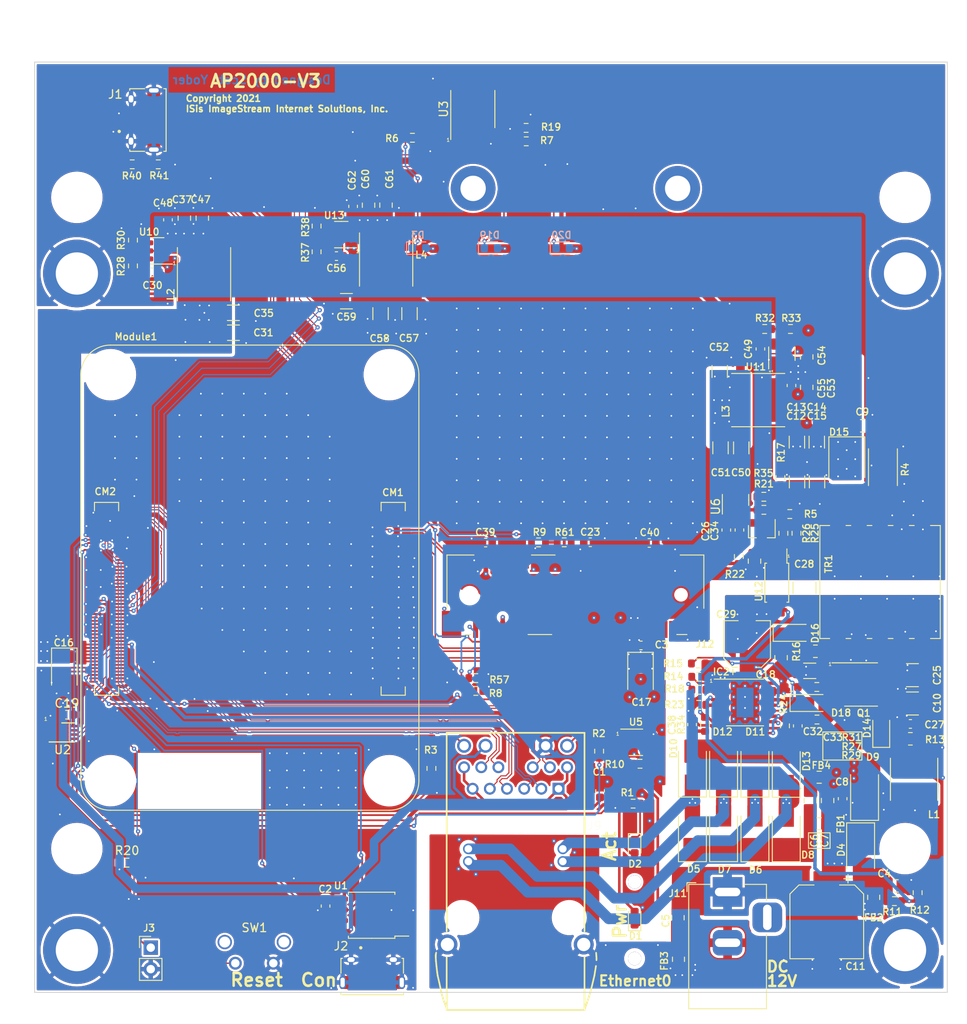
<source format=kicad_pcb>
(kicad_pcb (version 20210824) (generator pcbnew)
  (layers (0 "F.Cu" signal) (1 "In1.Cu" power) (2 "In2.Cu" power) (31 "B.Cu" signal) (34 "B.Paste" user) (35 "F.Paste" user) (36 "B.SilkS" user "B.Silkscreen") (37 "F.SilkS" user "F.Silkscreen") (38 "B.Mask" user) (39 "F.Mask" user) (44 "Edge.Cuts" user))
  (net 0 "")
  (net 1 "GND")
  (net 2 "/CM4_GPIO ( Ethernet, GPIO, SDCARD)/TR0_TAP")
  (net 3 "Net-(C1-Pad1)")
  (net 4 "GNDPWR")
  (net 5 "Net-(C4-Pad1)")
  (net 6 "Net-(C5-Pad1)")
  (net 7 "/CM4_GPIO ( Ethernet, GPIO, SDCARD)/TR1_TAP")
  (net 8 "/CM4_GPIO ( Ethernet, GPIO, SDCARD)/TR2_TAP")
  (net 9 "Net-(C5-Pad2)")
  (net 10 "Net-(C6-Pad1)")
  (net 11 "Net-(C6-Pad2)")
  (net 12 "/PoE/VSS")
  (net 13 "/PoE/VDD")
  (net 14 "/CM4_GPIO ( Ethernet, GPIO, SDCARD)/TR3_TAP")
  (net 18 "/CM4_HighSpeed/PCIE_CLK_nREQ")
  (net 21 "/CM4_HighSpeed/PCIE_CLK_N")
  (net 22 "/+12v")
  (net 23 "Net-(C9-Pad1)")
  (net 24 "Net-(C10-Pad1)")
  (net 25 "Net-(C32-Pad1)")
  (net 27 "/CM4_HighSpeed/PCIE_CLK_P")
  (net 32 "/PoE/APD")
  (net 33 "Net-(C26-Pad1)")
  (net 35 "Net-(C26-Pad2)")
  (net 36 "Net-(C27-Pad2)")
  (net 37 "/PoE/VC")
  (net 38 "Net-(C30-Pad2)")
  (net 39 "Net-(C30-Pad1)")
  (net 40 "Net-(Q1-Pad1)")
  (net 41 "Net-(C33-Pad1)")
  (net 42 "Net-(C49-Pad2)")
  (net 43 "Net-(C34-Pad1)")
  (net 44 "Net-(IC2-Pad8)")
  (net 45 "/CM4_HighSpeed/PCIE_RX_P")
  (net 46 "/CM4_HighSpeed/PCIE_RX_N")
  (net 48 "Net-(C38-Pad2)")
  (net 49 "/CM4_HighSpeed/PCIE_TX_P")
  (net 50 "/+1.5v")
  (net 51 "Net-(C49-Pad1)")
  (net 52 "Net-(C56-Pad2)")
  (net 53 "Net-(C56-Pad1)")
  (net 54 "Net-(D15-Pad2)")
  (net 55 "/CM4_GPIO ( Ethernet, GPIO, SDCARD)/GPIO2")
  (net 56 "/CM4_GPIO ( Ethernet, GPIO, SDCARD)/GPIO3")
  (net 57 "/CM4_GPIO ( Ethernet, GPIO, SDCARD)/GPIO4")
  (net 59 "/CM4_GPIO ( Ethernet, GPIO, SDCARD)/GPIO18")
  (net 61 "/CM4_GPIO ( Ethernet, GPIO, SDCARD)/GPIO23")
  (net 62 "/CM4_GPIO ( Ethernet, GPIO, SDCARD)/GPIO24")
  (net 63 "/CM4_GPIO ( Ethernet, GPIO, SDCARD)/GPIO10")
  (net 64 "/CM4_GPIO ( Ethernet, GPIO, SDCARD)/GPIO9")
  (net 65 "/CM4_GPIO ( Ethernet, GPIO, SDCARD)/GPIO25")
  (net 66 "/CM4_GPIO ( Ethernet, GPIO, SDCARD)/GPIO11")
  (net 67 "/CM4_GPIO ( Ethernet, GPIO, SDCARD)/GPIO8")
  (net 68 "/CM4_GPIO ( Ethernet, GPIO, SDCARD)/GPIO7")
  (net 69 "/CM4_GPIO ( Ethernet, GPIO, SDCARD)/GPIO5")
  (net 70 "/CM4_GPIO ( Ethernet, GPIO, SDCARD)/GPIO6")
  (net 71 "/CM4_GPIO ( Ethernet, GPIO, SDCARD)/GPIO12")
  (net 72 "/CM4_GPIO ( Ethernet, GPIO, SDCARD)/GPIO13")
  (net 73 "/CM4_GPIO ( Ethernet, GPIO, SDCARD)/GPIO16")
  (net 74 "/CM4_GPIO ( Ethernet, GPIO, SDCARD)/GPIO26")
  (net 75 "/CM4_GPIO ( Ethernet, GPIO, SDCARD)/GPIO20")
  (net 76 "/CM4_GPIO ( Ethernet, GPIO, SDCARD)/GPIO21")
  (net 77 "Net-(D16-Pad2)")
  (net 78 "Net-(D14-Pad2)")
  (net 80 "/CM4_HighSpeed/PCIE_TX_N")
  (net 82 "Net-(D17-Pad2)")
  (net 87 "Net-(IC2-Pad5)")
  (net 88 "Net-(IC2-Pad3)")
  (net 89 "Net-(IC2-Pad2)")
  (net 90 "Net-(J9-Pad20)")
  (net 91 "Net-(J9-Pad17)")
  (net 92 "/CM4_GPIO ( Ethernet, GPIO, SDCARD)/E0_TRD0_P")
  (net 93 "/CM4_GPIO ( Ethernet, GPIO, SDCARD)/E0_TRD0_N")
  (net 94 "/CM4_GPIO ( Ethernet, GPIO, SDCARD)/E0_TRD3_N")
  (net 95 "/CM4_GPIO ( Ethernet, GPIO, SDCARD)/E0_TRD3_P")
  (net 96 "/CM4_GPIO ( Ethernet, GPIO, SDCARD)/E0_TRD1_N")
  (net 97 "/CM4_GPIO ( Ethernet, GPIO, SDCARD)/E0_TRD1_P")
  (net 98 "/CM4_GPIO ( Ethernet, GPIO, SDCARD)/E0_TRD2_P")
  (net 99 "/CM4_GPIO ( Ethernet, GPIO, SDCARD)/E0_TRD2_N")
  (net 100 "Net-(J12-Pad22)")
  (net 101 "Net-(J12-Pad1)")
  (net 102 "Net-(D18-Pad1)")
  (net 103 "/CM4_GPIO ( Ethernet, GPIO, SDCARD)/E0_LEDG")
  (net 104 "/CM4_GPIO ( Ethernet, GPIO, SDCARD)/E0_LEDY")
  (net 105 "/CM4_GPIO ( Ethernet, GPIO, SDCARD)/nPWR_LED")
  (net 107 "Net-(D2-Pad1)")
  (net 108 "Net-(D1-Pad1)")
  (net 109 "Net-(R10-Pad2)")
  (net 110 "/CM4_GPIO ( Ethernet, GPIO, SDCARD)/GPIO19")
  (net 111 "/+3.3v")
  (net 112 "Net-(Module1-Pad21)")
  (net 113 "/+5v")
  (net 114 "Net-(R16-Pad2)")
  (net 115 "Net-(R25-Pad1)")
  (net 116 "Net-(D18-Pad2)")
  (net 117 "Net-(R28-Pad2)")
  (net 118 "Net-(R32-Pad2)")
  (net 119 "Net-(R37-Pad2)")
  (net 120 "/CM4_HighSpeed/PCIE_nRST")
  (net 121 "Net-(D3-Pad1)")
  (net 122 "Net-(D19-Pad1)")
  (net 123 "Net-(D20-Pad1)")
  (net 127 "/CM4_GPIO ( Ethernet, GPIO, SDCARD)/UART_RX")
  (net 128 "/CM4_GPIO ( Ethernet, GPIO, SDCARD)/UART_TX")
  (net 129 "Net-(R6-Pad1)")
  (net 130 "Net-(R7-Pad1)")
  (net 131 "Net-(R19-Pad1)")
  (net 153 "/CM4_GPIO ( Ethernet, GPIO, SDCARD)/SCL0")
  (net 154 "/CM4_GPIO ( Ethernet, GPIO, SDCARD)/SDA0")
  (net 162 "Net-(J1-Pad1)")
  (net 168 "/CM4_HighSpeed/USBD_N")
  (net 169 "/CM4_HighSpeed/USBD_P")
  (net 235 "/CM4_GPIO ( Ethernet, GPIO, SDCARD)/CON_USB_N")
  (net 236 "/CM4_GPIO ( Ethernet, GPIO, SDCARD)/CON_USB_P")
  (net 238 "Net-(J3-Pad1)")
  (net 239 "Net-(Module1-Pad101)")
  (footprint "Connector_BarrelJack:BarrelJack_Horizontal" (layer "F.Cu") (at 82 98.13 90)
    (fp_text reference "J11")
    (fp_text value "Barrel_Jack")
  )
  (footprint "Scott:BUS_PCI_Express_Mini_Full" (layer "F.Cu") (at 63.991 62.987)
    (fp_text reference "J12")
    (fp_text value "Bus_PCI_Express_Mini")
  )
  (footprint "Resistor_SMD:R_0603_1608Metric" (layer "F.Cu") (at 104.49 98.21 90)
    (fp_text reference "R12")
    (fp_text value "4.42K 1%")
  )
  (footprint "Resistor_SMD:R_0603_1608Metric" (layer "F.Cu") (at 11.6393 24.101 90)
    (fp_text reference "R28")
    (fp_text value "73.2K 1%")
  )
  (footprint "Scott:CM4_Mounting_Hole" (layer "F.Cu") (at 5 93)
    (fp_text reference "H8" hide)
    (fp_text value "HeatSink")
  )
  (footprint "Capacitor_SMD:C_0603_1608Metric" (layer "F.Cu") (at 90.31 78.491 -90)
    (fp_text reference "C32")
    (fp_text value ".47u  16V")
  )
  (footprint "Resistor_SMD:R_0603_1608Metric" (layer "F.Cu") (at 14.628 12.091)
    (fp_text reference "R41")
    (fp_text value "2.2K")
  )
  (footprint "Switches:SWITCH TACTILE SPST-NO 0.05A 12V" (layer "F.Cu") (at 26 104.05)
    (fp_text reference "SW1")
    (fp_text value "SW_SPST")
  )
  (footprint "Resistor_SMD:R_0603_1608Metric" (layer "F.Cu") (at 11.6393 21.053 90)
    (fp_text reference "R30")
    (fp_text value "10K 1%")
  )
  (footprint "Resistor_SMD:R_0603_1608Metric" (layer "F.Cu") (at 78.546 71.107 180)
    (fp_text reference "R15")
    (fp_text value "750K 1%")
  )
  (footprint "Diode_SMD:D_SMA" (layer "F.Cu") (at 97.74 93.36 -90)
    (fp_text reference "D4")
    (fp_text value "B2100")
  )
  (footprint "Capacitor_SMD:C_0805_2012Metric" (layer "F.Cu") (at 91.365332 34.863699 90)
    (fp_text reference "C54")
    (fp_text value "10u 25v")
  )
  (footprint "Resistor_SMD:R_0603_1608Metric" (layer "F.Cu") (at 83.334 58.461 90)
    (fp_text reference "R22")
    (fp_text value "1K 1%")
  )
  (footprint "Capacitor_SMD:C_1206_3216Metric" (layer "F.Cu") (at 92.556407 44.940487 90)
    (fp_text reference "C14")
    (fp_text value "22uF 16V")
  )
  (footprint "Package_SO:TSSOP-14_4.4x5mm_P0.65mm" (layer "F.Cu") (at 51.853 5.557 90)
    (fp_text reference "U3")
    (fp_text value "SN74LVC07AD")
  )
  (footprint "Capacitor_SMD:C_0805_2012Metric" (layer "F.Cu") (at 17.7175 18.457001 90)
    (fp_text reference "C37")
    (fp_text value "10u 25v")
  )
  (footprint "Resistor_SMD:R_0603_1608Metric" (layer "F.Cu") (at 86.292 51.399 180)
    (fp_text reference "R35")
    (fp_text value "2.61K 1%")
  )
  (footprint "Package_SO:SOP-4_4.4x2.6mm_P1.27mm" (layer "F.Cu") (at 87.8236 61.5587 -90)
    (fp_text reference "U12")
    (fp_text value "HMHA2801AR2")
  )
  (footprint "Resistor_SMD:R_0603_1608Metric" (layer "F.Cu") (at 92.563 73.888)
    (fp_text reference "R27")
    (fp_text value "332 1%")
  )
  (footprint "Resistor_SMD:R_0603_1608Metric" (layer "F.Cu") (at 86.296 52.942)
    (fp_text reference "R21")
    (fp_text value "10K 1%")
  )
  (footprint "Scott:VCC_LightPipe_7511A62" (layer "F.Cu") (at 71 106 -90)
    (fp_text reference "H5" hide)
    (fp_text value "LightPipe")
  )
  (footprint "MountingHole:MountingHole_3.7mm_Pad_TopBottom" (layer "F.Cu") (at 103 25)
    (fp_text reference "H2" hide)
    (fp_text value "Mounting Hole")
  )
  (footprint "Diode_SMD:D_SMA" (layer "F.Cu") (at 81.526799 83.497054 90)
    (fp_text reference "D12")
    (fp_text value "B2100")
  )
  (footprint "AP3000:Hirose-DF40C-100DS-0.4V" (layer "F.Cu") (at 7.01319 58.467)
    (fp_text reference "CM2")
    (fp_text value "RaspberryPiCM4Hirose")
  )
  (footprint "Diode_SMD:D_SOD-123" (layer "F.Cu") (at 89.646 67.487)
    (fp_text reference "D16")
    (fp_text value "MMSD4148T1G")
  )
  (footprint "Scott:L_TDK_VLS6045" (layer "F.Cu") (at 41.596199 23.347003 -90)
    (fp_text reference "L4")
    (fp_text value "VLS6045EX-1R0N")
  )
  (footprint "Capacitor_SMD:C_0603_1608Metric" (layer "F.Cu") (at 85.8864 33.923899 90)
    (fp_text reference "C49")
    (fp_text value "100n 50v")
  )
  (footprint "Diode_SMD:D_SOD-123" (layer "F.Cu") (at 91.642 75.784)
    (fp_text reference "D18")
    (fp_text value "MMSD4148T1G")
  )
  (footprint "Diode_SMD:D_SMA" (layer "F.Cu") (at 85.237397 83.509854 90)
    (fp_text reference "D11")
    (fp_text value "B2100")
  )
  (footprint "Resistor_SMD:R_0603_1608Metric" (layer "F.Cu") (at 44.709 8.951 180)
    (fp_text reference "R6")
    (fp_text value "1K 1%")
  )
  (footprint "Capacitor_SMD:C_0603_1608Metric" (layer "F.Cu") (at 95.615991 87.1 90)
    (fp_text reference "C8")
    (fp_text value ".1u 100v")
  )
  (footprint "Scott:CM4_Mounting_Hole" (layer "F.Cu") (at 5 16)
    (fp_text reference "H6" hide)
    (fp_text value "HeatSink")
  )
  (footprint "Resistor_SMD:R_0805_2012Metric" (layer "F.Cu") (at 92.3915 69.666)
    (fp_text reference "R16")
    (fp_text value "20")
  )
  (footprint "Capacitor_SMD:C_1206_3216Metric" (layer "F.Cu") (at 81.069 36.584 90)
    (fp_text reference "C52")
    (fp_text value "22uF 16V")
  )
  (footprint "Scott:CM4_Mounting_Hole" (layer "F.Cu") (at 103 16)
    (fp_text reference "H9" hide)
    (fp_text value "HeatSink")
  )
  (footprint "Package_SO:SOP-8_5.28x5.23mm_P1.27mm" (layer "F.Cu") (at 39.882 100.878 180)
    (fp_text reference "U1")
    (fp_text value "CH340N")
  )
  (footprint "Package_TO_SOT_SMD:SOT-23" (layer "F.Cu") (at 86.05 55.4896 -90)
    (fp_text reference "D17" hide)
    (fp_text value "BAT54S")
  )
  (footprint "Diode_SMD:D_SMA" (layer "F.Cu") (at 88.945797 83.529054 90)
    (fp_text reference "D13")
    (fp_text value "B2100")
  )
  (footprint "Resistor_SMD:R_0603_1608Metric" (layer "F.Cu") (at 92.581 77.74)
    (fp_text reference "R29")
    (fp_text value "10 1%")
  )
  (footprint "Resistor_SMD:R_0603_1608Metric" (layer "F.Cu") (at 52.207 74.353)
    (fp_text reference "R8")
    (fp_text value "DNS 4.7K 1%")
  )
  (footprint "Scott:L_TDK_VLS6045" (layer "F.Cu") (at 85.6224 39.969099 180)
    (fp_text reference "L3")
    (fp_text value "VLS6045EX-1R5N")
  )
  (footprint "Resistor_SMD:R_0603_1608Metric" (layer "F.Cu") (at 70.824 87.6818 180)
    (fp_text reference "R1")
    (fp_text value "1K 1%")
  )
  (footprint "Capacitor_SMD:C_0805_2012Metric" (layer "F.Cu") (at 101.94 97.41)
    (fp_text reference "C4")
    (fp_text value "1000p 100v")
  )
  (footprint "Package_TO_SOT_SMD:SOT-23-6" (layer "F.Cu") (at 36.287599 20.4026 180)
    (fp_text reference "U13")
    (fp_text value "TPS563249DDCR")
  )
  (footprint "Capacitor_SMD:C_0603_1608Metric" (layer "F.Cu") (at 35.716398 22.9426 180)
    (fp_text reference "C56")
    (fp_text value "100n 50v")
  )
  (footprint "Capacitor_SMD:C_0603_1608Metric" (layer "F.Cu") (at 37.686999 17.062 90)
    (fp_text reference "C62")
    (fp_text value "100n 50v")
  )
  (footprint "Capacitor_SMD:C_0603_1608Metric" (layer "F.Cu") (at 65.755809 56.77681)
    (fp_text reference "C23")
    (fp_text value "100n 50v")
  )
  (footprint "Package_SO:SO-8_3.9x4.9mm_P1.27mm" (layer "F.Cu") (at 97.796 73.594)
    (fp_text reference "Q1")
    (fp_text value "FDS86242")
  )
  (footprint "Capacitor_SMD:C_1206_3216Metric" (layer "F.Cu") (at 23.53 32.002)
    (fp_text reference "C31")
    (fp_text value "22uF 16V")
  )
  (footprint "Inductor_SMD:L_0805_2012Metric_Pad1.15x1.40mm_HandSolder" (layer "F.Cu") (at 92.832297 90.06)
    (fp_text reference "FB1")
    (fp_text value "300 OHM")
  )
  (footprint "Diode_SMD:D_SMA" (layer "F.Cu") (at 98.209991 86.255 90)
    (fp_text reference "D9")
    (fp_text value "SMAJ58A")
  )
  (footprint "Resistor_SMD:R_0603_1608Metric" (layer "F.Cu") (at 79.338 78.321 -90)
    (fp_text reference "R34")
    (fp_text value "2K 1%")
  )
  (footprint "Resistor_SMD:R_0603_1608Metric" (layer "F.Cu") (at 62.669409 56.78581 180)
    (fp_text reference "R61")
    (fp_text value "0R 1%")
  )
  (footprint "Capacitor_SMD:C_0603_1608Metric" (layer "F.Cu") (at 103.633 78.258 180)
    (fp_text reference "C27")
    (fp_text value ".1u 100v")
  )
  (footprint "Diode_SMD:D_SMA" (layer "F.Cu") (at 85.237397 91.149054 90)
    (fp_text reference "D6")
    (fp_text value "B2100")
  )
  (footprint "Capacitor_SMD:C_0805_2012Metric" (layer "F.Cu") (at 97.984007 43.01 180)
    (fp_text reference "C9")
    (fp_text value "2200pF 100v")
  )
  (footprint "Resistor_SMD:R_0603_1608Metric" (layer "F.Cu") (at 59.62341 56.79521 180)
    (fp_text reference "R9")
    (fp_text value "DNS 4.7K 1%")
  )
  (footprint "Capacitor_SMD:C_0603_1608Metric" (layer "F.Cu") (at 3.808 77.166 180)
    (fp_text reference "C19")
    (fp_text value "100n 50v")
  )
  (footprint "Capacitor_SMD:C_1206_3216Metric" (layer "F.Cu") (at 44.364799 29.747803 -90)
    (fp_text reference "C57")
    (fp_text value "22uF 16V")
  )
  (footprint "Resistor_SMD:R_0603_1608Metric" (layer "F.Cu") (at 33.366599 19.3866 90)
    (fp_text reference "R38")
    (fp_text value "10K 1%")
  )
  (footprint "Resistor_SMD:R_0603_1608Metric" (layer "F.Cu") (at 78.59 76.006 180)
    (fp_text reference "R23")
    (fp_text value "34K 1%")
  )
  (footprint "Capacitor_Tantalum_SMD:CP_EIA-3528-21_Kemet-B_Pad1.50x2.35mm_HandSolder" (layer "F.Cu") (at 71.697 72.427 -90)
    (fp_text reference "C17")
    (fp_text value "100uF")
  )
  (footprint "Package_TO_SOT_SMD:SOT-23-6" (layer "F.Cu") (at 88.4264 34.482699 90)
    (fp_text reference "U11")
    (fp_text value "TPS563249DDCR")
  )
  (footprint "Diode_SMD:D_PowerDI-123" (layer "F.Cu") (at 100.184 78.83 90)
    (fp_text reference "D14")
    (fp_text value "DFLU1200-7")
  )
  (footprint "Scott:L_TDK_VLS6045" (layer "F.Cu") (at 20.0467 25.0834 -90)
    (fp_text reference "L2")
    (fp_text value "VLS6045EX-1R5N")
  )
  (footprint "Package_TO_SOT_SMD:SOT-23" (layer "F.Cu") (at 82.94 51.7725 90)
    (fp_text reference "U6")
    (fp_text value "TL431AIDBVR")
  )
  (footprint "Capacitor_SMD:CP_Elec_8x10.5" (layer "F.Cu") (at 93.74 101.66 -90)
    (fp_text reference "C11")
    (fp_text value "22u  100v")
  )
  (footprint "Resistor_SMD:R_0603_1608Metric" (layer "F.Cu") (at 101.74 99.21)
    (fp_text reference "R11")
    (fp_text value "100K 1%")
  )
  (footprint "Resistor_SMD:R_0603_1608Metric" (layer "F.Cu") (at 66.8 81.479 -90)
    (fp_text reference "R2")
    (fp_text value "470R")
  )
  (footprint "Capacitor_SMD:C_0805_2012Metric" (layer "F.Cu") (at 91.800895 87.320905 90)
    (fp_text reference "C6")
    (fp_text value "1000p 100v")
  )
  (footprint "Connector_PinHeader_2.54mm:PinHeader_1x02_P2.54mm_Vertical" (layer "F.Cu") (at 13.74 104.71)
    (fp_text reference "J3")
    (fp_text value "Boot")
  )
  (footprint "Inductor_SMD:L_0805_2012Metric_Pad1.15x1.40mm_HandSolder" (layer "F.Cu") (at 92.84 84.56)
    (fp_text reference "FB4")
    (fp_text value "300 OHM")
  )
  (footprint "Capacitor_SMD:C_0603_1608Metric" (layer "F.Cu") (at 89.542 73.902 180)
    (fp_text reference "C33")
    (fp_text value "330p 50v")
  )
  (footprint "Capacitor_SMD:C_1210_3225Metric" (layer "F.Cu") (at 91.102 62.158 90)
    (fp_text reference "C28")
    (fp_text value "2.2nF 2KV")
  )
  (footprint "Resistor_SMD:R_2512_6332Metric" (layer "F.Cu") (at 100.384007 47.898987 -90)
    (fp_text reference "R4")
    (fp_text value "7.5 5% 1W")
  )
  (footprint "Resistor_SMD:R_0603_1608Metric" (layer "F.Cu") (at 33.366599 22.4346 90)
    (fp_text reference "R37")
    (fp_text value "15K 1%")
  )
  (footprint "Capacitor_SMD:C_0805_2012Metric" (layer "F.Cu") (at 93.837895 87.314905 90)
    (fp_text reference "C7")
    (fp_text value "1000p 100v")
  )
  (footprint "Resistor_SMD:R_0603_1608Metric" (layer "F.Cu") (at 88.254 49.133 90)
    (fp_text reference "R17")
    (fp_text value "0R 1%")
  )
  (footprint "Capacitor_SMD:C_0603_1608Metric" (layer "F.Cu") (at 83.404 55.329 90)
    (fp_text reference "C34")
    (fp_text value "33n 25v")
  )
  (footprint "Capacitor_SMD:C_0805_2012Metric" (layer "F.Cu") (at 76.124 101.17 -90)
    (fp_text reference "C5")
    (fp_text value "1000p 100v")
  )
  (footprint "Capacitor_SMD:C_1206_3216Metric" (layer "F.Cu") (at 90.219 49.641 -90)
    (fp_text reference "C12")
    (fp_text value "22uF 16V")
  )
  (footprint "Resistor_SMD:R_0603_1608Metric" (layer "F.Cu") (at 58.175 9.372)
    (fp_text reference "R7")
    (fp_text value "1K 1%")
  )
  (footprint "Resistor_SMD:R_0603_1608Metric" (layer "F.Cu") (at 52.207 72.839)
    (fp_text reference "R57")
    (fp_text value "4.7K")
  )
  (footprint "Scott:CM4_Mounting_Hole" (layer "F.Cu") (at 103 93)
    (fp_text reference "H7" hide)
    (fp_text value "HeatSink")
  )
  (footprint "Diode_SMD:D_SMA" (layer "F.Cu") (at 77.84 91.138911 90)
    (fp_text reference "D5")
    (fp_text value "B2100")
  )
  (footprint "Resistor_SMD:R_0603_1608Metric" (layer "F.Cu") (at 86.3944 31.561699)
    (fp_text reference "R32")
    (fp_text value "45.3K 1%")
  )
  (footprint "Resistor_SMD:R_0603_1608Metric" (layer "F.Cu") (at 11.547 12.09)
    (fp_text reference "R40")
    (fp_text value "2.2K")
  )
  (footprint "Scott:WE-TPC_4818_482892-744042003" (layer "F.Cu") (at 104.0715 84.802878 90)
    (fp_text reference "L1")
    (fp_text value "744042003" hide)
  )
  (footprint "Resistor_SMD:R_0805_2012Metric" (layer "F.Cu") (at 103.631 80.018 180)
    (fp_text reference "R13")
    (fp_text value "39K 1%")
  )
  (footprint "Scott:AMPHENOL_10118194-0001LF" (layer "F.Cu") (at 14.109999 6.851 90)
    (fp_text reference "J1")
    (fp_text value "USB_OTG")
  )
  (footprint "Scott:AMPHENOL_10118194-0001LF" (layer "F.Cu") (at 39.948002 108.826503)
    (fp_text reference "J2")
    (fp_text value "USB_OTG")
  )
  (footprint "Capacitor_SMD:C_1206_3216Metric" (layer "F.Cu") (at 23.521 29.648)
    (fp_text reference "C35")
    (fp_text value "22uF 16V")
  )
  (footprint "Capacitor_SMD:C_0603_1608Metric" (layer "F.Cu") (at 71.7568 68.9768)
    (fp_text reference "C3")
    (fp_text value "100n 50v")
  )
  (footprint "AP3000:Raspberry-Pi-4-Compute-Module" (layer "F.Cu") (at 8.511782 63.465187)
    (fp_text reference "Module1")
    (fp_text value "ComputeModule4")
  )
  (footprint "MountingHole:MountingHole_3.7mm_Pad_TopBottom" (layer "F.Cu") (at 103 105 90)
    (fp_text reference "H4" hide)
    (fp_text value "Mounting Hole")
  )
  (footprint "Capacitor_SMD:C_0805_2012Metric" (layer "F.Cu") (at 19.8435 18.454 90)
    (fp_text reference "C47")
    (fp_text value "10u 25v")
  )
  (footprint "0826-1X1T-GH-F:BEL_0826-1X1T-GH-F" (layer "F.Cu") (at 56.915 101.16 180)
    (fp_text reference "J9")
    (fp_text value "0826-1X1T-GH-F")
  )
  (footprint "Capacitor_SMD:C_0603_1608Metric" (layer "F.Cu") (at 89.561932 38.241899 -90)
    (fp_text reference "C55")
    (fp_text value "100n 50v")
  )
  (footprint "Capacitor_SMD:C_1210_3225Metric" (layer "F.Cu") (at 103.876 72.491 180)
    (fp_text reference "C25")
    (fp_text value "2.2u 100v")
  )
  (footprint "Resistor_SMD:R_0603_1608Metric" (layer "F.Cu") (at 78.599 74.222 180)
    (fp_text reference "R18")
    (fp_text value "63.4 1%")
  )
  (footprint "Package_TO_SOT_SMD:SOT-23-6" (layer "F.Cu") (at 14.5095 22.325 180)
    (fp_text reference "U10")
    (fp_text value "TPS563249DDCR")
  )
  (footprint "Capacitor_SMD:C_1206_3216Metric" (layer "F.Cu") (at 36.898999 28.274603 180)
    (fp_text reference "C59")
    (fp_text value "22uF 16V")
  )
  (footprint "Capacitor_SMD:C_0805_2012Metric" (layer "F.Cu") (at 41.581999 16.918 90)
    (fp_text reference "C61")
    (fp_text value "10u 25v")
  )
  (footprint "Capacitor_SMD:C_0603_1608Metric" (layer "F.Cu") (at 53.37341 56.809811 180)
    (fp_text reference "C39")
    (fp_text value "100n 50v")
  )
  (footprint "Capacitor_SMD:C_0603_1608Metric" (layer "F.Cu") (at 15.7795 18.655 90)
    (fp_text reference "C48")
    (fp_text value "100n 50v")
  )
  (footprint "Capacitor_SMD:C_0805_2012Metric" (layer "F.Cu") (at 85.188 59.011 -90)
    (fp_text reference "C36" hide)
    (fp_text value "1u 25v")
  )
  (footprint "Resistor_SMD:R_0603_1608Metric" (layer "F.Cu") (at 90.154 55.715 90)
    (fp_text reference "R25")
    (fp_text value "2K 1%")
  )
  (footprint "Capacitor_SMD:C_0603_1608Metric" (layer "F.Cu") (at 13.9347 24.863 180)
    (fp_text reference "C30")
    (fp_text value "100n 50v")
  )
  (footprint "Resistor_SMD:R_0603_1608Metric" (layer "F.Cu") (at 88.604 55.715 90)
    (fp_text reference "R26")
    (fp_text value "10K 1%")
  )
  (footprint "MountingHole:MountingHole_3.7mm_Pad_TopBottom" (layer "F.Cu") (at 5 25)
    (fp_text reference "H1" hide)
    (fp_text value "HeatSink")
  )
  (footprint "Capacitor_SMD:C_1206_3216Metric" (layer "F.Cu") (at 92.586 49.638 -90)
    (fp_text reference "C15")
    (fp_text value "22uF 16V")
  )
  (footprint "Capacitor_SMD:C_0603_1608Metric" (layer "F.Cu") (at 77.799 78.331 -90)
    (fp_text reference "C38")
    (fp_text value ".022u 50v")
  )
  (footprint "Capacitor_SMD:C_1206_3216Metric" (layer "F.Cu") (at 83.618 45.619 -90)
    (fp_text reference "C50")
    (fp_text value "22uF 16V")
  )
  (footprint "Capacitor_SMD:CP_Elec_5x5.4" (layer "F.Cu") (at 84.3114 68.8096 90)
    (fp_text reference "C29")
    (fp_text value "22u  25v")
  )
  (footprint "Diode_SMD:D_PowerDI-5" (layer "F.Cu") (at 96.109007 48.123987 -90)
    (fp_text reference "D15")
    (fp_text value "SBR8A60P5-13")
  )
  (footprint "Capacitor_SMD:C_0805_2012Metric" (layer "F.Cu") (at 91.365332 38.460299 -90)
    (fp_text reference "C53")
    (fp_text value "10u 25v")
  )
  (footprint "Capacitor_SMD:C_1210_3225Metric" (layer "F.Cu") (at 103.876 75.841 180)
    (fp_text reference "C10")
    (fp_text value "2.2u 100v")
  )
  (footprint "Package_DFN_QFN:DFN-8-1EP_3x2mm_P0.5mm_EP1.3x1.5mm" (layer "F.Cu") (at 3.22 79.263)
    (fp_text reference "U2")
    (fp_text value "ATECC608A-MAHDA")
  )
  (footprint "Resistor_SMD:R_0603_1608Metric" (layer "F.Cu") (at 10.94 94.66)
    (fp_text reference "R20")
    (fp_text value "4.7K")
  )
  (footprint "Inductor_SMD:L_0805_2012Metric_Pad1.15x1.40mm_HandSolder" (layer "F.Cu") (at 76.19 106.085 -90)
    (fp_text reference "FB3")
    (fp_text value "300 OHM")
  )
  (footprint "Resistor_SMD:R_0603_1608Metric" (layer "F.Cu") (at 78.587 72.684 180)
    (fp_text reference "R14")
    (fp_text value "24.9K 1%")
  )
  (footprint "Resistor_SMD:R_0603_1608Metric" (layer "F.Cu") (at 58.16 7.782)
    (fp_text reference "R19")
    (fp_text value "1K 1%")
  )
  (footprint "Capacitor_Tantalum_SMD:CP_EIA-3528-21_Kemet-B_Pad1.50x2.35mm_HandSolder" (layer "F.Cu") (at 3.514 71.924 -90)
    (fp_text reference "C16")
    (fp_text value "100uF")
  )
  (footprint "Diode_SMD:D_SMA" (layer "F.Cu") (at 77.84 83.499711 90)
    (fp_text reference "D10")
    (fp_text value "B2100")
  )
  (footprint "Resistor_SMD:R_0603_1608Metric" (layer "F.Cu") (at 89.4424 31.561699)
    (fp_text reference "R33")
    (fp_text value "10K 1%")
  )
  (footprint "Scott:Transformer_EP13" (layer "F.Cu") (at 100.047 61.477 90)
    (fp_text reference "TR1")
    (fp_text value "TSE265  /  7491195112" hide)
  )
  (footprint "Resistor_SMD:R_1206_3216Metric" (layer "F.Cu") (at 91.722 71.981)
    (fp_text reference "R31")
    (fp_text value ".082 1%")
  )
  (footprint "Capacitor_SMD:C_0603_1608Metric" (layer "F.Cu") (at 72.734604 56.859005 180)
    (fp_text reference "C40")
    (fp_text value "100n 50v")
  )
  (footprint "Diode_SMD:D_SMA" (layer "F.Cu") (at 81.526799 91.136254 90)
    (fp_text reference "D7")
    (fp_text value "B2100")
  )
  (footprint "Capacitor_SMD:C_0603_1608Metric" (layer "F.Cu") (at 34.429 99.793 -90)
    (fp_text reference "C2")
    (fp_text value "100n 50v")
  )
  (footprint "Capacitor_SMD:C_1206_3216Metric" (layer "F.Cu") (at 90.205 44.939 90)
    (fp_text reference "C13")
    (fp_text value "22uF 16V")
  )
  (footprint "Capacitor_SMD:C_0603_1608Metric" (layer "F.Cu") (at 66.9096 86.1682 90)
    (fp_text reference "C1")
    (fp_text value "100n 50v")
  )
  (footprint "Capacitor_SMD:C_0805_2012Metric" (layer "F.Cu") (at 88.33 70.426 -90)
    (fp_text reference "C18")
    (fp_text value "1u 25v")
  )
  (footprint "Package_TO_SOT_SMD:SOT-23-5" (layer "F.Cu") (at 71.1516 80.4288)
    (fp_text reference "U5")
    (fp_text value "74LVC1G07SE-7")
  )
  (footprint "Inductor_SMD:L_0805_2012Metric_Pad1.15x1.40mm_HandSolder" (layer "F.Cu") (at 99.29 98.76 90)
    (fp_text reference "FB2")
    (fp_text value "300 OHM")
  )
  (footprint "Capacitor_SMD:C_1206_3216Metric" (layer "F.Cu") (at 81.164 45.612 -90)
    (fp_text reference "C51")
    (fp_text value "22uF 16V")
  )
  (footprint "Capacitor_SMD:C_1206_3216Metric" (layer "F.Cu") (at 40.935799 29.747803 -90)
    (fp_text reference "C58")
    (fp_text value "22uF 16V")
  )
  (footprint "Scott:HTSSOP-16-1EP_4.4x5mm_P0.65mm_EP3.4x5mm_Mask2.46x2.31mm_ThermalVias" (layer "F.Cu") (at 84.064 75.721)
    (fp_text reference "IC2")
    (fp_text value "TPS23751PWPR")
  )
  (footprint "Resistor_SMD:R_0603_1608Metric" (layer "F.Cu") (at 71.641 82.9692)
    (fp_text reference "R10")
    (fp_text value "1K 1%")
  )
  (footprint "Capacitor_SMD:C_0603_1608Metric" (layer "F.Cu") (at 81.849 55.333 90)
    (fp_text reference "C26")
    (fp_text value "100pF 50V")
  )
  (footprint "LED_SMD:LED_0603_1608Metric" (layer "F.Cu") (at 71 92.7158 -90)
    (fp_text reference "D2")
    (fp_text value "LED Green")
  )
  (footprint "Resistor_SMD:R_0603_1608Metric" (layer "F.Cu") (at 46.957 83.515 -90)
    (fp_text reference "R3")
    (fp_text value "470R")
  )
  (footprint "Resistor_SMD:R_0603_1608Metric" (layer "F.Cu") (at 88.79 78.484 90)
    (fp_text reference "R24")
    (fp_text value "2K 1%")
  )
  (footprint "Diode_SMD:D_SMA" (layer "F.Cu") (at 88.945797 91.168254 90)
    (fp_text reference "D8")
    (fp_text value "B2100")
  )
  (footprint "AP3000:Hirose-DF40C-100DS-0.4V" (layer "F.Cu") (at 40.93219 58.466)
    (fp_text reference "CM1")
    (fp_text value "RaspberryPiCM4Hirose")
  )
  (footprint "Capacitor_SMD:C_0805_2012Metric" (layer "F.Cu") (at 39.514999 16.925 90)
    (fp_text reference "C60")
    (fp_text value "10u 25v")
  )
  (footprint "MountingHole:MountingHole_3.7mm_Pad_TopBottom" (layer "F.Cu") (at 5 105)
    (fp_text reference "H3" hide)
    (fp_text value "Mounting Hole")
  )
  (footprint "LED_SMD:LED_0603_1608Metric" (layer "F.Cu") (at 71 101.2248 90)
    (fp_text reference "D1")
    (fp_text value "LED Red")
  )
  (footprint "Resistor_SMD:R_0603_1608Metric" (layer "F.Cu") (at 89.361 53.441)
    (fp_text reference "R5")
    (fp_text value "4.99K 1%")
  )
  (footprint "LED_SMD:LED_0603_1608Metric" (layer "B.Cu") (at 62.5 22)
    (fp_text reference "D20")
    (fp_text value "LED Green")
  )
  (footprint "LED_SMD:LED_0603_1608Metric" (layer "B.Cu") (at 45.5 22)
    (fp_text reference "D3")
    (fp_text value "LED Green")
  )
  (footprint "LED_SMD:LED_0603_1608Metric" (layer "B.Cu") (at 54 22)
    (fp_text reference "D19")
    (fp_text value "LED Green")
  )
  (gr_rect (start 91.577991 91.133) (end 94.127991 92.968) (layer "F.SilkS") (width 0.12) (fill none))
  (gr_rect (start 93.271 79.211) (end 97.894 82.529) (layer "F.SilkS") (width 0.12) (fill none))
  (gr_line (start 108 0) (end 108 110) (layer "Edge.Cuts") (width 0.1))
  (gr_line (start 0 0) (end 108 0) (layer "Edge.Cuts") (width 0.1))
  (gr_line (start 0 110) (end 108 110) (layer "Edge.Cuts") (width 0.1))
  (gr_line (start 0 110) (end 0 0) (layer "Edge.Cuts") (width 0.1))
  (gr_text "Designed by Scott Yoder" (at 25.693 2.104) (layer "B.Cu") (effects (font (size 1 1) (thickness 0.2)) (justify mirror)))
  (gr_text "1" (at 94.133 71.191) (layer "F.SilkS") (effects (font (size 0.4064 0.4064) (thickness 0.0762))))
  (gr_text "Act" (at 68.02 92.73 90) (layer "F.SilkS") (effects (font (size 1.5 1.5) (thickness 0.3))))
  (gr_text "1" (at 16.5409 23.788001) (layer "F.SilkS") (effects (font (size 0.4064 0.4064) (thickness 0.0762))))
  (gr_text "1" (at 48.94 9.21) (layer "F.SilkS") (effects (font (size 0.4064 0.4064) (thickness 0.0762))))
  (gr_text "AP2000-V3" (at 20.59 2.241) (layer "F.SilkS") (effects (font (size 1.5 1.5) (thickness 0.3)) (justify left)))
  (gr_text "DC" (at 87.94 106.96) (layer "F.SilkS") (effects (font (size 1.27 1.27) (thickness 0.2794))))
  (gr_text "Copyright 2021\nISis ImageStream Internet Solutions, Inc." (at 17.794001 4.914) (layer "F.SilkS") (effects (font (size 0.762 0.762) (thickness 0.1778)) (justify left)))
  (gr_text "Ethernet0" (at 71.07 108.64) (layer "F.SilkS") (effects (font (size 1.2 1.2) (thickness 0.25))))
  (gr_text "12V" (at 88.44 108.66) (layer "F.SilkS") (effects (font (size 1.27 1.27) (thickness 0.2794))))
  (gr_text "Reset" (at 26.27 108.53) (layer "F.SilkS") (effects (font (size 1.5 1.5) (thickness 0.3))))
  (gr_text "Pwr" (at 69.26 101.61 90) (layer "F.SilkS") (effects (font (size 1.5 1.5) (thickness 0.3))))
  (gr_text "1" (at 1.32 77.67) (layer "F.SilkS") (effects (font (size 0.4064 0.4064) (thickness 0.0762))))
  (gr_text "1" (at 38.218999 22.368) (layer "F.SilkS") (effects (font (size 0.4064 0.4064) (thickness 0.0762))))
  (gr_text "1" (at 87.1423 36.540199 90) (layer "F.SilkS") (effects (font (size 0.4064 0.4064) (thickness 0.0762))))
  (gr_text "1" (at 80.064 73.165) (layer "F.SilkS") (effects (font (size 0.4064 0.4064) (thickness 0.0762))))
  (gr_text "1" (at 89.2372 58.4152) (layer "F.SilkS") (effects (font (size 0.3048 0.3048) (thickness 0.0762))))
  (gr_text "Con" (at 33.63 108.54) (layer "F.SilkS") (effects (font (size 1.5 1.5) (thickness 0.3))))
  (gr_text "1" (at 69.0016 79.4288) (layer "F.SilkS") (effects (font (size 0.4064 0.4064) (thickness 0.0762))))
  (segment (start 40.891782 68.065187) (end 43.082187 68.065187) (width 0.2032) (layer "F.Cu") (net 1))
  (segment (start 39.99619 57.2718) (end 40.12319 57.2718) (width 0.2032) (layer "F.Cu") (net 1))
  (segment (start 10.007583 65.262199) (end 10.812399 65.262199) (width 0.2032) (layer "F.Cu") (net 1))
  (segment (start 39.994813 69.265187) (end 39.981 69.279) (width 0.2032) (layer "F.Cu") (net 1))
  (segment (start 44.788988 62.064598) (end 44.79679 62.0724) (width 0.2032) (layer "F.Cu") (net 1))
  (segment (start 48.48 65.626) (end 49.341 66.487) (width 0.1524) (layer "F.Cu") (net 1))
  (segment (start 10.05 57.664598) (end 10.747402 57.664598) (width 0.2032) (layer "F.Cu") (net 1))
  (segment (start 43.971782 68.065187) (end 44.897813 68.065187) (width 0.2032) (layer "F.Cu") (net 1))
  (segment (start 10.971202 72.863202) (end 10.9816 72.8736) (width 0.2032) (layer "F.Cu") (net 1))
  (segment (start 43.060813 72.865187) (end 43.05 72.876) (width 0.2032) (layer "F.Cu") (net 1))
  (segment (start 43.1888 63.2662) (end 44.79679 63.2662) (width 0.2032) (layer "F.Cu") (net 1))
  (segment (start 6.024188 66.464598) (end 7.804698 66.464598) (width 0.2032) (layer "F.Cu") (net 1))
  (segment (start 40.003813 71.665187) (end 39.99 71.679) (width 0.2032) (layer "F.Cu") (net 1))
  (segment (start 43.967598 56.067) (end 43.97 56.064598) (width 0.2032) (layer "F.Cu") (net 1))
  (segment (start 40.032813 72.865187) (end 40.018 72.88) (width 0.2032) (layer "F.Cu") (net 1))
  (segment (start 72.191 67.087) (end 72.191 68.585001) (width 0.508) (layer "F.Cu") (net 1))
  (segment (start 5.989992 64.064998) (end 7.0318 64.064998) (width 0.2032) (layer "F.Cu") (net 1))
  (segment (start 53.391 57.602401) (end 52.59841 56.809811) (width 0.508) (layer "F.Cu") (net 1))
  (segment (start 9.135002 61.664598) (end 9.1274 61.6722) (width 0.2032) (layer "F.Cu") (net 1))
  (segment (start 10.674817 66.4728) (end 10.98 66.4728) (width 0.2032) (layer "F.Cu") (net 1))
  (segment (start 44.859813 65.665187) (end 44.862 65.663) (width 0.2032) (layer "F.Cu") (net 1))
  (segment (start 44.782788 60.864598) (end 44.79679 60.8786) (width 0.2032) (layer "F.Cu") (net 1))
  (segment (start 5.98379 64.0712) (end 5.989992 64.064998) (width 0.2032) (layer "F.Cu") (net 1))
  (segment (start 7.77179 67.6872) (end 7.749188 67.664598) (width 0.2032) (layer "F.Cu") (net 1))
  (segment (start 7.829617 65.5076) (end 7.9844 65.5076) (width 0.2032) (layer "F.Cu") (net 1))
  (segment (start 10.778988 57.264598) (end 10.9054 57.39101) (width 0.2032) (layer "F.Cu") (net 1))
  (segment (start 10.9054 57.39101) (end 10.9054 57.5066) (width 0.2032) (layer "F.Cu") (net 1))
  (segment (start 42.995 56.067) (end 43.967598 56.067) (width 0.2032) (layer "F.Cu") (net 1))
  (segment (start 40.891782 56.065187) (end 42.993187 56.065187) (width 0.2032) (layer "F.Cu") (net 1))
  (segment (start 72.191 68.585001) (end 72.530004 68.924005) (width 0.508) (layer "F.Cu") (net 1))
  (segment (start 40.121188 54.864598) (end 40.100402 54.864598) (width 0.2032) (layer "F.Cu") (net 1))
  (segment (start 43.97 59.664598) (end 44.791592 59.664598) (width 0.2032) (layer "F.Cu") (net 1))
  (segment (start 43.04 54.848) (end 43.023402 54.864598) (width 0.2032) (layer "F.Cu") (net 1))
  (segment (start 43.030187 71.665187) (end 43.057 71.692) (width 0.2032) (layer "F.Cu") (net 1))
  (segment (start 43.971782 71.665187) (end 44.837187 71.665187) (width 0.2032) (layer "F.Cu") (net 1))
  (segment (start 40.009592 56.064598) (end 39.99619 56.078) (width 0.2032) (layer "F.Cu") (net 1))
  (segment (start 69.791 66.147201) (end 69.342004 65.698205) (width 0.508) (layer "F.Cu") (net 1))
  (segment (start 10.007583 61.661802) (end 10.872991 61.661802) (width 0.2032) (layer "F.Cu") (net 1))
  (segment (start 40.063813 66.865187) (end 40.047 66.882) (width 0.2032) (layer "F.Cu") (net 1))
  (segment (start 6.206598 56.064598) (end 6.045 55.903) (width 0.2032) (layer "F.Cu") (net 1))
  (segment (start 40.100402 54.864598) (end 39.965 55) (width 0.2032) (layer "F.Cu") (net 1))
  (segment (start 40.891782 66.865187) (end 43.122187 66.865187) (width 0.2032) (layer "F.Cu") (net 1))
  (segment (start 43.047187 69.265187) (end 43.06 69.278) (width 0.2032) (layer "F.Cu") (net 1))
  (segment (start 68.991 67.087) (end 68.991 66.049209) (width 0.508) (layer "F.Cu") (net 1))
  (segment (start 8.931 54.248) (end 8.931 54.412206) (width 0.2032) (layer "F.Cu") (net 1))
  (segment (start 43.078 64.501) (end 43.037 64.46) (width 0.2032) (layer "F.Cu") (net 1))
  (segment (start 6.13799 62.0724) (end 6.26499 62.0724) (width 0.2032) (layer "F.Cu") (net 1))
  (segment (start 40.884802 59.6594) (end 39.99619 59.6594) (width 0.2032) (layer "F.Cu") (net 1))
  (segment (start 43.04 54.848) (end 43.057197 54.865197) (width 0.2032) (layer "F.Cu") (net 1))
  (segment (start 66.186149 65.713451) (end 65.791 66.1086) (width 0.508) (layer "F.Cu") (net 1))
  (segment (start 6.13799 54.8588) (end 6.16339 54.8842) (width 0.2032) (layer "F.Cu") (net 1))
  (segment (start 9.349598 65.264598) (end 10.05 65.264598) (width 0.2032) (layer "F.Cu") (net 1))
  (segment (start 5.99159 64.079) (end 6.26499 64.079) (width 0.2032) (layer "F.Cu") (net 1))
  (segment (start 40.89 58.464598) (end 40.022592 58.464598) (width 0.2032) (layer "F.Cu") (net 1))
  (segment (start 44.747598 58.464598) (end 43.97 58.464598) (width 0.2032) (layer "F.Cu") (net 1))
  (segment (start 7.586615 65.264598) (end 7.829617 65.5076) (width 0.2032) (layer "F.Cu") (net 1))
  (segment (start 69.791 67.087) (end 69.791 66.147201) (width 0.508) (layer "F.Cu") (net 1))
  (segment (start 39.99619 58.491) (end 40.12319 58.491) (width 0.2032) (layer "F.Cu") (net 1))
  (segment (start 10.00118 68.0668) (end 10.9774 68.0668) (width 0.2032) (layer "F.Cu") (net 1))
  (segment (start 6.00679 67.6622) (end 6.009188 67.664598) (width 0.2032) (layer "F.Cu") (net 1))
  (segment (start 40.891782 71.665187) (end 43.030187 71.665187) (width 0.2032) (layer "F.Cu") (net 1))
  (segment (start 10.87619 59.664598) (end 10.879284 59.661504) (width 0.2032) (layer "F.Cu") (net 1))
  (segment (start 6.95079 53.645388) (end 6.97 53.664598) (width 0.2032) (layer "F.Cu") (net 1))
  (segment (start 40.003392 57.264598) (end 39.99619 57.2718) (width 0.2032) (layer "F.Cu") (net 1))
  (segment (start 43.971782 66.865187) (end 43.159813 66.865187) (width 0.2032) (layer "F.Cu") (net 1))
  (segment (start 66.591 66.1) (end 66.208302 65.717302) (width 0.508) (layer "F.Cu") (net 1))
  (segment (start 44.791592 59.664598) (end 44.79679 59.6594) (width 0.2032) (layer "F.Cu") (net 1))
  (segment (start 6.13799 54.8588) (end 6.143788 54.864598) (width 0.2032) (layer "F.Cu") (net 1))
  (segment (start 10.9774 68.0668) (end 10.9816 68.071) (width 0.2032) (layer "F.Cu") (net 1))
  (segment (start 43.063187 58.465187) (end 43.07 58.472) (width 0.2032) (layer "F.Cu") (net 1))
  (segment (start 5.98379 64.0712) (end 5.99159 64.079) (width 0.2032) (layer "F.Cu") (net 1))
  (segment (start 43.128813 62.065187) (end 43.103 62.091) (width 0.2032) (layer "F.Cu") (net 1))
  (segment (start 43.971782 70.465187) (end 44.847187 70.465187) (width 0.2032) (layer "F.Cu") (net 1))
  (segment (start 6.35636 58.065187) (end 6.1048 58.316747) (width 0.2032) (layer "F.Cu") (net 1))
  (segment (start 6.009188 67.664598) (end 7.0246 67.664598) (width 0.2032) (layer "F.Cu") (net 1))
  (segment (start 6.1048 58.316747) (end 6.1048 58.548) (width 0.2032) (layer "F.Cu") (net 1))
  (segment (start 40.891782 70.465187) (end 43.041813 70.465187) (width 0.2032) (layer "F.Cu") (net 1))
  (segment (start 43.063402 57.264598) (end 43.059 57.269) (width 0.2032) (layer "F.Cu") (net 1))
  (segment (start 44.86419 58.66) (end 44.69519 58.491) (width 0.2032) (layer "F.Cu") (net 1))
  (segment (start 40.880969 68.076) (end 40.891782 68.065187) (width 0.2032) (layer "F.Cu") (net 1))
  (segment (start 40.891782 69.265187) (end 39.994813 69.265187) (width 0.2032) (layer "F.Cu") (net 1))
  (segment (start 42.993187 56.065187) (end 42.995 56.067) (width 0.2032) (layer "F.Cu") (net 1))
  (segment (start 40.89 59.664598) (end 40.884802 59.6594) (width 0.2032) (layer "F.Cu") (net 1))
  (segment (start 10.05 57.264598) (end 10.778988 57.264598) (width 0.2032) (layer "F.Cu") (net 1))
  (segment (start 40.891782 65.665187) (end 43.118187 65.665187) (width 0.2032) (layer "F.Cu") (net 1))
  (segment (start 40.89 56.064598) (end 40.009592 56.064598) (width 0.2032) (layer "F.Cu") (net 1))
  (segment (start 6.971782 58.065187) (end 6.35636 58.065187) (width 0.2032) (layer "F.Cu") (net 1))
  (segment (start 10.007583 66.455999) (end 10.658016 66.455999) (width 0.2032) (layer "F.Cu") (net 1))
  (segment (start 44.868813 69.265187) (end 44.872 69.262) (width 0.2032) (layer "F.Cu") (net 1))
  (segment (start 43.969979 56.067) (end 43.971782 56.065197) (width 0.2032) (layer "F.Cu") (net 1))
  (segment (start 10.812399 65.262199) (end 10.9816 65.4314) (width 0.2032) (layer "F.Cu") (net 1))
  (segment (start 7.547813 58.065187) (end 7.852 57.761) (width 0.2032) (layer "F.Cu") (net 1))
  (segment (start 6.151992 62.058398) (end 6.13799 62.0724) (width 0.2032) (layer "F.Cu") (net 1))
  (segment (start 10.051782 63.665187) (end 10.847813 63.665187) (width 0.2032) (layer "F.Cu") (net 1))
  (segment (start 9.383392 54.864598) (end 10.05 54.864598) (width 0.2032) (layer "F.Cu") (net 1))
  (segment (start 43.083813 71.665187) (end 43.057 71.692) (width 0.2032) (layer "F.Cu") (net 1))
  (segment (start 6.00479 65.2662) (end 6.01139 65.2728) (width 0.2032) (layer "F.Cu") (net 1))
  (segment (start 7.319792 56.064598) (end 6.206598 56.064598) (width 0.2032) (layer "F.Cu") (net 1))
  (segment (start 40.022592 58.464598) (end 39.99619 58.491) (width 0.2032) (layer "F.Cu") (net 1))
  (segment (start 10.872991 61.661802) (end 10.894193 61.6406) (width 0.2032) (layer "F.Cu") (net 1))
  (segment (start 55.391 65.6406) (end 55.3962 65.6354) (width 0.508) (layer "F.Cu") (net 1))
  (segment (start 6.00479 65.2662) (end 6.012192 65.258798) (width 0.2032) (layer "F.Cu") (net 1))
  (segment (start 43.039187 72.865187) (end 43.05 72.876) (width 0.2032) (layer "F.Cu") (net 1))
  (segment (start 40.891782 66.865187) (end 40.063813 66.865187) (width 0.2032) (layer "F.Cu") (net 1))
  (segment (start 43.037 64.46) (end 40.12319 64.46) (width 0.2032) (layer "F.Cu") (net 1))
  (segment (start 43.159813 66.865187) (end 43.141 66.884) (width 0.2032) (layer "F.Cu") (net 1))
  (segment (start 40.891782 71.665187) (end 40.003813 71.665187) (width 0.2032) (layer "F.Cu") (net 1))
  (segment (start 10.658016 66.455999) (end 10.674817 66.4728) (width 0.2032) (layer "F.Cu") (net 1))
  (segment (start 9.17179 63.7872) (end 9.290588 63.668402) (width 0.2032) (layer "F.Cu") (net 1))
  (segment (start 43.055187 57.265187) (end 43.059 57.269) (width 0.2032) (layer "F.Cu") (net 1))
  (segment (start 6.143788 54.864598) (end 6.97 54.864598) (width 0.2032) (layer "F.Cu") (net 1))
  (segment (start 6.971782 58.065187) (end 7.547813 58.065187) (width 0.2032) (layer "F.Cu") (net 1))
  (segment (start 7.819188 62.064598) (end 7.82179 62.0672) (width 0.2032) (layer "F.Cu") (net 1))
  (segment (start 39.979813 70.465187) (end 39.979 70.466) (width 0.2032) (layer "F.Cu") (net 1))
  (segment (start 10.877599 56.056399) (end 11.0324 56.2112) (width 0.2032) (layer "F.Cu") (net 1))
  (segment (start 9.1782 56.323347) (end 9.1782 56.5414) (width 0.2032) (layer "F.Cu") (net 1))
  (segment (start 43.122187 66.865187) (end 43.141 66.884) (width 0.2032) (layer "F.Cu") (net 1))
  (segment (start 6.971782 56.065187) (end 7.587204 56.065187) (width 0.2032) (layer "F.Cu") (net 1))
  (segment (start 43.206 64.461) (end 43.207 64.46) (width 0.2032) (layer "F.Cu") (net 1))
  (segment (start 43.207 64.46) (end 44.69519 64.46) (width 0.2032) (layer "F.Cu") (net 1))
  (segment (start 10.05 56.056399) (end 10.877599 56.056399) (width 0.2032) (layer "F.Cu") (net 1))
  (segment (start 43.971782 68.065187) (end 43.127813 68.065187) (width 0.2032) (layer "F.Cu") (net 1))
  (segment (start 68.991 66.049209) (end 69.342004 65.698205) (width 0.508) (layer "F.Cu") (net 1))
  (segment (start 43.971782 72.865187) (end 44.838187 72.865187) (width 0.2032) (layer "F.Cu") (net 1))
  (segment (start 44.847187 70.465187) (end 44.86 70.478) (width 0.2032) (layer "F.Cu") (net 1))
  (segment (start 6.97 60.064598) (end 6.968798 60.0658) (width 0.2032) (layer "F.Cu") (net 1))
  (segment (start 7.857 56.334983) (end 7.857 56.546) (width 0.2032) (layer "F.Cu") (net 1))
  (segment (start 40.891782 59.665187) (end 43.058187 59.665187) (width 0.2032) (layer "F.Cu") (net 1))
  (segment (start 44.838187 72.865187) (end 44.845 72.872) (width 0.2032) (layer "F.Cu") (net 1))
  (segment (start 8.893803 64.065187) (end 9.17179 63.7872) (width 0.2032) (layer "F.Cu") (net 1))
  (segment (start 40.89 60.864598) (end 40.010192 60.864598) (width 0.2032) (layer "F.Cu") (net 1))
  (segment (start 6.97 60.064598) (end 6.977398 60.0572) (width 0.2032) (layer "F.Cu") (net 1))
  (segment (start 43.061187 60.865187) (end 43.087 60.891) (width 0.2032) (layer "F.Cu") (net 1))
  (segment (start 7.587204 56.065187) (end 7.857 56.334983) (width 0.2032) (layer "F.Cu") (net 1))
  (segment (start 43.058187 59.665187) (end 43.073 59.68) (width 0.2032) (layer "F.Cu") (net 1))
  (segment (start 43.023402 54.864598) (end 40.121188 54.864598) (width 0.2032) (layer "F.Cu") (net 1))
  (segment (start 44.943 58.66) (end 44.86419 58.66) (width 0.2032) (layer "F.Cu") (net 1))
  (segment (start 43.971782 72.865187) (end 43.060813 72.865187) (width 0.2032) (layer "F.Cu") (net 1))
  (segment (start 9.185402 68.064598) (end 10.05 68.064598) (width 0.2032) (layer "F.Cu") (net 1))
  (segment (start 43.97 57.264598) (end 43.063402 57.264598) (width 0.2032) (layer "F.Cu") (net 1))
  (segment (start 6.95079 53.284) (end 6.95079 53.645388) (width 0.2032) (layer "F.Cu") (net 1))
  (segment (start 10.051782 72.865187) (end 9.186813 72.865187) (width 0.2032) (layer "F.Cu") (net 1))
  (segment (start 43.082187 68.065187) (end 43.105 68.088) (width 0.2032) (layer "F.Cu") (net 1))
  (segment (start 10.051782 54.865187) (end 13.190187 54.865187) (width 0.127) (layer "F.Cu") (net 1))
  (segment (start 6.968798 60.0658) (end 6.13799 60.0658) (width 0.2032) (layer "F.Cu") (net 1))
  (segment (start 43.971782 69.265187) (end 44.868813 69.265187) (width 0.2032) (layer "F.Cu") (net 1))
  (segment (start 6.971782 64.065187) (end 8.893803 64.065187) (width 0.2032) (layer "F.Cu") (net 1))
  (segment (start 8.313813 54.865187) (end 8.931 54.248) (width 0.2032) (layer "F.Cu") (net 1))
  (segment (start 6.26499 66.4666) (end 6.02619 66.4666) (width 0.2032) (layer "F.Cu") (net 1))
  (segment (start 9.342402 66.464598) (end 10.05 66.464598) (width 0.2032) (layer "F.Cu") (net 1))
  (segment (start 53.391 58.887) (end 53.391 57.602401) (width 0.508) (layer "F.Cu") (net 1))
  (segment (start 40.891782 69.265187) (end 43.047187 69.265187) (width 0.2032) (layer "F.Cu") (net 1))
  (segment (start 40.891782 70.465187) (end 39.979813 70.465187) (width 0.2032) (layer "F.Cu") (net 1))
  (segment (start 44.943 58.66) (end 44.747598 58.464598) (width 0.2032) (layer "F.Cu") (net 1))
  (segment (start 43.97 62.064598) (end 44.788988 62.064598) (width 0.2032) (layer "F.Cu") (net 1))
  (segment (start 55.391 67.087) (end 55.391 65.6406) (width 0.508) (layer "F.Cu") (net 1))
  (segment (start 6.012192 65.258798) (end 7.0318 65.258798) (width 0.2032) (layer "F.Cu") (net 1))
  (segment (start 43.971782 65.665187) (end 44.859813 65.665187) (width 0.2032) (layer "F.Cu") (net 1))
  (segment (start 39.99619 60.8786) (end 40.12319 60.8786) (width 0.2032) (layer "F.Cu") (net 1))
  (segment (start 6.97 65.264598) (end 7.586615 65.264598) (width 0.2032) (layer "F.Cu") (net 1))
  (segment (start 7.0318 62.058398) (end 6.151992 62.058398) (width 0.2032) (layer "F.Cu") (net 1))
  (segment (start 66.591 67.087) (end 66.591 66.1) (width 0.508) (layer "F.Cu") (net 1))
  (segment (start 10.051782 56.065187) (end 9.43636 56.065187) (width 0.2032) (layer "F.Cu") (net 1))
  (segment (start 44.837187 71.665187) (end 44.838 71.666) (width 0.2032) (layer "F.Cu") (net 1))
  (segment (start 42.995 56.067) (end 43.969979 56.067) (width 0.2032) (layer "F.Cu") (net 1))
  (segment (start 6.02619 66.4666) (end 6.024188 66.464598) (width 0.2032) (layer "F.Cu") (net 1))
  (segment (start 44.897813 68.065187) (end 44.903 68.06) (width 0.2032) (layer "F.Cu") (net 1))
  (segment (start 7.749188 67.664598) (end 6.97 67.664598) (width 0.2032) (layer "F.Cu") (net 1))
  (segment (start 7.804698 66.464598) (end 7.8273 66.4872) (width 0.2032) (layer "F.Cu") (net 1))
  (segment (start 40.891782 58.465187) (end 43.063187 58.465187) (width 0.2032) (layer "F.Cu") (net 1))
  (segment (start 43.971782 70.465187) (end 43.042187 70.465187) (width 0.2032) (layer "F.Cu") (net 1))
  (segment (start 9.43636 56.065187) (end 9.1782 56.323347) (width 0.2032) (layer "F.Cu") (net 1))
  (segment (start 40.891782 72.865187) (end 40.032813 72.865187) (width 0.2032) (layer "F.Cu") (net 1))
  (segment (start 48.48 64.64) (end 48.48 65.626) (width 0.1524) (layer "F.Cu") (net 1))
  (segment (start 43.118187 65.665187) (end 43.142 65.689) (width 0.2032) (layer "F.Cu") (net 1))
  (segment (start 43.042187 70.465187) (end 43.042 70.465) (width 0.2032) (layer "F.Cu") (net 1))
  (segment (start 10.00118 72.863202) (end 10.971202 72.863202) (width 0.2032) (layer "F.Cu") (net 1))
  (segment (start 43.072813 69.265187) (end 43.06 69.278) (width 0.2032) (layer "F.Cu") (net 1))
  (segment (start 9.20179 59.6772) (end 9.214392 59.664598) (width 0.2032) (layer "F.Cu") (net 1))
  (segment (start 43.97 60.864598) (end 44.782788 60.864598) (width 0.2032) (layer "F.Cu") (net 1))
  (segment (start 44.852813 66.865187) (end 44.858 66.86) (width 0.2032) (layer "F.Cu") (net 1))
  (segment (start 43.971782 71.665187) (end 43.083813 71.665187) (width 0.2032) (layer "F.Cu") (net 1))
  (segment (start 40.891782 72.865187) (end 43.039187 72.865187) (width 0.2032) (layer "F.Cu") (net 1))
  (segment (start 10.05 61.664598) (end 9.135002 61.664598) (width 0.2032) (layer "F.Cu") (net 1))
  (segment (start 39.99619 56.078) (end 40.12319 56.078) (width 0.2032) (layer "F.Cu") (net 1))
  (segment (start 6.977398 60.0572) (end 7.82179 60.0572) (width 0.2032) (layer "F.Cu") (net 1))
  (segment (start 6.971782 54.865187) (end 8.313813 54.865187) (width 0.2032) (layer "F.Cu") (net 1))
  (segment (start 8.931 54.412206) (end 9.383392 54.864598) (width 0.2032) (layer "F.Cu") (net 1))
  (segment (start 43.971782 66.865187) (end 44.852813 66.865187) (width 0.2032) (layer "F.Cu") (net 1))
  (segment (start 43.057197 54.865197) (end 43.971782 54.865197) (width 0.2032) (layer "F.Cu") (net 1))
  (segment (start 6.01139 65.2728) (end 6.26499 65.2728) (width 0.2032) (layer "F.Cu") (net 1))
  (segment (start 43.179 63.276) (end 43.1888 63.2662) (width 0.2032) (layer "F.Cu") (net 1))
  (segment (start 6.00679 67.6622) (end 6.03039 67.6858) (width 0.2032) (layer "F.Cu") (net 1))
  (segment (start 9.186813 72.865187) (end 9.162 72.89) (width 0.2032) (layer "F.Cu") (net 1))
  (segment (start 40.891782 60.865187) (end 43.061187 60.865187) (width 0.2032) (layer "F.Cu") (net 1))
  (segment (start 13.190187 54.865187) (end 13.407 55.082) (width 0.127) (layer "F.Cu") (net 1))
  (segment (start 65.791 66.1086) (end 65.791 67.087) (width 0.508) (layer "F.Cu") (net 1))
  (segment (start 43.127813 68.065187) (end 43.105 68.088) (width 0.2032) (layer "F.Cu") (net 1))
  (segment (start 6.16339 54.8842) (end 6.34119 54.8842) (width 0.2032) (layer "F.Cu") (net 1))
  (segment (start 40.891782 57.265187) (end 43.055187 57.265187) (width 0.2032) (layer "F.Cu") (net 1))
  (segment (start 10.847813 63.665187) (end 11 63.513) (width 0.2032) (layer "F.Cu") (net 1))
  (segment (start 43.041813 70.465187) (end 43.042 70.465) (width 0.2032) (layer "F.Cu") (net 1))
  (segment (start 6.97 62.064598) (end 7.819188 62.064598) (width 0.2032) (layer "F.Cu") (net 1))
  (segment (start 9.214392 59.664598) (end 10.87619 59.664598) (width 0.2032) (layer "F.Cu") (net 1))
  (segment (start 40.89 57.264598) (end 40.003392 57.264598) (width 0.2032) (layer "F.Cu") (net 1))
  (segment (start 9.290588 63.668402) (end 10.007583 63.668402) (width 0.2032) (layer "F.Cu") (net 1))
  (segment (start 6.03039 67.6858) (end 6.26499 67.6858) (width 0.2032) (layer "F.Cu") (net 1))
  (segment (start 43.971782 69.265187) (end 43.072813 69.265187) (width 0.2032) (layer "F.Cu") (net 1))
  (segment (start 43.971782 62.065187) (end 43.128813 62.065187) (width 0.2032) (layer "F.Cu") (net 1))
  (segment (start 40.010192 60.864598) (end 39.99619 60.8786) (width 0.2032) (layer "F.Cu") (net 1))
  (segment (start 10.747402 57.664598) (end 10.9054 57.5066) (width 0.2032) (layer "F.Cu") (net 1))
  (segment (start 40.043 68.076) (end 40.880969 68.076) (width 0.2032) (layer "F.Cu") (net 1))
  (segment (start 53.391 58.887) (end 53.391 60.5286) (width 0.508) (layer "F.Cu") (net 1))
  (via (at 43.108999 17.24) (size 0.5) (drill 0.2) (layers "F.Cu" "B.Cu") (net 1))
  (via (at 37.455 62.07) (size 0.5) (drill 0.2) (layers "F.Cu" "B.Cu") (net 1))
  (via (at 31.89 85.79) (size 0.5) (drill 0.2) (layers "F.Cu" "B.Cu") (net 1))
  (via (at 9.125 65.3) (size 0.5) (drill 0.2) (layers "F.Cu" "B.Cu") (net 1))
  (via (at 24.755 69.69) (size 0.5) (drill 0.2) (layers "F.Cu" "B.Cu") (net 1))
  (via (at 77.887 39.293) (size 0.5) (drill 0.2) (layers "F.Cu" "B.Cu") (net 1))
  (via (at 70.267 54.533) (size 0.5) (drill 0.2) (layers "F.Cu" "B.Cu") (net 1))
  (via (at 43.042 70.465) (size 0.5) (drill 0.2) (layers "F.Cu" "B.Cu") (net 1))
  (via (at 27.826 87.822) (size 0.5) (drill 0.2) (layers "F.Cu" "B.Cu") (net 1))
  (via (at 75.347 36.753) (size 0.5) (drill 0.2) (layers "F.Cu" "B.Cu") (net 1))
  (via (at 27.826 81.726) (size 0.5) (drill 0.2) (layers "F.Cu" "B.Cu") (net 1))
  (via (at 72.807 44.373) (size 0.5) (drill 0.2) (layers "F.Cu" "B.Cu") (net 1))
  (via (at 55.027 39.293) (size 0.5) (drill 0.2) (layers "F.Cu" "B.Cu") (net 1))
  (via (at 62.647 51.993) (size 0.5) (drill 0.2) (layers "F.Cu" "B.Cu") (net 1))
  (via (at 15.703 24.246) (size 0.5) (drill 0.2) (layers "F.Cu" "B.Cu") (net 1))
  (via (at 55.027 31.673) (size 0.5) (drill 0.2) (layers "F.Cu" "B.Cu") (net 1))
  (via (at 32.375 56.99) (size 0.5) (drill 0.2) (layers "F.Cu" "B.Cu") (net 1))
  (via (at 9.515 49.37) (size 0.5) (drill 0.2) (layers "F.Cu" "B.Cu") (net 1))
  (via (at 17.135 41.75) (size 0.5) (drill 0.2) (layers "F.Cu" "B.Cu") (net 1))
  (via (at 55.027 36.753) (size 0.5) (drill 0.2) (layers "F.Cu" "B.Cu") (net 1))
  (via (at 16.593 23.208) (size 0.5) (drill 0.2) (layers "F.Cu" "B.Cu") (net 1))
  (via (at 105.111 55.258) (size 0.5) (drill 0.2) (layers "F.Cu" "B.Cu") (net 1))
  (via (at 77.887 44.373) (size 0.5) (drill 0.2) (layers "F.Cu" "B.Cu") (net 1))
  (via (at 62.647 46.913) (size 0.5) (drill 0.2) (layers "F.Cu" "B.Cu") (net 1))
  (via (at 34.915 64.61) (size 0.5) (drill 0.2) (layers "F.Cu" "B.Cu") (net 1))
  (via (at 65.187 49.453) (size 0.5) (drill 0.2) (layers "F.Cu" "B.Cu") (net 1))
  (via (at 37.455 59.53) (size 0.5) (drill 0.2) (layers "F.Cu" "B.Cu") (net 1))
  (via (at 58.69 6.21) (size 0.5) (drill 0.2) (layers "F.Cu" "B.Cu") (net 1))
  (via (at 37.455 69.69) (size 0.5) (drill 0.2) (layers "F.Cu" "B.Cu") (net 1))
  (via (at 105.11 51.91) (size 0.5) (drill 0.2) (layers "F.Cu" "B.Cu") (net 1))
  (via (at 39.981 69.279) (size 0.5) (drill 0.2) (layers "F.Cu" "B.Cu") (net 1))
  (via (at 60.107 51.993) (size 0.5) (drill 0.2) (layers "F.Cu" "B.Cu") (net 1))
  (via (at 6.13799 62.0724) (size 0.5) (drill 0.2) (layers "F.Cu" "B.Cu") (net 1))
  (via (at 9.20179 59.6772) (size 0.5) (drill 0.2) (layers "F.Cu" "B.Cu") (net 1))
  (via (at 43.05 72.876) (size 0.5) (drill 0.2) (layers "F.Cu" "B.Cu") (net 1))
  (via (at 81.82 60.99) (size 0.5) (drill 0.2) (layers "F.Cu" "B.Cu") (net 1))
  (via (at 52.487 39.293) (size 0.5) (drill 0.2) (layers "F.Cu" "B.Cu") (net 1))
  (via (at 39.981 56.076) (size 0.5) (drill 0.2) (layers "F.Cu" "B.Cu") (net 1))
  (via (at 60.107 41.833) (size 0.5) (drill 0.2) (layers "F.Cu" "B.Cu") (net 1))
  (via (at 79.517 34.952) (size 0.5) (drill 0.2) (layers "F.Cu" "B.Cu") (net 1))
  (via (at 57.567 51.993) (size 0.5) (drill 0.2) (layers "F.Cu" "B.Cu") (net 1))
  (via (at 102.86 51.96) (size 0.5) (drill 0.2) (layers "F.Cu" "B.Cu") (net 1))
  (via (at 6.089 65.291) (size 0.5) (drill 0.2) (layers "F.Cu" "B.Cu") (net 1))
  (via (at 11 63.513) (size 0.5) (drill 0.2) (layers "F.Cu" "B.Cu") (net 1))
  (via (at 73.99 85.06) (size 0.5) (drill 0.2) (layers "F.Cu" "B.Cu") (net 1))
  (via (at 77.887 29.133) (size 0.5) (drill 0.2) (layers "F.Cu" "B.Cu") (net 1))
  (via (at 29.835 49.37) (size 0.5) (drill 0.2) (layers "F.Cu" "B.Cu") (net 1))
  (via (at 8.931 54.248) (size 0.5) (drill 0.2) (layers "F.Cu" "B.Cu") (net 1))
  (via (at 91.38 42.67) (size 0.5) (drill 0.2) (layers "F.Cu" "B.Cu") (net 1))
  (via (at 22.215 49.37) (size 0.5) (drill 0.2) (layers "F.Cu" "B.Cu") (net 1))
  (via (at 34.915 44.29) (size 0.5) (drill 0.2) (layers "F.Cu" "B.Cu") (net 1))
  (via (at 9.515 41.75) (size 0.5) (drill 0.2) (layers "F.Cu" "B.Cu") (net 1))
  (via (at 26.1765 30.618001) (size 0.5) (drill 0.2) (layers "F.Cu" "B.Cu") (net 1))
  (via (at 34.915 72.23) (size 0.5) (drill 0.2) (layers "F.Cu" "B.Cu") (net 1))
  (via (at 29.835 54.45) (size 0.5) (drill 0.2) (layers "F.Cu" "B.Cu") (net 1))
  (via (at 27.295 41.75) (size 0.5) (drill 0.2) (layers "F.Cu" "B.Cu") (net 1))
  (via (at 29.858 83.758) (size 0.5) (drill 0.2) (layers "F.Cu" "B.Cu") (net 1))
  (via (at 18.79 17.24) (size 0.5) (drill 0.2) (layers "F.Cu" "B.Cu") (net 1))
  (via (at 31.89 83.758) (size 0.5) (drill 0.2) (layers "F.Cu" "B.Cu") (net 1))
  (via (at 27.295 67.15) (size 0.5) (drill 0.2) (layers "F.Cu" "B.Cu") (net 1))
  (via (at 71.12 17.3) (size 0.5) (drill 0.2) (layers "F.Cu" "B.Cu") (net 1))
  (via (at 14.11 70.94) (size 0.5) (drill 0.2) (layers "F.Cu" "B.Cu") (net 1))
  (via (at 14.166 81.261) (size 0.5) (drill 0.2) (layers "F.Cu" "B.Cu") (net 1))
  (via (at 6.1048 58.548) (size 0.5) (drill 0.2) (layers "F.Cu" "B.Cu") (net 1))
  (via (at 39.979 70.466) (size 0.5) (drill 0.2) (layers "F.Cu" "B.Cu") (net 1))
  (via (at 47.14 1.95) (size 0.5) (drill 0.2) (layers "F.Cu" "B.Cu") (net 1))
  (via (at 7.8273 66.4872) (size 0.5) (drill 0.2) (layers "F.Cu" "B.Cu") (net 1))
  (via (at 10.9054 57.5066) (size 0.5) (drill 0.2) (layers "F.Cu" "B.Cu") (net 1))
  (via (at 57.567 31.673) (size 0.5) (drill 0.2) (layers "F.Cu" "B.Cu") (net 1))
  (via (at 19.675 41.75) (size 0.5) (drill 0.2) (layers "F.Cu" "B.Cu") (net 1))
  (via (at 34.24 28.56) (size 0.5) (drill 0.2) (layers "F.Cu" "B.Cu") (net 1))
  (via (at 22.215 39.21) (size 0.5) (drill 0.2) (layers "F.Cu" "B.Cu") (net 1))
  (via (at 65.187 44.373) (size 0.5) (drill 0.2) (layers "F.Cu" "B.Cu") (net 1))
  (via (at 65.187 41.833) (size 0.5) (drill 0.2) (layers "F.Cu" "B.Cu") (net 1))
  (via (at 44.845 72.872) (size 0.5) (drill 0.2) (layers "F.Cu" "B.Cu") (net 1))
  (via (at 11.0324 56.2112) (size 0.5) (drill 0.2) (layers "F.Cu" "B.Cu") (net 1))
  (via (at 44.79679 62.0724) (size 0.5) (drill 0.2) (layers "F.Cu" "B.Cu") (net 1))
  (via (at 72.807 29.133) (size 0.5) (drill 0.2) (layers "F.Cu" "B.Cu") (net 1))
  (via (at 29.835 74.77) (size 0.5) (drill 0.2) (layers "F.Cu" "B.Cu") (net 1))
  (via (at 69.342004 65.698205) (size 0.5) (drill 0.2) (layers "F.Cu" "B.Cu") (net 1))
  (via (at 37.455 56.99) (size 0.5) (drill 0.2) (layers "F.Cu" "B.Cu") (net 1))
  (via (at 40.018 72.88) (size 0.5) (drill 0.2) (layers "F.Cu" "B.Cu") (net 1))
  (via (at 22.215 46.83) (size 0.5) (drill 0.2) (layers "F.Cu" "B.Cu") (net 1))
  (via (at 2.013 73.377) (size 0.5) (drill 0.2) (layers "F.Cu" "B.Cu") (net 1))
  (via (at 72.807 51.993) (size 0.5) (drill 0.2) (layers "F.Cu" "B.Cu") (net 1))
  (via (at 66.1908 65.7138) (size 0.5) (drill 0.2) (layers "F.Cu" "B.Cu") (net 1))
  (via (at 39.401999 32.014) (size 0.5) (drill 0.2) (layers "F.Cu" "B.Cu") (net 1))
  (via (at 43.04 54.848) (size 0.5) (drill 0.2) (layers "F.Cu" "B.Cu") (net 1))
  (via (at 42.995 56.067) (size 0.5) (drill 0.2) (layers "F.Cu" "B.Cu") (net 1))
  (via (at 44.79 109.458) (size 0.5) (drill 0.2) (layers "F.Cu" "B.Cu") (net 1))
  (via (at 29.858 87.822) (size 0.5) (drill 0.2) (layers "F.Cu" "B.Cu") (net 1))
  (via (at 24.755 67.15) (size 0.5) (drill 0.2) (layers "F.Cu" "B.Cu") (net 1))
  (via (at 77.887 41.833) (size 0.5) (drill 0.2) (layers "F.Cu" "B.Cu") (net 1))
  (via (at 99.14 41.71) (size 0.5) (drill 0.2) (layers "F.Cu" "B.Cu") (net 1))
  (via (at 20.84 13.74) (size 0.5) (drill 0.2) (layers "F.Cu" "B.Cu") (net 1))
  (via (at 75.347 39.293) (size 0.5) (drill 0.2) (layers "F.Cu" "B.Cu") (net 1))
  (via (at 17.135 51.91) (size 0.5) (drill 0.2) (layers "F.Cu" "B.Cu") (net 1))
  (via (at 27.295 44.29) (size 0.5) (drill 0.2) (layers "F.Cu" "B.Cu") (net 1))
  (via (at 24.755 46.83) (size 0.5) (drill 0.2) (layers "F.Cu" "B.Cu") (net 1))
  (via (at 24.755 51.91) (size 0.5) (drill 0.2) (layers "F.Cu" "B.Cu") (net 1))
  (via (at 39.982 55.013) (size 0.5) (drill 0.2) (layers "F.Cu" "B.Cu") (net 1))
  (via (at 60.107 54.533) (size 0.5) (drill 0.2) (layers "F.Cu" "B.Cu") (net 1))
  (via (at 32.375 51.91) (size 0.5) (drill 0.2) (layers "F.Cu" "B.Cu") (net 1))
  (via (at 39.543 81.31) (size 0.5) (drill 0.2) (layers "F.Cu" "B.Cu") (net 1))
  (via (at 52.487 31.673) (size 0.5) (drill 0.2) (layers "F.Cu" "B.Cu") (net 1))
  (via (at 43.057 71.692) (size 0.5) (drill 0.2) (layers "F.Cu" "B.Cu") (net 1))
  (via (at 107.107 60.805) (size 0.5) (drill 0.2) (layers "F.Cu" "B.Cu") (net 1))
  (via (at 34.915 67.15) (size 0.5) (drill 0.2) (layers "F.Cu" "B.Cu") (net 1))
  (via (at 29.835 44.29) (size 0.5) (drill 0.2) (layers "F.Cu" "B.Cu") (net 1))
  (via (at 35.954 83.758) (size 0.5) (drill 0.2) (layers "F.Cu" "B.Cu") (net 1))
  (via (at 49.947 44.373) (size 0.5) (drill 0.2) (layers "F.Cu" "B.Cu") (net 1))
  (via (at 17.135 44.29) (size 0.5) (drill 0.2) (layers "F.Cu" "B.Cu") (net 1))
  (via (at 86.29 59.8) (size 0.5) (drill 0.2) (layers "F.Cu" "B.Cu") (net 1))
  (via (at 7.82179 62.0672) (size 0.5) (drill 0.2) (layers "F.Cu" "B.Cu") (net 1))
  (via (at 57.567 41.833) (size 0.5) (drill 0.2) (layers "F.Cu" "B.Cu") (net 1))
  (via (at 2.99 88.96) (size 0.5) (drill 0.2) (layers "F.Cu" "B.Cu") (net 1))
  (via (at 102.79 45.45) (size 0.5) (drill 0.2) (layers "F.Cu" "B.Cu") (net 1))
  (via (at 60.107 49.453) (size 0.5) (drill 0.2) (layers "F.Cu" "B.Cu") (net 1))
  (via (at 101.484007 53.598987) (size 0.5) (drill 0.2) (layers "F.Cu" "B.Cu") (net 1))
  (via (at 22.215 64.61) (size 0.5) (drill 0.2) (layers "F.Cu" "B.Cu") (net 1))
  (via (at 53.99 9.66) (size 0.5) (drill 0.2) (layers "F.Cu" "B.Cu") (net 1))
  (via (at 52.487 49.453) (size 0.5) (drill 0.2) (layers "F.Cu" "B.Cu") (net 1))
  (via (at 49.947 34.213) (size 0.5) (drill 0.2) (layers "F.Cu" "B.Cu") (net 1))
  (via (at 24.755 49.37) (size 0.5) (drill 0.2) (layers "F.Cu" "B.Cu") (net 1))
  (via (at 12.62 19.16) (size 0.5) (drill 0.2) (layers "F.Cu" "B.Cu") (net 1))
  (via (at 29.835 62.07) (size 0.5) (drill 0.2) (layers "F.Cu" "B.Cu") (net 1))
  (via (at 37.455 72.23) (size 0.5) (drill 0.2) (layers "F.Cu" "B.Cu") (net 1))
  (via (at 1.88 77.29) (size 0.5) (drill 0.2) (layers "F.Cu" "B.Cu") (net 1))
  (via (at 38.416999 15.781) (size 0.5) (drill 0.2) (layers "F.Cu" "B.Cu") (net 1))
  (via (at 60.107 39.293) (size 0.5) (drill 0.2) (layers "F.Cu" "B.Cu") (net 1))
  (via (at 57.567 34.213) (size 0.5) (drill 0.2) (layers "F.Cu" "B.Cu") (net 1))
  (via (at 6.079 64.074) (size 0.5) (drill 0.2) (layers "F.Cu" "B.Cu") (net 1))
  (via (at 49.947 31.673) (size 0.5) (drill 0.2) (layers "F.Cu" "B.Cu") (net 1))
  (via (at 91.56 31.74) (size 0.5) (drill 0.2) (layers "F.Cu" "B.Cu") (net 1))
  (via (at 39.991 65.683) (size 0.5) (drill 0.2) (layers "F.Cu" "B.Cu") (net 1))
  (via (at 34.915 69.69) (size 0.5) (drill 0.2) (layers "F.Cu" "B.Cu") (net 1))
  (via (at 27.295 62.07) (size 0.5) (drill 0.2) (layers "F.Cu" "B.Cu") (net 1))
  (via (at 22.215 62.07) (size 0.5) (drill 0.2) (layers "F.Cu" "B.Cu") (net 1))
  (via (at 34.915 56.99) (size 0.5) (drill 0.2) (layers "F.Cu" "B.Cu") (net 1))
  (via (at 13.127 96.431) (size 0.5) (drill 0.2) (layers "F.Cu" "B.Cu") (net 1))
  (via (at 6.2254 74.16) (size 0.5) (drill 0.2) (layers "F.Cu" "B.Cu") (net 1))
  (via (at 19.77 59.53) (size 0.5) (drill 0.2) (layers "F.Cu" "B.Cu") (net 1))
  (via (at 63.04 12.06) (size 0.5) (drill 0.2) (layers "F.Cu" "B.Cu") (net 1))
  (via (at 78.4086 64.467) (size 0.5) (drill 0.2) (layers "F.Cu" "B.Cu") (net 1))
  (via (at 24.755 54.45) (size 0.5) (drill 0.2) (layers "F.Cu" "B.Cu") (net 1))
  (via (at 57.567 39.293) (size 0.5) (drill 0.2) (layers "F.Cu" "B.Cu") (net 1))
  (via (at 22.215 51.91) (size 0.5) (drill 0.2) (layers "F.Cu" "B.Cu") (net 1))
  (via (at 70.267 51.993) (size 0.5) (drill 0.2) (layers "F.Cu" "B.Cu") (net 1))
  (via (at 29.835 72.23) (size 0.5) (drill 0.2) (layers "F.Cu" "B.Cu") (net 1))
  (via (at 27.295 39.21) (size 0.5) (drill 0.2) (layers "F.Cu" "B.Cu") (net 1))
  (via (at 85.6643 35.968599) (size 0.5) (drill 0.2) (layers "F.Cu" "B.Cu") (net 1))
  (via (at 33.508 100.29) (size 0.5) (drill 0.2) (layers "F.Cu" "B.Cu") (net 1))
  (via (at 51.71 56.34) (size 0.5) (drill 0.2) (layers "F.Cu" "B.Cu") (net 1))
  (via (at 86.94 43.88) (size 0.5) (drill 0.2) (layers "F.Cu" "B.Cu") (net 1))
  (via (at 62.647 34.213) (size 0.5) (drill 0.2) (layers "F.Cu" "B.Cu") (net 1))
  (via (at 14.71 17.31) (size 0.5) (drill 0.2) (layers "F.Cu" "B.Cu") (net 1))
  (via (at 44.862 65.663) (size 0.5) (drill 0.2) (layers "F.Cu" "B.Cu") (net 1))
  (via (at 39.964 59.674) (size 0.5) (drill 0.2) (layers "F.Cu" "B.Cu") (net 1))
  (via (at 67.727 46.913) (size 0.5) (drill 0.2) (layers "F.Cu" "B.Cu") (net 1))
  (via (at 24.14 28.66) (size 0.5) (drill 0.2) (layers "F.Cu" "B.Cu") (net 1))
  (via (at 103.982 60.805) (size 0.5) (drill 0.2) (layers "F.Cu" "B.Cu") (net 1))
  (via (at 65.187 36.753) (size 0.5) (drill 0.2) (layers "F.Cu" "B.Cu") (net 1))
  (via (at 92.91 52.25) (size 0.5) (drill 0.2) (layers "F.Cu" "B.Cu") (net 1))
  (via (at 11.14 98.96) (size 0.5) (drill 0.2) (layers "F.Cu" "B.Cu") (net 1))
  (via (at 77.887 31.673) (size 0.5) (drill 0.2) (layers "F.Cu" "B.Cu") (net 1))
  (via (at 90.53 52.21) (size 0.5) (drill 0.2) (layers "F.Cu" "B.Cu") (net 1))
  (via (at 42.662999 30.492) (size 0.5) (drill 0.2) (layers "F.Cu" "B.Cu") (net 1))
  (via (at 19.77 56.99) (size 0.5) (drill 0.2) (layers "F.Cu" "B.Cu") (net 1))
  (via (at 46.242999 30.44) (size 0.5) (drill 0.2) (layers "F.Cu" "B.Cu") (net 1))
  (via (at 55.027 34.213) (size 0.5) (drill 0.2) (layers "F.Cu" "B.Cu") (net 1))
  (via (at 34.915 59.53) (size 0.5) (drill 0.2) (layers "F.Cu" "B.Cu") (net 1))
  (via (at 62.647 49.453) (size 0.5) (drill 0.2) (layers "F.Cu" "B.Cu") (net 1))
  (via (at 60.44 12.16) (size 0.5) (drill 0.2) (layers "F.Cu" "B.Cu") (net 1))
  (via (at 41.614198 32.746402) (size 0.5) (drill 0.2) (layers "F.Cu" "B.Cu") (net 1))
  (via (at 7.852 57.761) (size 0.5) (drill 0.2) (layers "F.Cu" "B.Cu") (net 1))
  (via (at 32.375 41.75) (size 0.5) (drill 0.2) (layers "F.Cu" "B.Cu") (net 1))
  (via (at 2.6 74.65) (size 0.5) (drill 0.2) (layers "F.Cu" "B.Cu") (net 1))
  (via (at 37.986 85.79) (size 0.5) (drill 0.2) (layers "F.Cu" "B.Cu") (net 1))
  (via (at 60.107 29.133) (size 0.5) (drill 0.2) (layers "F.Cu" "B.Cu") (net 1))
  (via (at 44.903 68.06) (size 0.5) (drill 0.2) (layers "F.Cu" "B.Cu") (net 1))
  (via (at 31.89 87.822) (size 0.5) (drill 0.2) (layers "F.Cu" "B.Cu") (net 1))
  (via (at 34.915 62.07) (size 0.5) (drill 0.2) (layers "F.Cu" "B.Cu") (net 1))
  (via (at 74.24 78.96) (size 0.5) (drill 0.2) (layers "F.Cu" "B.Cu") (net 1))
  (via (at 19.675 39.21) (size 0.5) (drill 0.2) (layers "F.Cu" "B.Cu") (net 1))
  (via (at 52.487 46.913) (size 0.5) (drill 0.2) (layers "F.Cu" "B.Cu") (net 1))
  (via (at 6.95079 53.284) (size 0.5) (drill 0.2) (layers "F.Cu" "B.Cu") (net 1))
  (via (at 72.807 36.753) (size 0.5) (drill 0.2) (layers "F.Cu" "B.Cu") (net 1))
  (via (at 43.059 57.269) (size 0.5) (drill 0.2) (layers "F.Cu" "B.Cu") (net 1))
  (via (at 47.602 86.406) (size 0.5) (drill 0.2) (layers "F.Cu" "B.Cu") (net 1))
  (via (at 85.55 47.52) (size 0.5) (drill 0.2) (layers "F.Cu" "B.Cu") (net 1))
  (via (at 9.1274 61.6722) (size 0.5) (drill 0.2) (layers "F.Cu" "B.Cu") (net 1))
  (via (at 55.027 54.533) (size 0.5) (drill 0.2) (layers "F.Cu" "B.Cu") (net 1))
  (via (at 17.135 49.37) (size 0.5) (drill 0.2) (layers "F.Cu" "B.Cu") (net 1))
  (via (at 24.755 39.21) (size 0.5) (drill 0.2) (layers "F.Cu" "B.Cu") (net 1))
  (via (at 9.119 68.069) (size 0.5) (drill 0.2) (layers "F.Cu" "B.Cu") (net 1))
  (via (at 67.47 56.3) (size 0.5) (drill 0.2) (layers "F.Cu" "B.Cu") (net 1))
  (via (at 60.107 34.213) (size 0.5) (drill 0.2) (layers "F.Cu" "B.Cu") (net 1))
  (via (at 60.107 31.673) (size 0.5) (drill 0.2) (layers "F.Cu" "B.Cu") (net 1))
  (via (at 72.807 34.213) (size 0.5) (drill 0.2) (layers "F.Cu" "B.Cu") (net 1))
  (via (at 32.375 62.07) (size 0.5) (drill 0.2) (layers "F.Cu" "B.Cu") (net 1))
  (via (at 10.98 66.4728) (size 0.5) (drill 0.2) (layers "F.Cu" "B.Cu") (net 1))
  (via (at 29.858 85.79) (size 0.5) (drill 0.2) (layers "F.Cu" "B.Cu") (net 1))
  (via (at 27.826 85.79) (size 0.5) (drill 0.2) (layers "F.Cu" "B.Cu") (net 1))
  (via (at 72.807 41.833) (size 0.5) (drill 0.2) (layers "F.Cu" "B.Cu") (net 1))
  (via (at 42.786999 32.097) (size 0.5) (drill 0.2) (layers "F.Cu" "B.Cu") (net 1))
  (via (at 46.338598 32.111402) (size 0.5) (drill 0.2) (layers "F.Cu" "B.Cu") (net 1))
  (via (at 59.043 59.987) (size 0.5) (drill 0.2) (layers "F.Cu" "B.Cu") (net 1))
  (via (at 65.187 51.993) (size 0.5) (drill 0.2) (layers "F.Cu" "B.Cu") (net 1))
  (via (at 34.915 49.37) (size 0.5) (drill 0.2) (layers "F.Cu" "B.Cu") (net 1))
  (via (at 44.79679 59.6594) (size 0.5) (drill 0.2) (layers "F.Cu" "B.Cu") (net 1))
  (via (at 70.267 41.833) (size 0.5) (drill 0.2) (layers "F.Cu" "B.Cu") (net 1))
  (via (at 67.727 54.533) (size 0.5) (drill 0.2) (layers "F.Cu" "B.Cu") (net 1))
  (via (at 86.0707 37.289399) (size 0.5) (drill 0.2) (layers "F.Cu" "B.Cu") (net 1))
  (via (at 16.621 12.12) (size 0.5) (drill 0.2) (layers "F.Cu" "B.Cu") (net 1))
  (via (at 24.755 64.61) (size 0.5) (drill 0.2) (layers "F.Cu" "B.Cu") (net 1))
  (via (at 43.141 66.884) (size 0.5) (drill 0.2) (layers "F.Cu" "B.Cu") (net 1))
  (via (at 12.34 98.96) (size 0.5) (drill 0.2) (layers "F.Cu" "B.Cu") (net 1))
  (via (at 14.46 76.44) (size 0.5) (drill 0.2) (layers "F.Cu" "B.Cu") (net 1))
  (via (at 43.103 62.091) (size 0.5) (drill 0.2) (layers "F.Cu" "B.Cu") (net 1))
  (via (at 27.295 46.83) (size 0.5) (drill 0.2) (layers "F.Cu" "B.Cu") (net 1))
  (via (at 49.947 51.993) (size 0.5) (drill 0.2) (layers "F.Cu" "B.Cu") (net 1))
  (via (at 62.647 36.753) (size 0.5) (drill 0.2) (layers "F.Cu" "B.Cu") (net 1))
  (via (at 37.94 11.66) (size 0.5) (drill 0.2) (layers "F.Cu" "B.Cu") (net 1))
  (via (at 57.567 29.133) (size 0.5) (drill 0.2) (layers "F.Cu" "B.Cu") (net 1))
  (via (at 23.34 80.064) (size 0.5) (drill 0.2) (layers "F.Cu" "B.Cu") (net 1))
  (via (at 77.271 68.289) (size 0.5) (drill 0.2) (layers "F.Cu" "B.Cu") (net 1))
  (via (at 9.515 44.29) (size 0.5) (drill 0.2) (layers "F.Cu" "B.Cu") (net 1))
  (via (at 10.879284 59.661504) (size 0.5) (drill 0.2) (layers "F.Cu" "B.Cu") (net 1))
  (via (at 73.319 75.051) (size 0.5) (drill 0.2) (layers "F.Cu" "B.Cu") (net 1))
  (via (at 27.295 56.99) (size 0.5) (drill 0.2) (layers "F.Cu" "B.Cu") (net 1))
  (via (at 7.857 56.546) (size 0.5) (drill 0.2) (layers "F.Cu" "B.Cu") (net 1))
  (via (at 42.23 100.27) (size 0.5) (drill 0.2) (layers "F.Cu" "B.Cu") (net 1))
  (via (at 7.915 67.668) (size 0.5) (drill 0.2) (layers "F.Cu" "B.Cu") (net 1))
  (via (at 35.954 85.79) (size 0.5) (drill 0.2) (layers "F.Cu" "B.Cu") (net 1))
  (via (at 62.647 44.373) (size 0.5) (drill 0.2) (layers "F.Cu" "B.Cu") (net 1))
  (via (at 29.835 41.75) (size 0.5) (drill 0.2) (layers "F.Cu" "B.Cu") (net 1))
  (via (at 67.29 17.4) (size 0.5) (drill 0.2) (layers "F.Cu" "B.Cu") (net 1))
  (via (at 19.77 62.07) (size 0.5) (drill 0.2) (layers "F.Cu" "B.Cu") (net 1))
  (via (at 43.105 68.088) (size 0.5) (drill 0.2) (layers "F.Cu" "B.Cu") (net 1))
  (via (at 62.647 31.673) (size 0.5) (drill 0.2) (layers "F.Cu" "B.Cu") (net 1))
  (via (at 36.930999 16.332) (size 0.5) (drill 0.2) (layers "F.Cu" "B.Cu") (net 1))
  (via (at 44.79679 63.2662) (size 0.5) (drill 0.2) (layers "F.Cu" "B.Cu") (net 1))
  (via (at 57.567 49.453) (size 0.5) (drill 0.2) (layers "F.Cu" "B.Cu") (net 1))
  (via (at 4 74.62) (size 0.5) (drill 0.2) (layers "F.Cu" "B.Cu") (net 1))
  (via (at 32.375 49.37) (size 0.5) (drill 0.2) (layers "F.Cu" "B.Cu") (net 1))
  (via (at 70.401 75.086) (size 0.5) (drill 0.2) (layers "F.Cu" "B.Cu") (net 1))
  (via (at 33.168999 17.24) (size 0.5) (drill 0.2) (layers "F.Cu" "B.Cu") (net 1))
  (via (at 43.087 60.891) (size 0.5) (drill 0.2) (layers "F.Cu" "B.Cu") (net 1))
  (via (at 82.24 28.56) (size 0.5) (drill 0.2) (layers "F.Cu" "B.Cu") (net 1))
  (via (at 71.728 72.968) (size 0.5) (drill 0.2) (layers "F.Cu" "B.Cu") (net 1))
  (via (at 43.066 63.29) (size 0.5) (drill 0.2) (layers "F.Cu" "B.Cu") (net 1))
  (via (at 67.727 49.453) (size 0.5) (drill 0.2) (layers "F.Cu" "B.Cu") (net 1))
  (via (at 99.034007 47.698987) (size 0.5) (drill 0.2) (layers "F.Cu" "B.Cu") (net 1))
  (via (at 10.284 19.635) (size 0.5) (drill 0.2) (layers "F.Cu" "B.Cu") (net 1))
  (via (at 70.267 31.673) (size 0.5) (drill 0.2) (layers "F.Cu" "B.Cu") (net 1))
  (via (at 30.677 96.522) (size 0.5) (drill 0.2) (layers "F.Cu" "B.Cu") (net 1))
  (via (at 34.915 46.83) (size 0.5) (drill 0.2) (layers "F.Cu" "B.Cu") (net 1))
  (via (at 32.375 72.23) (size 0.5) (drill 0.2) (layers "F.Cu" "B.Cu") (net 1))
  (via (at 90.32 39.28) (size 0.5) (drill 0.2) (layers "F.Cu" "B.Cu") (net 1))
  (via (at 77.887 34.213) (size 0.5) (drill 0.2) (layers "F.Cu" "B.Cu") (net 1))
  (via (at 29.835 64.61) (size 0.5) (drill 0.2) (layers "F.Cu" "B.Cu") (net 1))
  (via (at 75.347 49.453) (size 0.5) (drill 0.2) (layers "F.Cu" "B.Cu") (net 1))
  (via (at 70.267 49.453) (size 0.5) (drill 0.2) (layers "F.Cu" "B.Cu") (net 1))
  (via (at 55.027 41.833) (size 0.5) (drill 0.2) (layers "F.Cu" "B.Cu") (net 1))
  (via (at 55.027 46.913) (size 0.5) (drill 0.2) (layers "F.Cu" "B.Cu") (net 1))
  (via (at 0.8 71.95) (size 0.5) (drill 0.2) (layers "F.Cu" "B.Cu") (net 1))
  (via (at 45.186 81.25) (size 0.5) (drill 0.2) (layers "F.Cu" "B.Cu") (net 1))
  (via (at 29.835 56.99) (size 0.5) (drill 0.2) (layers "F.Cu" "B.Cu") (net 1))
  (via (at 52.487 36.753) (size 0.5) (drill 0.2) (layers "F.Cu" "B.Cu") (net 1))
  (via (at 102.611 55.238) (size 0.5) (drill 0.2) (layers "F.Cu" "B.Cu") (net 1))
  (via (at 18.93 15.69) (size 0.5) (drill 0.2) (layers "F.Cu" "B.Cu") (net 1))
  (via (at 52.487 34.213) (size 0.5) (drill 0.2) (layers "F.Cu" "B.Cu") (net 1))
  (via (at 27.15 17.14) (size 0.5) (drill 0.2) (layers "F.Cu" "B.Cu") (net 1))
  (via (at 22.215 67.15) (size 0.5) (drill 0.2) (layers "F.Cu" "B.Cu") (net 1))
  (via (at 44.803 100.298) (size 0.5) (drill 0.2) (layers "F.Cu" "B.Cu") (net 1))
  (via (at 40.047 66.882) (size 0.5) (drill 0.2) (layers "F.Cu" "B.Cu") (net 1))
  (via (at 70.267 34.213) (size 0.5) (drill 0.2) (layers "F.Cu" "B.Cu") (net 1))
  (via (at 27.295 72.23) (size 0.5) (drill 0.2) (layers "F.Cu" "B.Cu") (net 1))
  (via (at 44.858 66.86) (size 0.5) (drill 0.2) (layers "F.Cu" "B.Cu") (net 1))
  (via (at 67.727 44.373) (size 0.5) (drill 0.2) (layers "F.Cu" "B.Cu") (net 1))
  (via (at 11.8 51.32) (size 0.5) (drill 0.2) (layers "F.Cu" "B.Cu") (net 1))
  (via (at 86.89 50.63) (size 0.5) (drill 0.2) (layers "F.Cu" "B.Cu") (net 1))
  (via (at 6.41 80.3) (size 0.5) (drill 0.2) (layers "F.Cu" "B.Cu") (net 1))
  (via (at 60.107 46.913) (size 0.5) (drill 0.2) (layers "F.Cu" "B.Cu") (net 1))
  (via (at 24.755 59.53) (size 0.5) (drill 0.2) (layers "F.Cu" "B.Cu") (net 1))
  (via (at 67.727 31.673) (size 0.5) (drill 0.2) (layers "F.Cu" "B.Cu") (net 1))
  (via (at 9.17179 63.7872) (size 0.5) (drill 0.2) (layers "F.Cu" "B.Cu") (net 1))
  (via (at 34.915 74.77) (size 0.5) (drill 0.2) (layers "F.Cu" "B.Cu") (net 1))
  (via (at 67.727 29.133) (size 0.5) (drill 0.2) (layers "F.Cu" "B.Cu") (net 1))
  (via (at 98.67 37.36) (size 0.5) (drill 0.2) (layers "F.Cu" "B.Cu") (net 1))
  (via (at 12.055 44.29) (size 0.5) (drill 0.2) (layers "F.Cu" "B.Cu") (net 1))
  (via (at 37.986 81.726) (size 0.5) (drill 0.2) (layers "F.Cu" "B.Cu") (net 1))
  (via (at 85.45 60.839) (size 0.5) (drill 0.2) (layers "F.Cu" "B.Cu") (net 1))
  (via (at 31.89 81.726) (size 0.5) (drill 0.2) (layers "F.Cu" "B.Cu") (net 1))
  (via (at 27.295 51.91) (size 0.5) (drill 0.2) (layers "F.Cu" "B.Cu") (net 1))
  (via (at 9.162 72.89) (size 0.5) (drill 0.2) (layers "F.Cu" "B.Cu") (net 1))
  (via (at 19.675 51.91) (size 0.5) (drill 0.2) (layers "F.Cu" "B.Cu") (net 1))
  (via (at 37.061999 21.989) (size 0.5) (drill 0.2) (layers "F.Cu" "B.Cu") (net 1))
  (via (at 67.727 51.993) (size 0.5) (drill 0.2) (layers "F.Cu" "B.Cu") (net 1))
  (via (at 12.055 41.75) (size 0.5) (drill 0.2) (layers "F.Cu" "B.Cu") (net 1))
  (via (at 6.13799 60.0658) (size 0.5) (drill 0.2) (layers "F.Cu" "B.Cu") (net 1))
  (via (at 86.8835 35.206599) (size 0.5) (drill 0.2) (layers "F.Cu" "B.Cu") (net 1))
  (via (at 44.79679 60.8786) (size 0.5) (drill 0.2) (layers "F.Cu" "B.Cu") (net 1))
  (via (at 6.086 66.495) (size 0.5) (drill 0.2) (layers "F.Cu" "B.Cu") (net 1))
  (via (at 13.71 75.26) (size 0.5) (drill 0.2) (layers "F.Cu" "B.Cu") (net 1))
  (via (at 27.826 83.758) (size 0.5) (drill 0.2) (layers "F.Cu" "B.Cu") (net 1))
  (via (at 75.347 34.213) (size 0.5) (drill 0.2) (layers "F.Cu" "B.Cu") (net 1))
  (via (at 37.455 74.77) (size 0.5) (drill 0.2) (layers "F.Cu" "B.Cu") (net 1))
  (via (at 49.947 49.453) (size 0.5) (drill 0.2) (layers "F.Cu" "B.Cu") (net 1))
  (via (at 27.295 59.53) (size 0.5) (drill 0.2) (layers "F.Cu" "B.Cu") (net 1))
  (via (at 29.835 51.91) (size 0.5) (drill 0.2) (layers "F.Cu" "B.Cu") (net 1))
  (via (at 39.401999 30.358) (size 0.5) (drill 0.2) (layers "F.Cu" "B.Cu") (net 1))
  (via (at 37.455 64.61) (size 0.5) (drill 0.2) (layers "F.Cu" "B.Cu") (net 1))
  (via (at 24.755 41.75) (size 0.5) (drill 0.2) (layers "F.Cu" "B.Cu") (net 1))
  (via (at 19.77 64.61) (size 0.5) (drill 0.2) (layers "F.Cu" "B.Cu") (net 1))
  (via (at 2.15 82.94) (size 0.5) (drill 0.2) (layers "F.Cu" "B.Cu") (net 1))
  (via (at 32.375 67.15) (size 0.5) (drill 0.2) (layers "F.Cu" "B.Cu") (net 1))
  (via (at 19.77 54.45) (size 0.5) (drill 0.2) (layers "F.Cu" "B.Cu") (net 1))
  (via (at 44.899 64.479) (size 0.5) (drill 0.2) (layers "F.Cu" "B.Cu") (net 1))
  (via (at 62.647 39.293) (size 0.5) (drill 0.2) (layers "F.Cu" "B.Cu") (net 1))
  (via (at 39.99 71.679) (size 0.5) (drill 0.2) (layers "F.Cu" "B.Cu") (net 1))
  (via (at 12.055 49.37) (size 0.5) (drill 0.2) (layers "F.Cu" "B.Cu") (net 1))
  (via (at 71.9 86.61) (size 0.5) (drill 0.2) (layers "F.Cu" "B.Cu") (net 1))
  (via (at 55.027 29.133) (size 0.5) (drill 0.2) (layers "F.Cu" "B.Cu") (net 1))
  (via (at 72.807 54.533) (size 0.5) (drill 0.2) (layers "F.Cu" "B.Cu") (net 1))
  (via (at 49.947 29.133) (size 0.5) (drill 0.2) (layers "F.Cu" "B.Cu") (net 1))
  (via (at 32.375 46.83) (size 0.5) (drill 0.2) (layers "F.Cu" "B.Cu") (net 1))
  (via (at 9.78 76.684) (size 0.5) (drill 0.2) (layers "F.Cu" "B.Cu") (net 1))
  (via (at 67.727 41.833) (size 0.5) (drill 0.2) (layers "F.Cu" "B.Cu") (net 1))
  (via (at 33.922 87.822) (size 0.5) (drill 0.2) (layers "F.Cu" "B.Cu") (net 1))
  (via (at 15.74 28.56) (size 0.5) (drill 0.2) (layers "F.Cu" "B.Cu") (net 1))
  (via (at 62.647 29.133) (size 0.5) (drill 0.2) (layers "F.Cu" "B.Cu") (net 1))
  (via (at 19.675 49.37) (size 0.5) (drill 0.2) (layers "F.Cu" "B.Cu") (net 1))
  (via (at 10.894193 61.6406) (size 0.5) (drill 0.2) (layers "F.Cu" "B.Cu") (net 1))
  (via (at 27.295 49.37) (size 0.5) (drill 0.2) (layers "F.Cu" "B.Cu") (net 1))
  (via (at 72.807 46.913) (size 0.5) (drill 0.2) (layers "F.Cu" "B.Cu") (net 1))
  (via (at 67.775 85.085) (size 0.5) (drill 0.2) (layers "F.Cu" "B.Cu") (net 1))
  (via (at 32.375 44.29) (size 0.5) (drill 0.2) (layers "F.Cu" "B.Cu") (net 1))
  (via (at 71.17 56.28) (size 0.5) (drill 0.2) (layers "F.Cu" "B.Cu") (net 1))
  (via (at 44.838 71.666) (size 0.5) (drill 0.2) (layers "F.Cu" "B.Cu") (net 1))
  (via (at 22.215 41.75) (size 0.5) (drill 0.2) (layers "F.Cu" "B.Cu") (net 1))
  (via (at 102.91 49.88) (size 0.5) (drill 0.2) (layers "F.Cu" "B.Cu") (net 1))
  (via (at 56.265 7.9) (size 0.5) (drill 0.2) (layers "F.Cu" "B.Cu") (net 1))
  (via (at 22.215 44.29) (size 0.5) (drill 0.2) (layers "F.Cu" "B.Cu") (net 1))
  (via (at 67.727 39.293) (size 0.5) (drill 0.2) (layers "F.Cu" "B.Cu") (net 1))
  (via (at 72.807 31.673) (size 0.5) (drill 0.2) (layers "F.Cu" "B.Cu") (net 1))
  (via (at 65.187 39.293) (size 0.5) (drill 0.2) (layers "F.Cu" "B.Cu") (net 1))
  (via (at 70.267 39.293) (size 0.5) (drill 0.2) (layers "F.Cu" "B.Cu") (net 1))
  (via (at 27.295 69.69) (size 0.5) (drill 0.2) (layers "F.Cu" "B.Cu") (net 1))
  (via (at 75.347 44.373) (size 0.5) (drill 0.2) (layers "F.Cu" "B.Cu") (net 1))
  (via (at 55.3962 65.6354) (size 0.5) (drill 0.2) (layers "F.Cu" "B.Cu") (net 1))
  (via (at 57.567 44.373) (size 0.5) (drill 0.2) (layers "F.Cu" "B.Cu") (net 1))
  (via (at 70.951 81.8398) (size 0.5) (drill 0.2) (layers "F.Cu" "B.Cu") (net 1))
  (via (at 35.097 109.492) (size 0.5) (drill 0.2) (layers "F.Cu" "B.Cu") (net 1))
  (via (at 43.06 69.278) (size 0.5) (drill 0.2) (layers "F.Cu" "B.Cu") (net 1))
  (via (at 24.755 62.07) (size 0.5) (drill 0.2) (layers "F.Cu" "B.Cu") (net 1))
  (via (at 77.887 54.533) (size 0.5) (drill 0.2) (layers "F.Cu" "B.Cu") (net 1))
  (via (at 9.263 57.704) (size 0.5) (drill 0.2) (layers "F.Cu" "B.Cu") (net 1))
  (via (at 43.078 64.501) (size 0.5) (drill 0.2) (layers "F.Cu" "B.Cu") (net 1))
  (via (at 19.675 44.29) (size 0.5) (drill 0.2) (layers "F.Cu" "B.Cu") (net 1))
  (via (at 77.887 49.453) (size 0.5) (drill 0.2) (layers "F.Cu" "B.Cu") (net 1))
  (via (at 62.647 54.533) (size 0.5) (drill 0.2) (layers "F.Cu" "B.Cu") (net 1))
  (via (at 10.9816 72.8736) (size 0.5) (drill 0.2) (layers "F.Cu" "B.Cu") (net 1))
  (via (at 52.487 29.133) (size 0.5) (drill 0.2) (layers "F.Cu" "B.Cu") (net 1))
  (via (at 19.675 46.83) (size 0.5) (drill 0.2) (layers "F.Cu" "B.Cu") (net 1))
  (via (at 90.279 34.23) (size 0.5) (drill 0.2) (layers "F.Cu" "B.Cu") (net 1))
  (via (at 33.922 81.726) (size 0.5) (drill 0.2) (layers "F.Cu" "B.Cu") (net 1))
  (via (at 75 56.32) (size 0.5) (drill 0.2) (layers "F.Cu" "B.Cu") (net 1))
  (via (at 24.755 44.29) (size 0.5) (drill 0.2) (layers "F.Cu" "B.Cu") (net 1))
  (via (at 52.487 41.833) (size 0.5) (drill 0.2) (layers "F.Cu" "B.Cu") (net 1))
  (via (at 103.984007 53.573987) (size 0.5) (drill 0.2) (layers "F.Cu" "B.Cu") (net 1))
  (via (at 37.793999 22.019) (size 0.5) (drill 0.2) (layers "F.Cu" "B.Cu") (net 1))
  (via (at 27.295 54.45) (size 0.5) (drill 0.2) (layers "F.Cu" "B.Cu") (net 1))
  (via (at 39.958 64.468) (size 0.5) (drill 0.2) (layers "F.Cu" "B.Cu") (net 1))
  (via (at 25.03 33.22) (size 0.5) (drill 0.2) (layers "F.Cu" "B.Cu") (net 1))
  (via (at 12.055 46.83) (size 0.5) (drill 0.2) (layers "F.Cu" "B.Cu") (net 1))
  (via (at 32.375 54.45) (size 0.5) (drill 0.2) (layers "F.Cu" "B.Cu") (net 1))
  (via (at 29.835 46.83) (size 0.5) (drill 0.2) (layers "F.Cu" "B.Cu") (net 1))
  (via (at 55.027 44.373) (size 0.5) (drill 0.2) (layers "F.Cu" "B.Cu") (net 1))
  (via (at 37.652 8.279) (size 0.5) (drill 0.2) (layers "F.Cu" "B.Cu") (net 1))
  (via (at 55.027 49.453) (size 0.5) (drill 0.2) (layers "F.Cu" "B.Cu") (net 1))
  (via (at 10.9816 68.071) (size 0.5) (drill 0.2) (layers "F.Cu" "B.Cu") (net 1))
  (via (at 65.187 46.913) (size 0.5) (drill 0.2) (layers "F.Cu" "B.Cu") (net 1))
  (via (at 49.947 46.913) (size 0.5) (drill 0.2) (layers "F.Cu" "B.Cu") (net 1))
  (via (at 7.82179 60.0572) (size 0.5) (drill 0.2) (layers "F.Cu" "B.Cu") (net 1))
  (via (at 75.347 54.533) (size 0.5) (drill 0.2) (layers "F.Cu" "B.Cu") (net 1))
  (via (at 48.4 14.14) (size 0.5) (drill 0.2) (layers "F.Cu" "B.Cu") (net 1))
  (via (at 94.670984 60.805) (size 0.5) (drill 0.2) (layers "F.Cu" "B.Cu") (net 1))
  (via (at 65.187 54.533) (size 0.5) (drill 0.2) (layers "F.Cu" "B.Cu") (net 1))
  (via (at 6.088 67.679) (size 0.5) (drill 0.2) (layers "F.Cu" "B.Cu") (net 1))
  (via (at 49.947 39.293) (size 0.5) (drill 0.2) (layers "F.Cu" "B.Cu") (net 1))
  (via (at 75.347 29.133) (size 0.5) (drill 0.2) (layers "F.Cu" "B.Cu") (net 1))
  (via (at 52.487 44.373) (size 0.5) (drill 0.2) (layers "F.Cu" "B.Cu") (net 1))
  (via (at 72.807 39.293) (size 0.5) (drill 0.2) (layers "F.Cu" "B.Cu") (net 1))
  (via (at 33.922 83.758) (size 0.5) (drill 0.2) (layers "F.Cu" "B.Cu") (net 1))
  (via (at 48.82 73.35) (size 0.5) (drill 0.2) (layers "F.Cu" "B.Cu") (net 1))
  (via (at 52.487 54.533) (size 0.5) (drill 0.2) (layers "F.Cu" "B.Cu") (net 1))
  (via (at 29.858 81.726) (size 0.5) (drill 0.2) (layers "F.Cu" "B.Cu") (net 1))
  (via (at 52.487 51.993) (size 0.5) (drill 0.2) (layers "F.Cu" "B.Cu") (net 1))
  (via (at 13.407 55.082) (size 0.5) (drill 0.2) (layers "F.Cu" "B.Cu") (net 1))
  (via (at 75.347 41.833) (size 0.5) (drill 0.2) (layers "F.Cu" "B.Cu") (net 1))
  (via (at 32.375 64.61) (size 0.5) (drill 0.2) (layers "F.Cu" "B.Cu") (net 1))
  (via (at 57.567 36.753) (size 0.5) (drill 0.2) (layers "F.Cu" "B.Cu") (net 1))
  (via (at 44.943 58.66) (size 0.5) (drill 0.2) (layers "F.Cu" "B.Cu") (net 1))
  (via (at 65.187 31.673) (size 0.5) (drill 0.2) (layers "F.Cu" "B.Cu") (net 1))
  (via (at 6.045 55.903) (size 0.5) (drill 0.2) (layers "F.Cu" "B.Cu") (net 1))
  (via (at 18.92 75.3) (size 0.5) (drill 0.2) (layers "F.Cu" "B.Cu") (net 1))
  (via (at 65.187 34.213) (size 0.5) (drill 0.2) (layers "F.Cu" "B.Cu") (net 1))
  (via (at 62.647 41.833) (size 0.5) (drill 0.2) (layers "F.Cu" "B.Cu") (net 1))
  (via (at 32.375 59.53) (size 0.5) (drill 0.2) (layers "F.Cu" "B.Cu") (net 1))
  (via (at 82.436 34.923) (size 0.5) (drill 0.2) (layers "F.Cu" "B.Cu") (net 1))
  (via (at 20.48 76.73) (size 0.5) (drill 0.2) (layers "F.Cu" "B.Cu") (net 1))
  (via (at 43.142 65.689) (size 0.5) (drill 0.2) (layers "F.Cu" "B.Cu") (net 1))
  (via (at 75.347 31.673) (size 0.5) (drill 0.2) (layers "F.Cu" "B.Cu") (net 1))
  (via (at 37.455 67.15) (size 0.5) (drill 0.2) (layers "F.Cu" "B.Cu") (net 1))
  (via (at 22.215 56.99) (size 0.5) (drill 0.2) (layers "F.Cu" "B.Cu") (net 1))
  (via (at 65.187 29.133) (size 0.5) (drill 0.2) (layers "F.Cu" "B.Cu") (net 1))
  (via (at 70.267 44.373) (size 0.5) (drill 0.2) (layers "F.Cu" "B.Cu") (net 1))
  (via (at 10.9816 65.4314) (size 0.5) (drill 0.2) (layers "F.Cu" "B.Cu") (net 1))
  (via (at 60.107 36.753) (size 0.5) (drill 0.2) (layers "F.Cu" "B.Cu") (net 1))
  (via (at 39.967 58.475) (size 0.5) (drill 0.2) (layers "F.Cu" "B.Cu") (net 1))
  (via (at 61.599 59.969) (size 0.5) (drill 0.2) (layers "F.Cu" "B.Cu") (net 1))
  (via (at 75.347 46.913) (size 0.5) (drill 0.2) (layers "F.Cu" "B.Cu") (net 1))
  (via (at 70.267 29.133) (size 0.5) (drill 0.2) (layers "F.Cu" "B.Cu") (net 1))
  (via (at 9.981 6.07) (size 0.5) (drill 0.2) (layers "F.Cu" "B.Cu") (net 1))
  (via (at 57.567 54.533) (size 0.5) (drill 0.2) (layers "F.Cu" "B.Cu") (net 1))
  (via (at 22.215 59.53) (size 0.5) (drill 0.2) (layers "F.Cu" "B.Cu") (net 1))
  (via (at 39.983 57.277) (size 0.5) (drill 0.2) (layers "F.Cu" "B.Cu") (net 1))
  (via (at 84.15 59.98) (size 0.5) (drill 0.2) (layers "F.Cu" "B.Cu") (net 1))
  (via (at 49.55 71.83) (size 0.5) (drill 0.2) (layers "F.Cu" "B.Cu") (net 1))
  (via (at 9.1782 56.5414) (size 0.5) (drill 0.2) (layers "F.Cu" "B.Cu") (net 1))
  (via (at 70.267 46.913) (size 0.5) (drill 0.2) (layers "F.Cu" "B.Cu") (net 1))
  (via (at 29.835 59.53) (size 0.5) (drill 0.2) (layers "F.Cu" "B.Cu") (net 1))
  (via (at 71.942722 99.962722) (size 0.5) (drill 0.2) (layers "F.Cu" "B.Cu") (net 1))
  (via (at 22.215 54.45) (size 0.5) (drill 0.2) (layers "F.Cu" "B.Cu") (net 1))
  (via (at 35.954 87.822) (size 0.5) (drill 0.2) (layers "F.Cu" "B.Cu") (net 1))
  (via (at 49.947 41.833) (size 0.5) (drill 0.2) (layers "F.Cu" "B.Cu") (net 1))
  (via (at 40.043 68.076) (size 0.5) (drill 0.2) (layers "F.Cu" "B.Cu") (net 1))
  (via (at 9.321 8.24) (size 0.5) (drill 0.2) (layers "F.Cu" "B.Cu") (net 1))
  (via (at 34.915 51.91) (size 0.5) (drill 0.2) (layers "F.Cu" "B.Cu") (net 1))
  (via (at 17.135 46.83) (size 0.5) (drill 0.2) (layers "F.Cu" "B.Cu") (net 1))
  (via (at 32.375 74.77) (size 0.5) (drill 0.2) (layers "F.Cu" "B.Cu") (net 1))
  (via (at 7.9844 65.5076) (size 0.5) (drill 0.2) (layers "F.Cu" "B.Cu") (net 1))
  (via (at 77.887 46.913) (size 0.5) (drill 0.2) (layers "F.Cu" "B.Cu") (net 1))
  (via (at 35.954 81.726) (size 0.5) (drill 0.2) (layers "F.Cu" "B.Cu") (net 1))
  (via (at 46.82 10.5454) (size 0.5) (drill 0.2) (layers "F.Cu" "B.Cu") (net 1))
  (via (at 37.986 83.758) (size 0.5) (drill 0.2) (layers "F.Cu" "B.Cu") (net 1))
  (via (at 72.807 49.453) (size 0.5) (drill 0.2) (layers "F.Cu" "B.Cu") (net 1))
  (via (at 97.774656 60.805) (size 0.5) (drill 0.2) (layers "F.Cu" "B.Cu") (net 1))
  (via (at 43.07 58.472) (size 0.5) (drill 0.2) (layers "F.Cu" "B.Cu") (net 1))
  (via (at 100.878328 60.805) (size 0.5) (drill 0.2) (layers "F.Cu" "B.Cu") (net 1))
  (via (at 49.947 54.533) (size 0.5) (drill 0.2) (layers "F.Cu" "B.Cu") (net 1))
  (via (at 78.4 55.58) (size 0.5) (drill 0.2) (layers "F.Cu" "B.Cu") (net 1))
  (via (at 32.375 69.69) (size 0.5) (drill 0.2) (layers "F.Cu" "B.Cu") (net 1))
  (via (at 27.295 64.61) (size 0.5) (drill 0.2) (layers "F.Cu" "B.Cu") (net 1))
  (via (at 6.13799 54.8588) (size 0.5) (drill 0.2) (layers "F.Cu" "B.Cu") (net 1))
  (via (at 29.835 67.15) (size 0.5) (drill 0.2) (layers "F.Cu" "B.Cu") (net 1))
  (via (at 35.276999 29.761) (size 0.5) (drill 0.2) (layers "F.Cu" "B.Cu") (net 1))
  (via (at 67.727 36.753) (size 0.5) (drill 0.2) (layers "F.Cu" "B.Cu") (net 1))
  (via (at 60.107 44.373) (size 0.5) (drill 0.2) (layers "F.Cu" "B.Cu") (net 1))
  (via (at 70.267 36.753) (size 0.5) (drill 0.2) (layers "F.Cu" "B.Cu") (net 1))
  (via (at 33.922 85.79) (size 0.5) (drill 0.2) (layers "F.Cu" "B.Cu") (net 1))
  (via (at 48.48 64.64) (size 0.5) (drill 0.2) (layers "F.Cu" "B.Cu") (net 1))
  (via (at 39.98 60.868) (size 0.5) (drill 0.2) (layers "F.Cu" "B.Cu") (net 1))
  (via (at 75.347 51.993) (size 0.5) (drill 0.2) (layers "F.Cu" "B.Cu") (net 1))
  (via (at 44.86 70.478) (size 0.5) (drill 0.2) (layers "F.Cu" "B.Cu") (net 1))
  (via (at 67.727 34.213) (size 0.5) (drill 0.2) (layers "F.Cu" "B.Cu") (net 1))
  (via (at 77.887 51.993) (size 0.5) (drill 0.2) (layers "F.Cu" "B.Cu") (net 1))
  (via (at 72.78 89.71) (size 0.5) (drill 0.2) (layers "F.Cu" "B.Cu") (net 1))
  (via (at 37.986 87.822) (size 0.5) (drill 0.2) (layers "F.Cu" "B.Cu") (net 1))
  (via (at 49.947 36.753) (size 0.5) (drill 0.2) (layers "F.Cu" "B.Cu") (net 1))
  (via (at 44.872 69.262) (size 0.5) (drill 0.2) (layers "F.Cu" "B.Cu") (net 1))
  (via (at 55.027 51.993) (size 0.5) (drill 0.2) (layers "F.Cu" "B.Cu") (net 1))
  (via (at 53.395 60.512) (size 0.5) (drill 0.2) (layers "F.Cu" "B.Cu") (net 1))
  (via (at 9.515 46.83) (size 0.5) (drill 0.2) (layers "F.Cu" "B.Cu") (net 1))
  (via (at 40.547999 15.781) (size 0.5) (drill 0.2) (layers "F.Cu" "B.Cu") (net 1))
  (via (at 24.755 56.99) (size 0.5) (drill 0.2) (layers "F.Cu" "B.Cu") (net 1))
  (via (at 77.887 36.753) (size 0.5) (drill 0.2) (layers "F.Cu" "B.Cu") (net 1))
  (via (at 34.915 54.45) (size 0.5) (drill 0.2) (layers "F.Cu" "B.Cu") (net 1))
  (via (at 29.835 39.21) (size 0.5) (drill 0.2) (layers "F.Cu" "B.Cu") (net 1))
  (via (at 21.04 17.27) (size 0.5) (drill 0.2) (layers "F.Cu" "B.Cu") (net 1))
  (via (at 9.127 66.501) (size 0.5) (drill 0.2) (layers "F.Cu" "B.Cu") (net 1))
  (via (at 43.073 59.68) (size 0.5) (drill 0.2) (layers "F.Cu" "B.Cu") (net 1))
  (via (at 16.6 17.27) (size 0.5) (drill 0.2) (layers "F.Cu" "B.Cu") (net 1))
  (via (at 29.835 69.69) (size 0.5) (drill 0.2) (layers "F.Cu" "B.Cu") (net 1))
  (via (at 16.69 35.24) (size 0.5) (drill 0.2) (layers "F.Cu" "B.Cu") (net 1))
  (via (at 57.567 46.913) (size 0.5) (drill 0.2) (layers "F.Cu" "B.Cu") (net 1))
  (segment (start 77.84 89.138914) (end 77.84 85.499704) (width 1.778) (layer "F.Cu") (net 2))
  (via (at 77.845997 87.135854) (size 0.5) (drill 0.2) (layers "F.Cu" "B.Cu") (net 2))
  (via (at 77.515797 87.593054) (size 0.5) (drill 0.2) (layers "F.Cu" "B.Cu") (net 2))
  (via (at 78.176197 87.593054) (size 0.5) (drill 0.2) (layers "F.Cu" "B.Cu") (net 2))
  (segment (start 62.503 93.03) (end 63.213 92.32) (width 1.27) (layer "B.Cu") (net 2))
  (segment (start 63.213 92.32) (end 71.97 92.32) (width 1.27) (layer "B.Cu") (net 2))
  (segment (start 76.913 87.377) (end 78.150991 87.377) (width 1.27) (layer "B.Cu") (net 2))
  (segment (start 71.97 92.32) (end 76.913 87.377) (width 1.27) (layer "B.Cu") (net 2))
  (segment (start 60.547 87.413) (end 62 85.96) (width 0.3048) (layer "F.Cu") (net 3))
  (segment (start 50.824 84.944) (end 53.293 87.413) (width 0.3048) (layer "F.Cu") (net 3))
  (segment (start 63.016 83.42) (end 63.016 84.944) (width 0.3048) (layer "F.Cu") (net 3))
  (segment (start 62 85.96) (end 62.92515 86.88515) (width 0.3048) (layer "F.Cu") (net 3))
  (segment (start 63.016 84.944) (end 62 85.96) (width 0.3048) (layer "F.Cu") (net 3))
  (segment (start 66.9096 87.3366) (end 66.9096 86.9432) (width 0.3048) (layer "F.Cu") (net 3))
  (segment (start 66.0206 88.2256) (end 66.9096 87.3366) (width 0.3048) (layer "F.Cu") (net 3))
  (segment (start 62.92515 87.61085) (end 63.5399 88.2256) (width 0.3048) (layer "F.Cu") (net 3))
  (segment (start 50.824 83.42) (end 50.824 84.944) (width 0.3048) (layer "F.Cu") (net 3))
  (segment (start 53.293 87.413) (end 60.547 87.413) (width 0.3048) (layer "F.Cu") (net 3))
  (segment (start 62.92515 86.88515) (end 62.92515 87.61085) (width 0.3048) (layer "F.Cu") (net 3))
  (segment (start 63.5399 88.2256) (end 66.0206 88.2256) (width 0.3048) (layer "F.Cu") (net 3))
  (segment (start 86.9265 77.996) (end 87.824 77.996) (width 0.3048) (layer "F.Cu") (net 4))
  (segment (start 87.824 77.996) (end 87.986 78.158) (width 0.3048) (layer "F.Cu") (net 4))
  (via (at 98.409 70.757) (size 0.5) (drill 0.2) (layers "F.Cu" "B.Cu") (net 4))
  (via (at 103.026 67.358) (size 0.5) (drill 0.2) (layers "F.Cu" "B.Cu") (net 4))
  (via (at 96.681 67.646) (size 0.5) (drill 0.2) (layers "F.Cu" "B.Cu") (net 4))
  (via (at 88.349 73.205) (size 0.5) (drill 0.2) (layers "F.Cu" "B.Cu") (net 4))
  (via (at 107.456 84.616) (size 0.5) (drill 0.2) (layers "F.Cu" "B.Cu") (net 4))
  (via (at 85.438 67.51) (size 0.5) (drill 0.2) (layers "F.Cu" "B.Cu") (net 4))
  (via (at 98.347 67.747) (size 0.5) (drill 0.2) (layers "F.Cu" "B.Cu") (net 4))
  (via (at 67.58 104.41) (size 0.5) (drill 0.2) (layers "F.Cu" "B.Cu") (net 4))
  (via (at 83.209 68.198) (size 0.5) (drill 0.2) (layers "F.Cu" "B.Cu") (net 4))
  (via (at 96.589 70.68) (size 0.5) (drill 0.2) (layers "F.Cu" "B.Cu") (net 4))
  (via (at 76.64 107.96) (size 0.5) (drill 0.2) (layers "F.Cu" "B.Cu") (net 4))
  (via (at 75.24 107.16) (size 0.5) (drill 0.2) (layers "F.Cu" "B.Cu") (net 4))
  (via (at 85.477 65.295) (size 0.5) (drill 0.2) (layers "F.Cu" "B.Cu") (net 4))
  (via (at 88.627 74.639) (size 0.5) (drill 0.2) (layers "F.Cu" "B.Cu") (net 4))
  (via (at 88.64 106.16) (size 0.5) (drill 0.2) (layers "F.Cu" "B.Cu") (net 4))
  (via (at 94.670164 63.459) (size 0.5) (drill 0.2) (layers "F.Cu" "B.Cu") (net 4))
  (via (at 77.84 107.96) (size 0.5) (drill 0.2) (layers "F.Cu" "B.Cu") (net 4))
  (via (at 103.74 96.71) (size 0.5) (drill 0.2) (layers "F.Cu" "B.Cu") (net 4))
  (via (at 73.76 104.4) (size 0.5) (drill 0.2) (layers "F.Cu" "B.Cu") (net 4))
  (via (at 52.21 96.03) (size 0.5) (drill 0.2) (layers "F.Cu" "B.Cu") (net 4))
  (via (at 63.89 93.46) (size 0.5) (drill 0.2) (layers "F.Cu" "B.Cu") (net 4))
  (via (at 52.16 91.87) (size 0.5) (drill 0.2) (layers "F.Cu" "B.Cu") (net 4))
  (via (at 61.45 92.1) (size 0.5) (drill 0.2) (layers "F.Cu" "B.Cu") (net 4))
  (via (at 103.2 77.298) (size 0.5) (drill 0.2) (layers "F.Cu" "B.Cu") (net 4))
  (via (at 78.17 106.735) (size 0.5) (drill 0.2) (layers "F.Cu" "B.Cu") (net 4))
  (via (at 102.144 74.112) (size 0.5) (drill 0.2) (layers "F.Cu" "B.Cu") (net 4))
  (via (at 103.095 74.079) (size 0.5) (drill 0.2) (layers "F.Cu" "B.Cu") (net 4))
  (via (at 103.980418 63.459) (size 0.5) (drill 0.2) (layers "F.Cu" "B.Cu") (net 4))
  (via (at 91.284 72.467) (size 0.5) (drill 0.2) (layers "F.Cu" "B.Cu") (net 4))
  (via (at 97.773582 63.459) (size 0.5) (drill 0.2) (layers "F.Cu" "B.Cu") (net 4))
  (via (at 77.378 76.707) (size 0.5) (drill 0.2) (layers "F.Cu" "B.Cu") (net 4))
  (via (at 100.877 63.459) (size 0.5) (drill 0.2) (layers "F.Cu" "B.Cu") (net 4))
  (via (at 78.17 107.36) (size 0.5) (drill 0.2) (layers "F.Cu" "B.Cu") (net 4))
  (via (at 107.083836 63.459) (size 0.5) (drill 0.2) (layers "F.Cu" "B.Cu") (net 4))
  (via (at 50.17 95.4) (size 0.5) (drill 0.2) (layers "F.Cu" "B.Cu") (net 4))
  (via (at 92.04 106.16) (size 0.5) (drill 0.2) (layers "F.Cu" "B.Cu") (net 4))
  (via (at 95.84 77.8) (size 0.5) (drill 0.2) (layers "F.Cu" "B.Cu") (net 4))
  (via (at 87.986 78.158) (size 0.5) (drill 0.2) (layers "F.Cu" "B.Cu") (net 4))
  (via (at 103.269 71.93) (size 0.5) (drill 0.2) (layers "F.Cu" "B.Cu") (net 4))
  (via (at 77.411 75.269) (size 0.5) (drill 0.2) (layers "F.Cu" "B.Cu") (net 4))
  (via (at 50.24 91.92) (size 0.5) (drill 0.2) (layers "F.Cu" "B.Cu") (net 4))
  (via (at 75.84 107.96) (size 0.5) (drill 0.2) (layers "F.Cu" "B.Cu") (net 4))
  (via (at 86.606 65.272) (size 0.5) (drill 0.2) (layers "F.Cu" "B.Cu") (net 4))
  (via (at 61.15 94.95) (size 0.5) (drill 0.2) (layers "F.Cu" "B.Cu") (net 4))
  (via (at 92.03 107.22) (size 0.5) (drill 0.2) (layers "F.Cu" "B.Cu") (net 4))
  (via (at 91.29 71.49) (size 0.5) (drill 0.2) (layers "F.Cu" "B.Cu") (net 4))
  (via (at 107.386 81.049) (size 0.5) (drill 0.2) (layers "F.Cu" "B.Cu") (net 4))
  (via (at 102.076 77.462) (size 0.5) (drill 0.2) (layers "F.Cu" "B.Cu") (net 4))
  (via (at 83.17 65.304) (size 0.5) (drill 0.2) (layers "F.Cu" "B.Cu") (net 4))
  (via (at 95.44 106.16) (size 0.5) (drill 0.2) (layers "F.Cu" "B.Cu") (net 4))
  (via (at 106.659007 67.298987) (size 0.5) (drill 0.2) (layers "F.Cu" "B.Cu") (net 4))
  (via (at 103.298 71.306) (size 0.5) (drill 0.2) (layers "F.Cu" "B.Cu") (net 4))
  (via (at 95.34 107.22) (size 0.5) (drill 0.2) (layers "F.Cu" "B.Cu") (net 4))
  (via (at 98.24 100.21) (size 0.5) (drill 0.2) (layers "F.Cu" "B.Cu") (net 6))
  (via (at 98.24 99.51) (size 0.5) (drill 0.2) (layers "F.Cu" "B.Cu") (net 6))
  (via (at 98.64 100.71) (size 0.5) (drill 0.2) (layers "F.Cu" "B.Cu") (net 6))
  (via (at 99.44 100.71) (size 0.5) (drill 0.2) (layers "F.Cu" "B.Cu") (net 6))
  (segment (start 85.24 87.329054) (end 85.24 89.149054) (width 1.778) (layer "F.Cu") (net 7))
  (segment (start 85.24 87.329054) (end 85.24 85.509854) (width 1.778) (layer "F.Cu") (net 7))
  (via (at 85.259895 87.186654) (size 0.5) (drill 0.2) (layers "F.Cu" "B.Cu") (net 7))
  (via (at 84.907197 87.593054) (size 0.5) (drill 0.2) (layers "F.Cu" "B.Cu") (net 7))
  (via (at 85.618397 87.593054) (size 0.5) (drill 0.2) (layers "F.Cu" "B.Cu") (net 7))
  (segment (start 78.49 92.06) (end 82.5375 92.06) (width 1.27) (layer "B.Cu") (net 7))
  (segment (start 85.259895 89.337605) (end 85.259895 88.663596) (width 1.27) (layer "B.Cu") (net 7))
  (segment (start 56.243 93.03) (end 59.493 96.28) (width 1.27) (layer "B.Cu") (net 7))
  (segment (start 71.69 98.86) (end 78.49 92.06) (width 1.27) (layer "B.Cu") (net 7))
  (segment (start 66.05 96.28) (end 68.63 98.86) (width 1.27) (layer "B.Cu") (net 7))
  (segment (start 51.327 93.03) (end 56.243 93.03) (width 1.27) (layer "B.Cu") (net 7))
  (segment (start 59.493 96.28) (end 66.05 96.28) (width 1.27) (layer "B.Cu") (net 7))
  (segment (start 68.63 98.86) (end 71.69 98.86) (width 1.27) (layer "B.Cu") (net 7))
  (segment (start 82.5375 92.06) (end 85.259895 89.337605) (width 1.27) (layer "B.Cu") (net 7))
  (segment (start 85.259895 88.663596) (end 85.259895 87.186654) (width 1.27) (layer "B.Cu") (net 7))
  (segment (start 81.526799 89.136254) (end 81.526799 87.316254) (width 1.778) (layer "F.Cu") (net 8))
  (segment (start 81.54 87.316254) (end 81.54 85.497054) (width 1.778) (layer "F.Cu") (net 8))
  (via (at 81.554397 87.133197) (size 0.5) (drill 0.2) (layers "F.Cu" "B.Cu") (net 8))
  (via (at 81.884597 87.590397) (size 0.5) (drill 0.2) (layers "F.Cu" "B.Cu") (net 8))
  (via (at 81.224197 87.590397) (size 0.5) (drill 0.2) (layers "F.Cu" "B.Cu") (net 8))
  (segment (start 80.716793 89.82) (end 81.554397 88.982396) (width 1.27) (layer "B.Cu") (net 8))
  (segment (start 62.529101 94.546101) (end 73.003899 94.546101) (width 1.27) (layer "B.Cu") (net 8))
  (segment (start 62.503 94.52) (end 62.529101 94.546101) (width 1.27) (layer "B.Cu") (net 8))
  (segment (start 73.003899 94.546101) (end 77.73 89.82) (width 1.27) (layer "B.Cu") (net 8))
  (segment (start 77.73 89.82) (end 80.716793 89.82) (width 1.27) (layer "B.Cu") (net 8))
  (segment (start 81.554397 88.982396) (end 81.554397 87.133197) (width 1.27) (layer "B.Cu") (net 8))
  (segment (start 85.349 73.779) (end 85.508 73.779) (width 0.4064) (layer "F.Cu") (net 12))
  (segment (start 85.508 73.779) (end 85.833 73.454) (width 0.4064) (layer "F.Cu") (net 12))
  (segment (start 77.774 73.949) (end 77.366 73.541) (width 0.2032) (layer "F.Cu") (net 12))
  (segment (start 86.8615 73.454) (end 85.833 73.454) (width 0.4064) (layer "F.Cu") (net 12))
  (segment (start 77.774 74.222) (end 77.774 73.949) (width 0.2032) (layer "F.Cu") (net 12))
  (via (at 94.560991 85.336) (size 0.5) (drill 0.2) (layers "F.Cu" "B.Cu") (net 12))
  (via (at 96.899991 83.796) (size 0.5) (drill 0.2) (layers "F.Cu" "B.Cu") (net 12))
  (via (at 96.942991 84.7) (size 0.5) (drill 0.2) (layers "F.Cu" "B.Cu") (net 12))
  (via (at 96.985991 82.871) (size 0.5) (drill 0.2) (layers "F.Cu" "B.Cu") (net 12))
  (via (at 94.876991 84.005) (size 0.5) (drill 0.2) (layers "F.Cu" "B.Cu") (net 12))
  (via (at 77.366 73.541) (size 0.5) (drill 0.2) (layers "F.Cu" "B.Cu") (net 12))
  (segment (start 98.884 88.255) (end 98.142 88.255) (width 0.508) (layer "F.Cu") (net 13))
  (via (at 96.792991 87.58) (size 0.5) (drill 0.2) (layers "F.Cu" "B.Cu") (net 13))
  (via (at 100.427 86.459) (size 0.5) (drill 0.2) (layers "F.Cu" "B.Cu") (net 13))
  (via (at 81.668 72.793) (size 0.5) (drill 0.2) (layers "F.Cu" "B.Cu") (net 13))
  (via (at 94.64 94.76) (size 0.5) (drill 0.2) (layers "F.Cu" "B.Cu") (net 13))
  (via (at 93.84 94.76) (size 0.5) (drill 0.2) (layers "F.Cu" "B.Cu") (net 13))
  (via (at 100.489 88.401) (size 0.5) (drill 0.2) (layers "F.Cu" "B.Cu") (net 13))
  (via (at 104.176 88.477) (size 0.5) (drill 0.2) (layers "F.Cu" "B.Cu") (net 13))
  (via (at 95.54 94.76) (size 0.5) (drill 0.2) (layers "F.Cu" "B.Cu") (net 13))
  (via (at 81.168 72.788) (size 0.5) (drill 0.2) (layers "F.Cu" "B.Cu") (net 13))
  (via (at 80.19 72.491) (size 0.5) (drill 0.2) (layers "F.Cu" "B.Cu") (net 13))
  (via (at 96.029991 88.993) (size 0.5) (drill 0.2) (layers "F.Cu" "B.Cu") (net 13))
  (segment (start 88.945797 89.168254) (end 88.935797 87.348254) (width 1.778) (layer "F.Cu") (net 14))
  (segment (start 89.609806 87.348254) (end 89.619806 85.529054) (width 1.778) (layer "F.Cu") (net 14))
  (via (at 88.590795 87.622397) (size 0.5) (drill 0.2) (layers "F.Cu" "B.Cu") (net 14))
  (via (at 88.946395 87.190597) (size 0.5) (drill 0.2) (layers "F.Cu" "B.Cu") (net 14))
  (via (at 89.301995 87.622397) (size 0.5) (drill 0.2) (layers "F.Cu" "B.Cu") (net 14))
  (segment (start 67.93 101.29) (end 72.26 101.29) (width 1.27) (layer "B.Cu") (net 14))
  (segment (start 88.946395 89.073605) (end 88.946395 88.399596) (width 1.27) (layer "B.Cu") (net 14))
  (segment (start 51.327 94.52) (end 51.777 94.97) (width 1.27) (layer "B.Cu") (net 14))
  (segment (start 88.946395 88.399596) (end 88.946395 87.190597) (width 1.27) (layer "B.Cu") (net 14))
  (segment (start 83.86 94.16) (end 88.946395 89.073605) (width 1.27) (layer "B.Cu") (net 14))
  (segment (start 51.777 94.97) (end 55.17 94.97) (width 1.27) (layer "B.Cu") (net 14))
  (segment (start 58.35 98.15) (end 64.79 98.15) (width 1.27) (layer "B.Cu") (net 14))
  (segment (start 79.39 94.16) (end 83.86 94.16) (width 1.27) (layer "B.Cu") (net 14))
  (segment (start 72.26 101.29) (end 79.39 94.16) (width 1.27) (layer "B.Cu") (net 14))
  (segment (start 64.79 98.15) (end 67.93 101.29) (width 1.27) (layer "B.Cu") (net 14))
  (segment (start 55.17 94.97) (end 58.35 98.15) (width 1.27) (layer "B.Cu") (net 14))
  (segment (start 54.591 67.087) (end 54.591 68.289222) (width 0.2032) (layer "F.Cu") (net 18))
  (segment (start 54.342222 68.538) (end 51.818 68.538) (width 0.2032) (layer "F.Cu") (net 18))
  (segment (start 47.409 55.3) (end 47.409 55.348) (width 0.2032) (layer "F.Cu") (net 18))
  (segment (start 45.774187 53.665187) (end 47.409 55.3) (width 0.2032) (layer "F.Cu") (net 18))
  (segment (start 54.591 68.289222) (end 54.342222 68.538) (width 0.2032) (layer "F.Cu") (net 18))
  (segment (start 50.988 74.353) (end 50.507 73.872) (width 0.2032) (layer "F.Cu") (net 18))
  (segment (start 51.818 68.538) (end 51.17 67.89) (width 0.2032) (layer "F.Cu") (net 18))
  (segment (start 50.507 73.872) (end 50.507 71.999) (width 0.2032) (layer "F.Cu") (net 18))
  (segment (start 43.971782 53.665187) (end 45.774187 53.665187) (width 0.2032) (layer "F.Cu") (net 18))
  (segment (start 51.382 74.353) (end 50.988 74.353) (width 0.2032) (layer "F.Cu") (net 18))
  (via (at 50.507 71.999) (size 0.5) (drill 0.2) (layers "F.Cu" "B.Cu") (net 18))
  (via (at 47.409 55.348) (size 0.5) (drill 0.2) (layers "F.Cu" "B.Cu") (net 18))
  (via (at 51.17 67.89) (size 0.5) (drill 0.2) (layers "F.Cu" "B.Cu") (net 18))
  (segment (start 47.409 55.348) (end 47.409 67.503) (width 0.2032) (layer "B.Cu") (net 18))
  (segment (start 50.507 71.999) (end 50.507 68.553) (width 0.2032) (layer "B.Cu") (net 18))
  (segment (start 47.409 67.503) (end 47.796 67.89) (width 0.2032) (layer "B.Cu") (net 18))
  (segment (start 47.796 67.89) (end 51.17 67.89) (width 0.2032) (layer "B.Cu") (net 18))
  (segment (start 50.507 68.553) (end 51.17 67.89) (width 0.2032) (layer "B.Cu") (net 18))
  (segment (start 46.267451 56.156233) (end 46.447056 56.335838) (width 0.171704) (layer "F.Cu") (net 21))
  (segment (start 46.26745 56.084392) (end 46.267451 56.084391) (width 0.171704) (layer "F.Cu") (net 21))
  (segment (start 43.971782 55.665187) (end 44.721783 55.665187) (width 0.171704) (layer "F.Cu") (net 21))
  (segment (start 47.093634 56.838732) (end 47.273239 57.018337) (width 0.171704) (layer "F.Cu") (net 21))
  (segment (start 55.615354 64.752452) (end 56.403548 65.540646) (width 0.171704) (layer "F.Cu") (net 21))
  (segment (start 50.814354 64.752452) (end 55.615354 64.752452) (width 0.171704) (layer "F.Cu") (net 21))
  (segment (start 44.721783 55.665187) (end 44.734331 55.652639) (width 0.171704) (layer "F.Cu") (net 21))
  (segment (start 46.770344 56.587286) (end 46.770345 56.587285) (width 0.171704) (layer "F.Cu") (net 21))
  (segment (start 49.463548 63.401646) (end 50.814354 64.752452) (width 0.171704) (layer "F.Cu") (net 21))
  (segment (start 46.770345 56.659127) (end 46.94995 56.838732) (width 0.171704) (layer "F.Cu") (net 21))
  (segment (start 44.734331 55.652639) (end 45.907541 55.652639) (width 0.171704) (layer "F.Cu") (net 21))
  (segment (start 49.463548 59.208646) (end 49.463548 63.401646) (width 0.171704) (layer "F.Cu") (net 21))
  (segment (start 46.59074 56.335838) (end 46.770345 56.515443) (width 0.171704) (layer "F.Cu") (net 21))
  (segment (start 56.403548 66.174452) (end 56.191 66.387) (width 0.171704) (layer "F.Cu") (net 21))
  (segment (start 56.191 66.387) (end 56.191 67.087) (width 0.171704) (layer "F.Cu") (net 21))
  (segment (start 47.273239 57.018337) (end 49.463548 59.208646) (width 0.171704) (layer "F.Cu") (net 21))
  (segment (start 56.403548 65.540646) (end 56.403548 66.174452) (width 0.171704) (layer "F.Cu") (net 21))
  (segment (start 45.907541 55.652639) (end 46.267451 56.012549) (width 0.171704) (layer "F.Cu") (net 21))
  (arc (start 46.447056 56.335838) (mid 46.482977 56.350717) (end 46.518898 56.335838) (width 0.171704) (layer "F.Cu") (net 21))
  (arc (start 46.518898 56.335838) (mid 46.554819 56.320959) (end 46.59074 56.335838) (width 0.171704) (layer "F.Cu") (net 21))
  (arc (start 46.94995 56.838732) (mid 46.985871 56.853611) (end 47.021792 56.838732) (width 0.171704) (layer "F.Cu") (net 21))
  (arc (start 46.770345 56.515443) (mid 46.785224 56.551365) (end 46.770344 56.587286) (width 0.171704) (layer "F.Cu") (net 21))
  (arc (start 47.021792 56.838732) (mid 47.057713 56.823853) (end 47.093634 56.838732) (width 0.171704) (layer "F.Cu") (net 21))
  (arc (start 46.267451 56.012549) (mid 46.28233 56.048471) (end 46.26745 56.084392) (width 0.171704) (layer "F.Cu") (net 21))
  (arc (start 46.770345 56.587285) (mid 46.755466 56.623206) (end 46.770345 56.659127) (width 0.171704) (layer "F.Cu") (net 21))
  (arc (start 46.267451 56.084391) (mid 46.252572 56.120312) (end 46.267451 56.156233) (width 0.171704) (layer "F.Cu") (net 21))
  (segment (start 88.4264 34.044299) (end 88.4264 33.345199) (width 0.2032) (layer "F.Cu") (net 22))
  (segment (start 89.3764 35.620199) (end 89.3764 34.994299) (width 0.2032) (layer "F.Cu") (net 22))
  (segment (start 15.100901 21.375) (end 14.150901 22.325) (width 0.2032) (layer "F.Cu") (net 22))
  (segment (start 89.3764 34.994299) (end 88.4264 34.044299) (width 0.2032) (layer "F.Cu") (net 22))
  (segment (start 15.647 21.375) (end 15.100901 21.375) (width 0.2032) (layer "F.Cu") (net 22))
  (segment (start 37.425099 19.4526) (end 36.7358 19.4526) (width 0.2032) (layer "F.Cu") (net 22))
  (segment (start 35.7858 20.4026) (end 35.150099 20.4026) (width 0.2032) (layer "F.Cu") (net 22))
  (segment (start 36.7358 19.4526) (end 35.7858 20.4026) (width 0.2032) (layer "F.Cu") (net 22))
  (segment (start 14.150901 22.325) (end 13.372 22.325) (width 0.2032) (layer "F.Cu") (net 22))
  (via (at 89.016 48.791) (size 0.5) (drill 0.2) (layers "F.Cu" "B.Cu") (net 22))
  (via (at 90.3633 36.679799) (size 0.5) (drill 0.2) (layers "F.Cu" "B.Cu") (net 22))
  (via (at 91.2015 36.654399) (size 0.5) (drill 0.2) (layers "F.Cu" "B.Cu") (net 22))
  (via (at 90.597 45.455) (size 0.5) (drill 0.2) (layers "F.Cu" "B.Cu") (net 22))
  (via (at 95.077007 48.987987) (size 0.5) (drill 0.2) (layers "F.Cu" "B.Cu") (net 22))
  (via (at 41.715999 18.692) (size 0.5) (drill 0.2) (layers "F.Cu" "B.Cu") (net 22))
  (via (at 40.572999 18.692) (size 0.5) (drill 0.2) (layers "F.Cu" "B.Cu") (net 22))
  (via (at 90.3633 35.943199) (size 0.5) (drill 0.2) (layers "F.Cu" "B.Cu") (net 22))
  (via (at 97.109007 48.987987) (size 0.5) (drill 0.2) (layers "F.Cu" "B.Cu") (net 22))
  (via (at 92.202 45.472) (size 0.5) (drill 0.2) (layers "F.Cu" "B.Cu") (net 22))
  (via (at 19.9705 20.2828) (size 0.5) (drill 0.2) (layers "F.Cu" "B.Cu") (net 22))
  (via (at 16.597 19.177) (size 0.5) (drill 0.2) (layers "F.Cu" "B.Cu") (net 22))
  (via (at 15.75 20.281) (size 0.5) (drill 0.2) (layers "F.Cu" "B.Cu") (net 22))
  (via (at 96.093007 45.889187) (size 0.5) (drill 0.2) (layers "F.Cu" "B.Cu") (net 22))
  (via (at 90.3633 37.467199) (size 0.5) (drill 0.2) (layers "F.Cu" "B.Cu") (net 22))
  (via (at 38.464799 18.692) (size 0.5) (drill 0.2) (layers "F.Cu" "B.Cu") (net 22))
  (via (at 91.461 48.799) (size 0.5) (drill 0.2) (layers "F.Cu" "B.Cu") (net 22))
  (via (at 89.752 45.455) (size 0.5) (drill 0.2) (layers "F.Cu" "B.Cu") (net 22))
  (via (at 18.8021 19.1398) (size 0.5) (drill 0.2) (layers "F.Cu" "B.Cu") (net 22))
  (via (at 16.7193 20.2828) (size 0.5) (drill 0.2) (layers "F.Cu" "B.Cu") (net 22))
  (via (at 17.6845 20.2828) (size 0.5) (drill 0.2) (layers "F.Cu" "B.Cu") (net 22))
  (via (at 97.109007 46.955987) (size 0.5) (drill 0.2) (layers "F.Cu" "B.Cu") (net 22))
  (via (at 97.109007 44.923987) (size 0.5) (drill 0.2) (layers "F.Cu" "B.Cu") (net 22))
  (via (at 18.8275 20.2828) (size 0.5) (drill 0.2) (layers "F.Cu" "B.Cu") (net 22))
  (via (at 39.429999 18.692) (size 0.5) (drill 0.2) (layers "F.Cu" "B.Cu") (net 22))
  (via (at 89.4743 36.654399) (size 0.5) (drill 0.2) (layers "F.Cu" "B.Cu") (net 22))
  (via (at 96.093007 48.098987) (size 0.5) (drill 0.2) (layers "F.Cu" "B.Cu") (net 22))
  (via (at 93.046 45.464) (size 0.5) (drill 0.2) (layers "F.Cu" "B.Cu") (net 22))
  (via (at 91.402 47.296) (size 0.5) (drill 0.2) (layers "F.Cu" "B.Cu") (net 22))
  (via (at 95.077007 44.923987) (size 0.5) (drill 0.2) (layers "F.Cu" "B.Cu") (net 22))
  (via (at 93.688 48.834) (size 0.5) (drill 0.2) (layers "F.Cu" "B.Cu") (net 22))
  (via (at 95.077007 46.955987) (size 0.5) (drill 0.2) (layers "F.Cu" "B.Cu") (net 22))
  (segment (start 100.384007 44.46) (end 98.934007 43.01) (width 1.016) (layer "F.Cu") (net 23))
  (segment (start 100.384007 44.936487) (end 100.384007 44.46) (width 1.016) (layer "F.Cu") (net 23))
  (segment (start 77.799 77.556) (end 78.668 78.425) (width 0.3048) (layer "F.Cu") (net 25))
  (segment (start 88.79 77.659) (end 90.253 77.659) (width 0.4064) (layer "F.Cu") (net 25))
  (segment (start 85.433 79.344) (end 87.373 79.344) (width 0.3048) (layer "F.Cu") (net 25))
  (segment (start 88.006 77.346) (end 86.9265 77.346) (width 0.4064) (layer "F.Cu") (net 25))
  (segment (start 79.973 78.425) (end 80.572 79.024) (width 0.3048) (layer "F.Cu") (net 25))
  (segment (start 90.253 77.659) (end 90.31 77.716) (width 0.4064) (layer "F.Cu") (net 25))
  (segment (start 80.892 79.344) (end 85.433 79.344) (width 0.3048) (layer "F.Cu") (net 25))
  (segment (start 88.319 77.659) (end 88.006 77.346) (width 0.4064) (layer "F.Cu") (net 25))
  (segment (start 80.572 79.024) (end 80.892 79.344) (width 0.3048) (layer "F.Cu") (net 25))
  (segment (start 88.79 77.659) (end 88.319 77.659) (width 0.4064) (layer "F.Cu") (net 25))
  (segment (start 87.373 79.344) (end 87.38 79.337) (width 0.3048) (layer "F.Cu") (net 25))
  (segment (start 78.668 78.425) (end 79.973 78.425) (width 0.3048) (layer "F.Cu") (net 25))
  (via (at 87.38 79.337) (size 0.5) (drill 0.2) (layers "F.Cu" "B.Cu") (net 25))
  (via (at 88.006 77.346) (size 0.5) (drill 0.2) (layers "F.Cu" "B.Cu") (net 25))
  (segment (start 87.38 79.337) (end 87.38 77.972) (width 0.3048) (layer "B.Cu") (net 25))
  (segment (start 87.38 77.972) (end 88.006 77.346) (width 0.3048) (layer "B.Cu") (net 25))
  (segment (start 53.544192 64.377548) (end 55.770646 64.377548) (width 0.171704) (layer "F.Cu") (net 27))
  (segment (start 44.721783 55.265187) (end 44.734331 55.277735) (width 0.171704) (layer "F.Cu") (net 27))
  (segment (start 50.969646 64.377548) (end 52.402452 64.377548) (width 0.171704) (layer "F.Cu") (net 27))
  (segment (start 56.991 66.387) (end 56.991 67.087) (width 0.171704) (layer "F.Cu") (net 27))
  (segment (start 56.778452 66.174452) (end 56.991 66.387) (width 0.171704) (layer "F.Cu") (net 27))
  (segment (start 46.027735 55.277735) (end 49.838452 59.088452) (width 0.171704) (layer "F.Cu") (net 27))
  (segment (start 43.971782 55.265187) (end 44.721783 55.265187) (width 0.171704) (layer "F.Cu") (net 27))
  (segment (start 52.832992 64.377548) (end 53.113652 64.377548) (width 0.171704) (layer "F.Cu") (net 27))
  (segment (start 49.838452 63.246354) (end 50.969646 64.377548) (width 0.171704) (layer "F.Cu") (net 27))
  (segment (start 52.795522 64.340077) (end 52.795522 64.340078) (width 0.171704) (layer "F.Cu") (net 27))
  (segment (start 53.188592 64.302607) (end 53.469252 64.302607) (width 0.171704) (layer "F.Cu") (net 27))
  (segment (start 44.734331 55.277735) (end 46.027735 55.277735) (width 0.171704) (layer "F.Cu") (net 27))
  (segment (start 56.778452 65.385354) (end 56.778452 66.174452) (width 0.171704) (layer "F.Cu") (net 27))
  (segment (start 55.770646 64.377548) (end 56.778452 65.385354) (width 0.171704) (layer "F.Cu") (net 27))
  (segment (start 52.439922 64.340078) (end 52.439922 64.340077) (width 0.171704) (layer "F.Cu") (net 27))
  (segment (start 53.151122 64.340078) (end 53.151122 64.340077) (width 0.171704) (layer "F.Cu") (net 27))
  (segment (start 49.838452 59.088452) (end 49.838452 63.246354) (width 0.171704) (layer "F.Cu") (net 27))
  (segment (start 52.477392 64.302607) (end 52.758052 64.302607) (width 0.171704) (layer "F.Cu") (net 27))
  (segment (start 53.506722 64.340077) (end 53.506722 64.340078) (width 0.171704) (layer "F.Cu") (net 27))
  (arc (start 52.758052 64.302607) (mid 52.784547 64.313582) (end 52.795522 64.340077) (width 0.171704) (layer "F.Cu") (net 27))
  (arc (start 52.439922 64.340077) (mid 52.450897 64.313582) (end 52.477392 64.302607) (width 0.171704) (layer "F.Cu") (net 27))
  (arc (start 52.402452 64.377548) (mid 52.428947 64.366573) (end 52.439922 64.340078) (width 0.171704) (layer "F.Cu") (net 27))
  (arc (start 53.469252 64.302607) (mid 53.495747 64.313582) (end 53.506722 64.340077) (width 0.171704) (layer "F.Cu") (net 27))
  (arc (start 53.151122 64.340077) (mid 53.162097 64.313582) (end 53.188592 64.302607) (width 0.171704) (layer "F.Cu") (net 27))
  (arc (start 53.113652 64.377548) (mid 53.140147 64.366573) (end 53.151122 64.340078) (width 0.171704) (layer "F.Cu") (net 27))
  (arc (start 53.506722 64.340078) (mid 53.517697 64.366573) (end 53.544192 64.377548) (width 0.171704) (layer "F.Cu") (net 27))
  (arc (start 52.795522 64.340078) (mid 52.806497 64.366573) (end 52.832992 64.377548) (width 0.171704) (layer "F.Cu") (net 27))
  (segment (start 104.315 99.21) (end 104.49 99.035) (width 0.4064) (layer "F.Cu") (net 32))
  (segment (start 79.966 75.142) (end 80.22 75.396) (width 0.4064) (layer "F.Cu") (net 32))
  (segment (start 103.49 99.21) (end 102.565 99.21) (width 0.4064) (layer "F.Cu") (net 32))
  (segment (start 103.49 99.21) (end 104.315 99.21) (width 0.4064) (layer "F.Cu") (net 32))
  (segment (start 80.22 75.396) (end 81.2015 75.396) (width 0.4064) (layer "F.Cu") (net 32))
  (via (at 79.966 75.142) (size 0.5) (drill 0.2) (layers "F.Cu" "B.Cu") (net 32))
  (via (at 103.49 99.21) (size 0.5) (drill 0.2) (layers "F.Cu" "B.Cu") (net 32))
  (segment (start 88.452 82.632) (end 92.34 86.52) (width 0.4064) (layer "B.Cu") (net 32))
  (segment (start 79.966 75.142) (end 79.595 75.513) (width 0.4064) (layer "B.Cu") (net 32))
  (segment (start 92.99 95.96) (end 99.74 95.96) (width 0.4064) (layer "B.Cu") (net 32))
  (segment (start 99.74 95.96) (end 100.24 95.96) (width 0.4064) (layer "B.Cu") (net 32))
  (segment (start 92.34 95.31) (end 92.99 95.96) (width 0.4064) (layer "B.Cu") (net 32))
  (segment (start 92.34 86.52) (end 92.34 94.96) (width 0.4064) (layer "B.Cu") (net 32))
  (segment (start 92.34 94.96) (end 92.34 95.31) (width 0.4064) (layer "B.Cu") (net 32))
  (segment (start 100.24 95.96) (end 103.49 99.21) (width 0.4064) (layer "B.Cu") (net 32))
  (segment (start 81.977 82.632) (end 88.452 82.632) (width 0.4064) (layer "B.Cu") (net 32))
  (segment (start 79.595 80.25) (end 81.977 82.632) (width 0.4064) (layer "B.Cu") (net 32))
  (segment (start 79.595 75.513) (end 79.595 80.25) (width 0.4064) (layer "B.Cu") (net 32))
  (segment (start 82.109 59.286) (end 81.808 58.985) (width 0.4064) (layer "F.Cu") (net 33))
  (segment (start 86.8784 58.061) (end 87.1886 58.3712) (width 0.4064) (layer "F.Cu") (net 33))
  (segment (start 87 54.4896) (end 87.4764 54.4896) (width 0.4064) (layer "F.Cu") (net 33))
  (segment (start 88.604 56.54) (end 86.1004 56.54) (width 0.4064) (layer "F.Cu") (net 33))
  (segment (start 81.808 58.985) (end 81.808 56.149) (width 0.4064) (layer "F.Cu") (net 33))
  (segment (start 87 55.908) (end 87 54.4896) (width 0.4064) (layer "F.Cu") (net 33))
  (segment (start 85.188 58.061) (end 86.8784 58.061) (width 0.4064) (layer "F.Cu") (net 33))
  (segment (start 81.849 56.108) (end 81.011 56.108) (width 0.4064) (layer "F.Cu") (net 33))
  (segment (start 84.559 58.061) (end 83.334 59.286) (width 0.4064) (layer "F.Cu") (net 33))
  (segment (start 80.74 53.26) (end 81.29 52.71) (width 0.4064) (layer "F.Cu") (net 33))
  (segment (start 81.011 56.108) (end 80.74 55.837) (width 0.4064) (layer "F.Cu") (net 33))
  (segment (start 87.4764 54.4896) (end 88.533 53.433) (width 0.4064) (layer "F.Cu") (net 33))
  (segment (start 86.05 57.199) (end 86.05 56.4896) (width 0.4064) (layer "F.Cu") (net 33))
  (segment (start 81.29 52.71) (end 81.99 52.71) (width 0.4064) (layer "F.Cu") (net 33))
  (segment (start 85.188 58.061) (end 84.559 58.061) (width 0.4064) (layer "F.Cu") (net 33))
  (segment (start 81.808 56.149) (end 81.849 56.108) (width 0.4064) (layer "F.Cu") (net 33))
  (segment (start 86.4184 56.4896) (end 87 55.908) (width 0.4064) (layer "F.Cu") (net 33))
  (segment (start 86.1004 56.54) (end 86.05 56.4896) (width 0.4064) (layer "F.Cu") (net 33))
  (segment (start 86.05 56.4896) (end 86.4184 56.4896) (width 0.4064) (layer "F.Cu") (net 33))
  (segment (start 85.188 58.061) (end 86.05 57.199) (width 0.4064) (layer "F.Cu") (net 33))
  (segment (start 83.334 59.286) (end 82.109 59.286) (width 0.4064) (layer "F.Cu") (net 33))
  (segment (start 80.74 55.837) (end 80.74 53.26) (width 0.4064) (layer "F.Cu") (net 33))
  (segment (start 81.849 54.558) (end 83.4 54.558) (width 0.4064) (layer "F.Cu") (net 35))
  (segment (start 83.7855 52.942) (end 85.471 52.942) (width 0.4064) (layer "F.Cu") (net 35))
  (segment (start 83.7845 52.941) (end 83.7855 52.942) (width 0.4064) (layer "F.Cu") (net 35))
  (segment (start 85.471 52.229) (end 85.471 51.4) (width 0.4064) (layer "F.Cu") (net 35))
  (segment (start 83.404 54.554) (end 83.404 53.3215) (width 0.4064) (layer "F.Cu") (net 35))
  (segment (start 83.4 54.558) (end 83.404 54.554) (width 0.4064) (layer "F.Cu") (net 35))
  (segment (start 85.471 52.942) (end 85.471 52.229) (width 0.4064) (layer "F.Cu") (net 35))
  (segment (start 83.404 53.3215) (end 83.7845 52.941) (width 0.4064) (layer "F.Cu") (net 35))
  (segment (start 102.7065 80.006) (end 102.7185 80.018) (width 0.508) (layer "F.Cu") (net 36))
  (segment (start 100.184 79.68) (end 100.51 80.006) (width 0.508) (layer "F.Cu") (net 36))
  (segment (start 102.858 78.258) (end 102.858 79.8785) (width 0.508) (layer "F.Cu") (net 36))
  (segment (start 100.51 80.006) (end 102.7065 80.006) (width 0.508) (layer "F.Cu") (net 36))
  (segment (start 102.858 79.8785) (end 102.7185 80.018) (width 0.508) (layer "F.Cu") (net 36))
  (segment (start 84.772 71.544) (end 85.37 71.544) (width 0.3556) (layer "F.Cu") (net 37))
  (segment (start 84.313 71.085) (end 84.772 71.544) (width 0.3556) (layer "F.Cu") (net 37))
  (segment (start 86.9265 76.046) (end 88.008 76.046) (width 0.3556) (layer "F.Cu") (net 37))
  (segment (start 88.008 76.046) (end 88.018 76.056) (width 0.3556) (layer "F.Cu") (net 37))
  (via (at 85.37 71.544) (size 0.5) (drill 0.2) (layers "F.Cu" "B.Cu") (net 37))
  (via (at 88.018 76.056) (size 0.5) (drill 0.2) (layers "F.Cu" "B.Cu") (net 37))
  (segment (start 85.663 71.544) (end 85.37 71.544) (width 0.3556) (layer "B.Cu") (net 37))
  (segment (start 87.994 76.032) (end 87.994 73.875) (width 0.3556) (layer "B.Cu") (net 37))
  (segment (start 87.994 73.875) (end 85.663 71.544) (width 0.3556) (layer "B.Cu") (net 37))
  (segment (start 88.018 76.056) (end 87.994 76.032) (width 0.3556) (layer "B.Cu") (net 37))
  (segment (start 13.372 24.6507) (end 13.1597 24.863) (width 0.3048) (layer "F.Cu") (net 38))
  (segment (start 13.372 23.275) (end 13.372 24.6507) (width 0.3048) (layer "F.Cu") (net 38))
  (segment (start 14.4333 24.5866) (end 14.4333 23.0514) (width 0.1524) (layer "F.Cu") (net 39))
  (segment (start 14.7097 24.863) (end 14.4333 24.5866) (width 0.1524) (layer "F.Cu") (net 39))
  (segment (start 14.4333 23.0514) (end 15.1597 22.325) (width 0.1524) (layer "F.Cu") (net 39))
  (segment (start 15.1597 22.325) (end 15.647 22.325) (width 0.1524) (layer "F.Cu") (net 39))
  (segment (start 90.182 73.902) (end 89.6795 73.3995) (width 0.3048) (layer "F.Cu") (net 41))
  (segment (start 77.832 71.107) (end 78.50972 70.42928) (width 0.2032) (layer "F.Cu") (net 41))
  (segment (start 77.721 71.107) (end 77.832 71.107) (width 0.2032) (layer "F.Cu") (net 41))
  (segment (start 90.317 73.902) (end 91.724 73.902) (width 0.3048) (layer "F.Cu") (net 41))
  (segment (start 81.74228 70.42928) (end 82.432 71.119) (width 0.2032) (layer "F.Cu") (net 41))
  (segment (start 78.50972 70.42928) (end 81.74228 70.42928) (width 0.2032) (layer "F.Cu") (net 41))
  (segment (start 90.317 73.902) (end 90.182 73.902) (width 0.3048) (layer "F.Cu") (net 41))
  (segment (start 91.724 73.902) (end 91.738 73.888) (width 0.3048) (layer "F.Cu") (net 41))
  (segment (start 82.432 71.119) (end 82.547 71.119) (width 0.2032) (layer "F.Cu") (net 41))
  (segment (start 88.355 76.696) (end 88.333 76.718) (width 0.2032) (layer "F.Cu") (net 41))
  (segment (start 86.9265 76.696) (end 88.355 76.696) (width 0.2032) (layer "F.Cu") (net 41))
  (segment (start 88.333 76.718) (end 88.277 76.718) (width 0.2032) (layer "F.Cu") (net 41))
  (via (at 88.277 76.718) (size 0.5) (drill 0.2) (layers "F.Cu" "B.Cu") (net 41))
  (via (at 89.6795 73.3995) (size 0.5) (drill 0.2) (layers "F.Cu" "B.Cu") (net 41))
  (via (at 82.547 71.119) (size 0.5) (drill 0.2) (layers "F.Cu" "B.Cu") (net 41))
  (segment (start 88.277 76.718) (end 89.6795 75.3155) (width 0.2032) (layer "B.Cu") (net 41))
  (segment (start 89.6795 75.3155) (end 89.6795 73.3995) (width 0.2032) (layer "B.Cu") (net 41))
  (segment (start 89.6795 73.3995) (end 87.371299 71.091299) (width 0.2032) (layer "B.Cu") (net 41))
  (segment (start 87.371299 71.091299) (end 82.574701 71.091299) (width 0.2032) (layer "B.Cu") (net 41))
  (segment (start 82.574701 71.091299) (end 82.547 71.119) (width 0.2032) (layer "B.Cu") (net 41))
  (segment (start 85.8864 33.148899) (end 87.2801 33.148899) (width 0.3048) (layer "F.Cu") (net 42))
  (segment (start 87.2801 33.148899) (end 87.4764 33.345199) (width 0.3048) (layer "F.Cu") (net 42))
  (segment (start 83.404 57.566) (end 83.334 57.636) (width 0.4064) (layer "F.Cu") (net 43))
  (segment (start 83.404 56.104) (end 83.404 57.566) (width 0.4064) (layer "F.Cu") (net 43))
  (segment (start 88.79 79.309) (end 88.244 78.763) (width 0.3048) (layer "F.Cu") (net 44))
  (segment (start 81.2015 77.996) (end 80.212 77.996) (width 0.3048) (layer "F.Cu") (net 44))
  (segment (start 81.9715 78.766) (end 85.856 78.766) (width 0.3048) (layer "F.Cu") (net 44))
  (segment (start 88.8412 64.7462) (end 89.152 65.057) (width 0.4064) (layer "F.Cu") (net 44))
  (segment (start 88.244 78.763) (end 85.859 78.763) (width 0.3048) (layer "F.Cu") (net 44))
  (segment (start 80.212 77.996) (end 79.712 77.496) (width 0.3048) (layer "F.Cu") (net 44))
  (segment (start 79.338 77.432) (end 78.767 76.861) (width 0.4064) (layer "F.Cu") (net 44))
  (segment (start 85.859 78.763) (end 85.856 78.766) (width 0.3048) (layer "F.Cu") (net 44))
  (segment (start 79.712 77.496) (end 79.338 77.496) (width 0.3048) (layer "F.Cu") (net 44))
  (segment (start 81.2015 77.996) (end 81.9715 78.766) (width 0.3048) (layer "F.Cu") (net 44))
  (segment (start 88.4586 64.7462) (end 88.8412 64.7462) (width 0.4064) (layer "F.Cu") (net 44))
  (segment (start 79.338 77.496) (end 79.338 77.432) (width 0.4064) (layer "F.Cu") (net 44))
  (via (at 89.152 65.057) (size 0.5) (drill 0.2) (layers "F.Cu" "B.Cu") (net 44))
  (via (at 78.767 76.861) (size 0.5) (drill 0.2) (layers "F.Cu" "B.Cu") (net 44))
  (segment (start 89.152 65.593) (end 89.152 65.057) (width 0.4064) (layer "B.Cu") (net 44))
  (segment (start 78.74 72.361) (end 80.549 70.552) (width 0.4064) (layer "B.Cu") (net 44))
  (segment (start 78.767 76.861) (end 78.74 76.834) (width 0.4064) (layer "B.Cu") (net 44))
  (segment (start 84.193 70.552) (end 89.152 65.593) (width 0.4064) (layer "B.Cu") (net 44))
  (segment (start 78.74 76.834) (end 78.74 72.361) (width 0.4064) (layer "B.Cu") (net 44))
  (segment (start 80.549 70.552) (end 84.193 70.552) (width 0.4064) (layer "B.Cu") (net 44))
  (segment (start 62.048748 69.291548) (end 62.302748 69.291548) (width 0.171704) (layer "F.Cu") (net 45))
  (segment (start 61.693148 69.189948) (end 61.947148 69.189948) (width 0.171704) (layer "F.Cu") (net 45))
  (segment (start 64.403548 68.799549) (end 64.191 68.587001) (width 0.171704) (layer "F.Cu") (net 45))
  (segment (start 62.759948 69.291548) (end 63.013948 69.291548) (width 0.171704) (layer "F.Cu") (net 45))
  (segment (start 43.971782 56.465187) (end 44.721783 56.465187) (width 0.171704) (layer "F.Cu") (net 45))
  (segment (start 63.013948 69.291548) (end 63.983354 69.291548) (width 0.171704) (layer "F.Cu") (net 45))
  (segment (start 47.418452 58.348354) (end 47.418452 68.414354) (width 0.171704) (layer "F.Cu") (net 45))
  (segment (start 48.295646 69.291548) (end 61.591548 69.291548) (width 0.171704) (layer "F.Cu") (net 45))
  (segment (start 45.547833 56.477735) (end 47.418452 58.348354) (width 0.171704) (layer "F.Cu") (net 45))
  (segment (start 63.983354 69.291548) (end 64.403548 68.871354) (width 0.171704) (layer "F.Cu") (net 45))
  (segment (start 44.734331 56.477735) (end 45.547833 56.477735) (width 0.171704) (layer "F.Cu") (net 45))
  (segment (start 64.191 68.587001) (end 64.191 67.087) (width 0.171704) (layer "F.Cu") (net 45))
  (segment (start 47.418452 68.414354) (end 48.295646 69.291548) (width 0.171704) (layer "F.Cu") (net 45))
  (segment (start 64.403548 68.871354) (end 64.403548 68.799549) (width 0.171704) (layer "F.Cu") (net 45))
  (segment (start 44.721783 56.465187) (end 44.734331 56.477735) (width 0.171704) (layer "F.Cu") (net 45))
  (segment (start 62.404348 69.189948) (end 62.658348 69.189948) (width 0.171704) (layer "F.Cu") (net 45))
  (arc (start 62.353548 69.240748) (mid 62.368427 69.204827) (end 62.404348 69.189948) (width 0.171704) (layer "F.Cu") (net 45))
  (arc (start 61.947148 69.189948) (mid 61.983069 69.204827) (end 61.997948 69.240748) (width 0.171704) (layer "F.Cu") (net 45))
  (arc (start 62.709148 69.240748) (mid 62.724027 69.276669) (end 62.759948 69.291548) (width 0.171704) (layer "F.Cu") (net 45))
  (arc (start 61.997948 69.240748) (mid 62.012827 69.276669) (end 62.048748 69.291548) (width 0.171704) (layer "F.Cu") (net 45))
  (arc (start 61.591548 69.291548) (mid 61.627469 69.276669) (end 61.642348 69.240748) (width 0.171704) (layer "F.Cu") (net 45))
  (arc (start 62.302748 69.291548) (mid 62.338669 69.276669) (end 62.353548 69.240748) (width 0.171704) (layer "F.Cu") (net 45))
  (arc (start 62.658348 69.189948) (mid 62.694269 69.204827) (end 62.709148 69.240748) (width 0.171704) (layer "F.Cu") (net 45))
  (arc (start 61.642348 69.240748) (mid 61.657227 69.204827) (end 61.693148 69.189948) (width 0.171704) (layer "F.Cu") (net 45))
  (segment (start 44.734331 56.852639) (end 45.392541 56.852639) (width 0.171704) (layer "F.Cu") (net 46))
  (segment (start 64.778452 68.799549) (end 64.991 68.587001) (width 0.171704) (layer "F.Cu") (net 46))
  (segment (start 47.043548 68.569646) (end 48.140354 69.666452) (width 0.171704) (layer "F.Cu") (net 46))
  (segment (start 53.961557 69.715958) (end 53.961557 69.715957) (width 0.171704) (layer "F.Cu") (net 46))
  (segment (start 45.392541 56.852639) (end 47.043548 58.503646) (width 0.171704) (layer "F.Cu") (net 46))
  (segment (start 43.971782 56.865187) (end 44.721783 56.865187) (width 0.171704) (layer "F.Cu") (net 46))
  (segment (start 48.140354 69.666452) (end 53.556452 69.666452) (width 0.171704) (layer "F.Cu") (net 46))
  (segment (start 44.721783 56.865187) (end 44.734331 56.852639) (width 0.171704) (layer "F.Cu") (net 46))
  (segment (start 64.138646 69.666452) (end 64.778452 69.026646) (width 0.171704) (layer "F.Cu") (net 46))
  (segment (start 64.991 68.587001) (end 64.991 67.087) (width 0.171704) (layer "F.Cu") (net 46))
  (segment (start 54.267652 69.666452) (end 64.138646 69.666452) (width 0.171704) (layer "F.Cu") (net 46))
  (segment (start 53.655462 69.765463) (end 53.912052 69.765463) (width 0.171704) (layer "F.Cu") (net 46))
  (segment (start 53.605957 69.715957) (end 53.605957 69.715958) (width 0.171704) (layer "F.Cu") (net 46))
  (segment (start 64.778452 69.026646) (end 64.778452 68.799549) (width 0.171704) (layer "F.Cu") (net 46))
  (segment (start 47.043548 58.503646) (end 47.043548 68.569646) (width 0.171704) (layer "F.Cu") (net 46))
  (segment (start 54.011062 69.666452) (end 54.267652 69.666452) (width 0.171704) (layer "F.Cu") (net 46))
  (arc (start 53.912052 69.765463) (mid 53.947057 69.750963) (end 53.961557 69.715958) (width 0.171704) (layer "F.Cu") (net 46))
  (arc (start 53.605957 69.715958) (mid 53.620457 69.750963) (end 53.655462 69.765463) (width 0.171704) (layer "F.Cu") (net 46))
  (arc (start 53.961557 69.715957) (mid 53.976057 69.680952) (end 54.011062 69.666452) (width 0.171704) (layer "F.Cu") (net 46))
  (arc (start 53.556452 69.666452) (mid 53.591457 69.680952) (end 53.605957 69.715957) (width 0.171704) (layer "F.Cu") (net 46))
  (segment (start 79.298 79.106) (end 79.338 79.146) (width 0.4064) (layer "F.Cu") (net 48))
  (segment (start 77.799 79.106) (end 79.298 79.106) (width 0.4064) (layer "F.Cu") (net 48))
  (segment (start 47.189646 70.444548) (end 65.624354 70.444548) (width 0.171704) (layer "F.Cu") (net 49))
  (segment (start 43.971782 57.665187) (end 44.721783 57.665187) (width 0.171704) (layer "F.Cu") (net 49))
  (segment (start 67.603548 67.999548) (end 67.391 67.787) (width 0.171704) (layer "F.Cu") (net 49))
  (segment (start 67.603548 68.465354) (end 67.603548 67.999548) (width 0.171704) (layer "F.Cu") (net 49))
  (segment (start 46.250452 59.926748) (end 46.250452 60.180748) (width 0.171704) (layer "F.Cu") (net 49))
  (segment (start 46.250452 60.637948) (end 46.250452 60.891948) (width 0.171704) (layer "F.Cu") (net 49))
  (segment (start 46.250452 69.505354) (end 47.189646 70.444548) (width 0.171704) (layer "F.Cu") (net 49))
  (segment (start 46.352052 60.993548) (end 46.352052 61.247548) (width 0.171704) (layer "F.Cu") (net 49))
  (segment (start 67.391 67.787) (end 67.391 67.087) (width 0.171704) (layer "F.Cu") (net 49))
  (segment (start 65.624354 70.444548) (end 67.603548 68.465354) (width 0.171704) (layer "F.Cu") (net 49))
  (segment (start 46.352052 60.282348) (end 46.352052 60.536348) (width 0.171704) (layer "F.Cu") (net 49))
  (segment (start 46.250452 61.603148) (end 46.250452 69.505354) (width 0.171704) (layer "F.Cu") (net 49))
  (segment (start 46.250452 58.561354) (end 46.250452 59.469548) (width 0.171704) (layer "F.Cu") (net 49))
  (segment (start 46.250452 61.349148) (end 46.250452 61.603148) (width 0.171704) (layer "F.Cu") (net 49))
  (segment (start 44.734331 57.677735) (end 45.366833 57.677735) (width 0.171704) (layer "F.Cu") (net 49))
  (segment (start 45.366833 57.677735) (end 46.250452 58.561354) (width 0.171704) (layer "F.Cu") (net 49))
  (segment (start 46.352052 59.571148) (end 46.352052 59.825148) (width 0.171704) (layer "F.Cu") (net 49))
  (segment (start 44.721783 57.665187) (end 44.734331 57.677735) (width 0.171704) (layer "F.Cu") (net 49))
  (arc (start 46.301252 60.587148) (mid 46.265331 60.602027) (end 46.250452 60.637948) (width 0.171704) (layer "F.Cu") (net 49))
  (arc (start 46.301252 59.875948) (mid 46.265331 59.890827) (end 46.250452 59.926748) (width 0.171704) (layer "F.Cu") (net 49))
  (arc (start 46.250452 59.469548) (mid 46.265331 59.505469) (end 46.301252 59.520348) (width 0.171704) (layer "F.Cu") (net 49))
  (arc (start 46.301252 59.520348) (mid 46.337173 59.535227) (end 46.352052 59.571148) (width 0.171704) (layer "F.Cu") (net 49))
  (arc (start 46.301252 60.231548) (mid 46.337173 60.246427) (end 46.352052 60.282348) (width 0.171704) (layer "F.Cu") (net 49))
  (arc (start 46.301252 61.298348) (mid 46.265331 61.313227) (end 46.250452 61.349148) (width 0.171704) (layer "F.Cu") (net 49))
  (arc (start 46.352052 59.825148) (mid 46.337173 59.861069) (end 46.301252 59.875948) (width 0.171704) (layer "F.Cu") (net 49))
  (arc (start 46.301252 60.942748) (mid 46.337173 60.957627) (end 46.352052 60.993548) (width 0.171704) (layer "F.Cu") (net 49))
  (arc (start 46.250452 60.891948) (mid 46.265331 60.927869) (end 46.301252 60.942748) (width 0.171704) (layer "F.Cu") (net 49))
  (arc (start 46.352052 60.536348) (mid 46.337173 60.572269) (end 46.301252 60.587148) (width 0.171704) (layer "F.Cu") (net 49))
  (arc (start 46.250452 60.180748) (mid 46.265331 60.216669) (end 46.301252 60.231548) (width 0.171704) (layer "F.Cu") (net 49))
  (arc (start 46.352052 61.247548) (mid 46.337173 61.283469) (end 46.301252 61.298348) (width 0.171704) (layer "F.Cu") (net 49))
  (segment (start 33.366599 23.2596) (end 33.366599 23.888599) (width 0.3048) (layer "F.Cu") (net 50))
  (segment (start 73.509604 56.859005) (end 74.191004 57.540405) (width 0.508) (layer "F.Cu") (net 50))
  (segment (start 45.994802 28.272803) (end 44.364799 28.272803) (width 0.508) (layer "F.Cu") (net 50))
  (segment (start 54.6342 60.784) (end 54.191004 60.340804) (width 0.508) (layer "F.Cu") (net 50))
  (segment (start 48.116 30.394001) (end 45.994802 28.272803) (width 0.508) (layer "F.Cu") (net 50))
  (segment (start 66.191004 60.682596) (end 66.0896 60.784) (width 0.508) (layer "F.Cu") (net 50))
  (segment (start 53.445 55.55) (end 49.241 55.55) (width 0.508) (layer "F.Cu") (net 50))
  (segment (start 66.0642 60.7586) (end 66.0642 60.7332) (width 0.508) (layer "F.Cu") (net 50))
  (segment (start 54.14841 56.809811) (end 54.14841 56.25341) (width 0.508) (layer "F.Cu") (net 50))
  (segment (start 54.14841 56.25341) (end 53.445 55.55) (width 0.508) (layer "F.Cu") (net 50))
  (segment (start 73.794009 60.784) (end 54.6342 60.784) (width 0.508) (layer "F.Cu") (net 50))
  (segment (start 66.0896 60.784) (end 66.0642 60.7586) (width 0.508) (layer "F.Cu") (net 50))
  (segment (start 74.191004 60.387005) (end 73.794009 60.784) (width 0.508) (layer "F.Cu") (net 50))
  (segment (start 66.191004 58.887005) (end 66.191004 60.682596) (width 0.508) (layer "F.Cu") (net 50))
  (segment (start 34.069603 24.591603) (end 37.532199 24.591603) (width 0.3048) (layer "F.Cu") (net 50))
  (segment (start 74.191004 57.540405) (end 74.191004 60.387005) (width 0.508) (layer "F.Cu") (net 50))
  (segment (start 48.116 54.425) (end 48.116 30.394001) (width 0.508) (layer "F.Cu") (net 50))
  (segment (start 49.241 55.55) (end 48.116 54.425) (width 0.508) (layer "F.Cu") (net 50))
  (segment (start 33.366599 23.888599) (end 34.069603 24.591603) (width 0.3048) (layer "F.Cu") (net 50))
  (segment (start 54.191004 60.340804) (end 54.191004 56.571005) (width 0.508) (layer "F.Cu") (net 50))
  (segment (start 88.4264 35.102299) (end 88.4264 35.620199) (width 0.1524) (layer "F.Cu") (net 51))
  (segment (start 85.8864 34.698899) (end 86.1026 34.482699) (width 0.1524) (layer "F.Cu") (net 51))
  (segment (start 86.1026 34.482699) (end 87.8068 34.482699) (width 0.1524) (layer "F.Cu") (net 51))
  (segment (start 87.8068 34.482699) (end 88.4264 35.102299) (width 0.1524) (layer "F.Cu") (net 51))
  (segment (start 35.150099 21.3526) (end 35.150099 22.733899) (width 0.3048) (layer "F.Cu") (net 52))
  (segment (start 35.150099 22.733899) (end 34.941398 22.9426) (width 0.3048) (layer "F.Cu") (net 52))
  (segment (start 37.1066 20.4026) (end 37.425099 20.4026) (width 0.1524) (layer "F.Cu") (net 53))
  (segment (start 36.44 22.891202) (end 36.44 21.0692) (width 0.1524) (layer "F.Cu") (net 53))
  (segment (start 36.44 21.0692) (end 37.1066 20.4026) (width 0.1524) (layer "F.Cu") (net 53))
  (segment (start 36.491398 22.9426) (end 36.44 22.891202) (width 0.1524) (layer "F.Cu") (net 53))
  (segment (start 30.74 28.624) (end 33.486 31.37) (width 0.127) (layer "F.Cu") (net 55))
  (segment (start 48.518 8.507) (end 49.903 8.507) (width 0.127) (layer "F.Cu") (net 55))
  (segment (start 37.177 7.731) (end 30.74 14.168) (width 0.127) (layer "F.Cu") (net 55))
  (segment (start 47.742 7.731) (end 37.177 7.731) (width 0.127) (layer "F.Cu") (net 55))
  (segment (start 10.051782 64.865187) (end 11.705887 64.865187) (width 0.127) (layer "F.Cu") (net 55))
  (segment (start 11.705887 64.865187) (end 11.7127 64.872) (width 0.127) (layer "F.Cu") (net 55))
  (segment (start 47.742 7.731) (end 48.518 8.507) (width 0.127) (layer "F.Cu") (net 55))
  (segment (start 30.74 14.168) (end 30.74 28.624) (width 0.127) (layer "F.Cu") (net 55))
  (via (at 33.486 31.37) (size 0.5) (drill 0.2) (layers "F.Cu" "B.Cu") (net 55))
  (via (at 11.7127 64.872) (size 0.5) (drill 0.2) (layers "F.Cu" "B.Cu") (net 55))
  (segment (start 27.88075 36.958) (end 19.985 36.958) (width 0.127) (layer "B.Cu") (net 55))
  (segment (start 19.985 36.958) (end 15.318 41.625) (width 0.127) (layer "B.Cu") (net 55))
  (segment (start 15.318 61.2667) (end 11.7127 64.872) (width 0.127) (layer "B.Cu") (net 55))
  (segment (start 15.318 41.625) (end 15.318 61.2667) (width 0.127) (layer "B.Cu") (net 55))
  (segment (start 33.46875 31.37) (end 27.88075 36.958) (width 0.127) (layer "B.Cu") (net 55))
  (segment (start 33.486 31.37) (end 33.46875 31.37) (width 0.127) (layer "B.Cu") (net 55))
  (segment (start 31.34 28.036) (end 33.633 30.329) (width 0.127) (layer "F.Cu") (net 56))
  (segment (start 51.203 9.347) (end 49.59 10.96) (width 0.127) (layer "F.Cu") (net 56))
  (segment (start 49.59 10.96) (end 35.55475 10.96) (width 0.127) (layer "F.Cu") (net 56))
  (segment (start 10.051782 64.465187) (end 11.364813 64.465187) (width 0.127) (layer "F.Cu") (net 56))
  (segment (start 11.364813 64.465187) (end 11.61 64.22) (width 0.127) (layer "F.Cu") (net 56))
  (segment (start 35.55475 10.96) (end 31.34 15.17475) (width 0.127) (layer "F.Cu") (net 56))
  (segment (start 51.203 8.507) (end 51.203 9.347) (width 0.127) (layer "F.Cu") (net 56))
  (segment (start 31.34 15.17475) (end 31.34 28.036) (width 0.127) (layer "F.Cu") (net 56))
  (via (at 11.61 64.22) (size 0.5) (drill 0.2) (layers "F.Cu" "B.Cu") (net 56))
  (via (at 33.633 30.329) (size 0.5) (drill 0.2) (layers "F.Cu" "B.Cu") (net 56))
  (segment (start 14.69 61.14) (end 11.61 64.22) (width 0.127) (layer "B.Cu") (net 56))
  (segment (start 19.77 36.196) (end 14.69 41.276) (width 0.127) (layer "B.Cu") (net 56))
  (segment (start 27.766 36.196) (end 19.77 36.196) (width 0.127) (layer "B.Cu") (net 56))
  (segment (start 14.69 41.276) (end 14.69 61.14) (width 0.127) (layer "B.Cu") (net 56))
  (segment (start 33.633 30.329) (end 27.766 36.196) (width 0.127) (layer "B.Cu") (net 56))
  (segment (start 35.94 12.36) (end 32.04 16.26) (width 0.127) (layer "F.Cu") (net 57))
  (segment (start 10.051782 64.065187) (end 11.103813 64.065187) (width 0.127) (layer "F.Cu") (net 57))
  (segment (start 51.678 9.66) (end 48.978 12.36) (width 0.127) (layer "F.Cu") (net 57))
  (segment (start 52.503 8.4195) (end 52.503 9.359) (width 0.127) (layer "F.Cu") (net 57))
  (segment (start 48.978 12.36) (end 35.94 12.36) (width 0.127) (layer "F.Cu") (net 57))
  (segment (start 11.103813 64.065187) (end 11.763 63.406) (width 0.127) (layer "F.Cu") (net 57))
  (segment (start 11.763 63.406) (end 11.763 63.313) (width 0.127) (layer "F.Cu") (net 57))
  (segment (start 32.04 16.26) (end 32.04 27.638) (width 0.127) (layer "F.Cu") (net 57))
  (segment (start 32.04 27.638) (end 33.74 29.338) (width 0.127) (layer "F.Cu") (net 57))
  (segment (start 52.503 9.359) (end 52.202 9.66) (width 0.127) (layer "F.Cu") (net 57))
  (segment (start 52.202 9.66) (end 51.678 9.66) (width 0.127) (layer "F.Cu") (net 57))
  (segment (start 11.763 63.313) (end 11.69 63.24) (width 0.127) (layer "F.Cu") (net 57))
  (via (at 11.69 63.24) (size 0.5) (drill 0.2) (layers "F.Cu" "B.Cu") (net 57))
  (via (at 33.74 29.338) (size 0.5) (drill 0.2) (layers "F.Cu" "B.Cu") (net 57))
  (segment (start 14.182 40.768) (end 14.182 60.71) (width 0.127) (layer "B.Cu") (net 57))
  (segment (start 14.182 60.71) (end 11.69 63.202) (width 0.127) (layer "B.Cu") (net 57))
  (segment (start 11.69 63.202) (end 11.69 63.24) (width 0.127) (layer "B.Cu") (net 57))
  (segment (start 33.74 29.338) (end 27.642 35.436) (width 0.127) (layer "B.Cu") (net 57))
  (segment (start 27.642 35.436) (end 19.514 35.436) (width 0.127) (layer "B.Cu") (net 57))
  (segment (start 19.514 35.436) (end 14.182 40.768) (width 0.127) (layer "B.Cu") (net 57))
  (segment (start 10.911217 62.36) (end 11.64 62.36) (width 0.1524) (layer "F.Cu") (net 63))
  (segment (start 8.04 75.66) (end 8.04 77.46) (width 0.1524) (layer "F.Cu") (net 63))
  (segment (start 12.134364 93.565636) (end 12.24 93.46) (width 0.1524) (layer "F.Cu") (net 63))
  (segment (start 11.74 94.635) (end 11.765 94.66) (width 0.1524) (layer "F.Cu") (net 63))
  (segment (start 10.051782 62.065187) (end 10.616404 62.065187) (width 0.1524) (layer "F.Cu") (net 63))
  (segment (start 11.765 99.235) (end 19.08 106.55) (width 0.1524) (layer "F.Cu") (net 63))
  (segment (start 12.14 62.86) (end 12.14 73.16) (width 0.1524) (layer "F.Cu") (net 63))
  (segment (start 12.14 73.16) (end 10.94 74.36) (width 0.1524) (layer "F.Cu") (net 63))
  (segment (start 11.765 94.66) (end 11.765 99.235) (width 0.1524) (layer "F.Cu") (net 63))
  (segment (start 8.04 77.46) (end 11.765 81.185) (width 0.1524) (layer "F.Cu") (net 63))
  (segment (start 19.08 106.55) (end 23.75 106.55) (width 0.1524) (layer "F.Cu") (net 63))
  (segment (start 11.74 93.96) (end 11.74 94.635) (width 0.1524) (layer "F.Cu") (net 63))
  (segment (start 11.64 62.36) (end 12.14 62.86) (width 0.1524) (layer "F.Cu") (net 63))
  (segment (start 10.616404 62.065187) (end 10.911217 62.36) (width 0.1524) (layer "F.Cu") (net 63))
  (segment (start 9.34 74.36) (end 8.04 75.66) (width 0.1524) (layer "F.Cu") (net 63))
  (segment (start 10.94 74.36) (end 9.34 74.36) (width 0.1524) (layer "F.Cu") (net 63))
  (segment (start 12.134364 93.565636) (end 11.74 93.96) (width 0.1524) (layer "F.Cu") (net 63))
  (segment (start 12.24 93.46) (end 12.24 90.96) (width 0.1524) (layer "F.Cu") (net 63))
  (via (at 12.24 90.96) (size 0.5) (drill 0.2) (layers "F.Cu" "B.Cu") (net 63))
  (via (at 11.765 81.185) (size 0.5) (drill 0.2) (layers "F.Cu" "B.Cu") (net 63))
  (segment (start 12.134364 81.554364) (end 11.765 81.185) (width 0.1524) (layer "B.Cu") (net 63))
  (segment (start 12.134364 90.854364) (end 12.134364 81.554364) (width 0.1524) (layer "B.Cu") (net 63))
  (segment (start 12.24 90.96) (end 12.134364 90.854364) (width 0.1524) (layer "B.Cu") (net 63))
  (segment (start 91.296 67.487) (end 91.296 69.483) (width 0.508) (layer "F.Cu") (net 77))
  (segment (start 91.296 69.483) (end 91.479 69.666) (width 0.508) (layer "F.Cu") (net 77))
  (segment (start 49.011852 70.819452) (end 65.779646 70.819452) (width 0.171704) (layer "F.Cu") (net 80))
  (segment (start 45.875548 69.660646) (end 47.034354 70.819452) (width 0.171704) (layer "F.Cu") (net 80))
  (segment (start 67.978452 68.620646) (end 67.978452 67.999548) (width 0.171704) (layer "F.Cu") (net 80))
  (segment (start 65.779646 70.819452) (end 67.978452 68.620646) (width 0.171704) (layer "F.Cu") (net 80))
  (segment (start 67.978452 67.999548) (end 68.191 67.787) (width 0.171704) (layer "F.Cu") (net 80))
  (segment (start 44.721783 58.065187) (end 44.734331 58.052639) (width 0.171704) (layer "F.Cu") (net 80))
  (segment (start 43.971782 58.065187) (end 44.721783 58.065187) (width 0.171704) (layer "F.Cu") (net 80))
  (segment (start 44.734331 58.052639) (end 45.211541 58.052639) (width 0.171704) (layer "F.Cu") (net 80))
  (segment (start 48.402252 70.921052) (end 48.656252 70.921052) (width 0.171704) (layer "F.Cu") (net 80))
  (segment (start 45.875548 58.716646) (end 45.875548 69.660646) (width 0.171704) (layer "F.Cu") (net 80))
  (segment (start 48.046652 70.819452) (end 48.300652 70.819452) (width 0.171704) (layer "F.Cu") (net 80))
  (segment (start 68.191 67.787) (end 68.191 67.087) (width 0.171704) (layer "F.Cu") (net 80))
  (segment (start 47.691052 70.921052) (end 47.945052 70.921052) (width 0.171704) (layer "F.Cu") (net 80))
  (segment (start 45.211541 58.052639) (end 45.875548 58.716646) (width 0.171704) (layer "F.Cu") (net 80))
  (segment (start 47.034354 70.819452) (end 47.589452 70.819452) (width 0.171704) (layer "F.Cu") (net 80))
  (segment (start 48.757852 70.819452) (end 49.011852 70.819452) (width 0.171704) (layer "F.Cu") (net 80))
  (arc (start 47.995852 70.870252) (mid 48.010731 70.834331) (end 48.046652 70.819452) (width 0.171704) (layer "F.Cu") (net 80))
  (arc (start 47.640252 70.870252) (mid 47.655131 70.906173) (end 47.691052 70.921052) (width 0.171704) (layer "F.Cu") (net 80))
  (arc (start 47.589452 70.819452) (mid 47.625373 70.834331) (end 47.640252 70.870252) (width 0.171704) (layer "F.Cu") (net 80))
  (arc (start 48.351452 70.870252) (mid 48.366331 70.906173) (end 48.402252 70.921052) (width 0.171704) (layer "F.Cu") (net 80))
  (arc (start 48.656252 70.921052) (mid 48.692173 70.906173) (end 48.707052 70.870252) (width 0.171704) (layer "F.Cu") (net 80))
  (arc (start 47.945052 70.921052) (mid 47.980973 70.906173) (end 47.995852 70.870252) (width 0.171704) (layer "F.Cu") (net 80))
  (arc (start 48.707052 70.870252) (mid 48.721931 70.834331) (end 48.757852 70.819452) (width 0.171704) (layer "F.Cu") (net 80))
  (arc (start 48.300652 70.819452) (mid 48.336573 70.834331) (end 48.351452 70.870252) (width 0.171704) (layer "F.Cu") (net 80))
  (segment (start 90.186 53.441) (end 88.99 52.245) (width 0.4064) (layer "F.Cu") (net 82))
  (segment (start 87.108 52.942) (end 87.121 52.942) (width 0.4064) (layer "F.Cu") (net 82))
  (segment (start 85.5604 54.4896) (end 87.108 52.942) (width 0.4064) (layer "F.Cu") (net 82))
  (segment (start 88.264 52.088) (end 88.264 49.859) (width 0.4064) (layer "F.Cu") (net 82))
  (segment (start 88.99 52.245) (end 88.107 52.245) (width 0.4064) (layer "F.Cu") (net 82))
  (segment (start 90.154 54.89) (end 90.154 53.448) (width 0.4064) (layer "F.Cu") (net 82))
  (segment (start 85.1 54.4896) (end 85.5604 54.4896) (width 0.4064) (layer "F.Cu") (net 82))
  (segment (start 88.604 54.89) (end 90.154 54.89) (width 0.4064) (layer "F.Cu") (net 82))
  (segment (start 87.121 52.942) (end 87.41 52.942) (width 0.4064) (layer "F.Cu") (net 82))
  (segment (start 87.41 52.942) (end 88.107 52.245) (width 0.4064) (layer "F.Cu") (net 82))
  (segment (start 88.107 52.245) (end 88.264 52.088) (width 0.4064) (layer "F.Cu") (net 82))
  (segment (start 79.455 76.046) (end 81.2015 76.046) (width 0.4064) (layer "F.Cu") (net 87))
  (segment (start 79.415 76.006) (end 79.455 76.046) (width 0.4064) (layer "F.Cu") (net 87))
  (segment (start 80.383 74.746) (end 79.859 74.222) (width 0.2032) (layer "F.Cu") (net 88))
  (segment (start 81.2015 74.746) (end 80.383 74.746) (width 0.2032) (layer "F.Cu") (net 88))
  (segment (start 79.859 74.222) (end 79.424 74.222) (width 0.2032) (layer "F.Cu") (net 88))
  (segment (start 80.512 74.096) (end 79.864 73.448) (width 0.2032) (layer "F.Cu") (net 89))
  (segment (start 78.526 73.448) (end 77.762 72.684) (width 0.2032) (layer "F.Cu") (net 89))
  (segment (start 81.2015 74.096) (end 80.512 74.096) (width 0.2032) (layer "F.Cu") (net 89))
  (segment (start 79.864 73.448) (end 78.526 73.448) (width 0.2032) (layer "F.Cu") (net 89))
  (segment (start 50.843 80.8216) (end 50.0164 79.995) (width 0.2032) (layer "F.Cu") (net 90))
  (segment (start 46.957 80.581) (end 46.957 82.69) (width 0.2032) (layer "F.Cu") (net 90))
  (segment (start 50.0164 79.995) (end 47.543 79.995) (width 0.2032) (layer "F.Cu") (net 90))
  (segment (start 47.543 79.995) (end 46.957 80.581) (width 0.2032) (layer "F.Cu") (net 90))
  (segment (start 66.8 80.654) (end 66.023 79.877) (width 0.2032) (layer "F.Cu") (net 91))
  (segment (start 63.974 79.877) (end 63.011 80.84) (width 0.2032) (layer "F.Cu") (net 91))
  (segment (start 66.023 79.877) (end 63.974 79.877) (width 0.2032) (layer "F.Cu") (net 91))
  (segment (start 53.704625 82.560601) (end 52.851313 83.413913) (width 0.122174) (layer "F.Cu") (net 92))
  (segment (start 13.171515 57.088715) (end 13.171515 57.342715) (width 0.122174) (layer "F.Cu") (net 92))
  (segment (start 45.166087 79.193687) (end 53.874611 79.193687) (width 0.122174) (layer "F.Cu") (net 92))
  (segment (start 53.704625 82.274525) (end 53.704625 82.560601) (width 0.122174) (layer "F.Cu") (net 92))
  (segment (start 12.620808 55.627884) (end 13.171515 56.178591) (width 0.122174) (layer "F.Cu") (net 92))
  (segment (start 13.171515 56.178591) (end 13.171515 56.631515) (width 0.122174) (layer "F.Cu") (net 92))
  (segment (start 44.907243 79.193687) (end 45.166087 79.193687) (width 0.122174) (layer "F.Cu") (net 92))
  (segment (start 10.801783 55.665197) (end 10.839096 55.627884) (width 0.122174) (layer "F.Cu") (net 92))
  (segment (start 13.171515 68.280515) (end 24.084687 79.193687) (width 0.122174) (layer "F.Cu") (net 92))
  (segment (start 24.084687 79.193687) (end 25.196313 79.193687) (width 0.122174) (layer "F.Cu") (net 92))
  (segment (start 44.551643 79.290444) (end 44.810487 79.290444) (width 0.122174) (layer "F.Cu") (net 92))
  (segment (start 25.297913 79.295287) (end 25.551913 79.295287) (width 0.122174) (layer "F.Cu") (net 92))
  (segment (start 54.642626 81.336524) (end 53.704625 82.274525) (width 0.122174) (layer "F.Cu") (net 92))
  (segment (start 13.069915 56.733115) (end 13.069915 56.987115) (width 0.122174) (layer "F.Cu") (net 92))
  (segment (start 44.858865 79.242066) (end 44.858865 79.242065) (width 0.122174) (layer "F.Cu") (net 92))
  (segment (start 25.653513 79.193687) (end 25.907513 79.193687) (width 0.122174) (layer "F.Cu") (net 92))
  (segment (start 54.642626 79.961702) (end 54.642626 81.336524) (width 0.122174) (layer "F.Cu") (net 92))
  (segment (start 13.171515 58.053915) (end 13.171515 68.280515) (width 0.122174) (layer "F.Cu") (net 92))
  (segment (start 25.907513 79.193687) (end 43.743687 79.193687) (width 0.122174) (layer "F.Cu") (net 92))
  (segment (start 13.069915 57.444315) (end 13.069915 57.698315) (width 0.122174) (layer "F.Cu") (net 92))
  (segment (start 13.171515 57.799915) (end 13.171515 58.053915) (width 0.122174) (layer "F.Cu") (net 92))
  (segment (start 44.196043 79.193687) (end 44.454887 79.193687) (width 0.122174) (layer "F.Cu") (net 92))
  (segment (start 43.840443 79.290444) (end 44.099287 79.290444) (width 0.122174) (layer "F.Cu") (net 92))
  (segment (start 10.839096 55.627884) (end 12.620808 55.627884) (width 0.122174) (layer "F.Cu") (net 92))
  (segment (start 43.792065 79.242065) (end 43.792065 79.242066) (width 0.122174) (layer "F.Cu") (net 92))
  (segment (start 44.147665 79.242066) (end 44.147665 79.242065) (width 0.122174) (layer "F.Cu") (net 92))
  (segment (start 10.051782 55.665197) (end 10.801783 55.665197) (width 0.122174) (layer "F.Cu") (net 92))
  (segment (start 53.874611 79.193687) (end 54.642626 79.961702) (width 0.122174) (layer "F.Cu") (net 92))
  (segment (start 44.503265 79.242065) (end 44.503265 79.242066) (width 0.122174) (layer "F.Cu") (net 92))
  (arc (start 13.069915 57.698315) (mid 13.084794 57.734236) (end 13.120715 57.749115) (width 0.122174) (layer "F.Cu") (net 92))
  (arc (start 25.196313 79.193687) (mid 25.232234 79.208566) (end 25.247113 79.244487) (width 0.122174) (layer "F.Cu") (net 92))
  (arc (start 44.858865 79.242065) (mid 44.873035 79.207857) (end 44.907243 79.193687) (width 0.122174) (layer "F.Cu") (net 92))
  (arc (start 44.454887 79.193687) (mid 44.489095 79.207857) (end 44.503265 79.242065) (width 0.122174) (layer "F.Cu") (net 92))
  (arc (start 13.120715 57.393515) (mid 13.084794 57.408394) (end 13.069915 57.444315) (width 0.122174) (layer "F.Cu") (net 92))
  (arc (start 25.551913 79.295287) (mid 25.587834 79.280408) (end 25.602713 79.244487) (width 0.122174) (layer "F.Cu") (net 92))
  (arc (start 13.120715 57.749115) (mid 13.156636 57.763994) (end 13.171515 57.799915) (width 0.122174) (layer "F.Cu") (net 92))
  (arc (start 13.120715 57.037915) (mid 13.156636 57.052794) (end 13.171515 57.088715) (width 0.122174) (layer "F.Cu") (net 92))
  (arc (start 44.810487 79.290444) (mid 44.844695 79.276274) (end 44.858865 79.242066) (width 0.122174) (layer "F.Cu") (net 92))
  (arc (start 25.247113 79.244487) (mid 25.261992 79.280408) (end 25.297913 79.295287) (width 0.122174) (layer "F.Cu") (net 92))
  (arc (start 13.171515 56.631515) (mid 13.156636 56.667436) (end 13.120715 56.682315) (width 0.122174) (layer "F.Cu") (net 92))
  (arc (start 13.120715 56.682315) (mid 13.084794 56.697194) (end 13.069915 56.733115) (width 0.122174) (layer "F.Cu") (net 92))
  (arc (start 44.147665 79.242065) (mid 44.161835 79.207857) (end 44.196043 79.193687) (width 0.122174) (layer "F.Cu") (net 92))
  (arc (start 43.792065 79.242066) (mid 43.806235 79.276274) (end 43.840443 79.290444) (width 0.122174) (layer "F.Cu") (net 92))
  (arc (start 13.171515 57.342715) (mid 13.156636 57.378636) (end 13.120715 57.393515) (width 0.122174) (layer "F.Cu") (net 92))
  (arc (start 43.743687 79.193687) (mid 43.777895 79.207857) (end 43.792065 79.242065) (width 0.122174) (layer "F.Cu") (net 92))
  (arc (start 44.503265 79.242066) (mid 44.517435 79.276274) (end 44.551643 79.290444) (width 0.122174) (layer "F.Cu") (net 92))
  (arc (start 25.602713 79.244487) (mid 25.617592 79.208566) (end 25.653513 79.193687) (width 0.122174) (layer "F.Cu") (net 92))
  (arc (start 13.069915 56.987115) (mid 13.084794 57.023036) (end 13.120715 57.037915) (width 0.122174) (layer "F.Cu") (net 92))
  (arc (start 44.099287 79.290444) (mid 44.133495 79.276274) (end 44.147665 79.242066) (width 0.122174) (layer "F.Cu") (net 92))
  (segment (start 54.968 79.826924) (end 54.009389 78.868313) (width 0.122174) (layer "F.Cu") (net 93))
  (segment (start 54.968 81.471302) (end 54.968 79.826924) (width 0.122174) (layer "F.Cu") (net 93))
  (segment (start 12.755586 55.30251) (end 10.839096 55.30251) (width 0.122174) (layer "F.Cu") (net 93))
  (segment (start 54.030001 82.409301) (end 54.968 81.471302) (width 0.122174) (layer "F.Cu") (net 93))
  (segment (start 54.030001 82.560601) (end 54.030001 82.409301) (width 0.122174) (layer "F.Cu") (net 93))
  (segment (start 13.471 56.017924) (end 12.755586 55.30251) (width 0.122174) (layer "F.Cu") (net 93))
  (segment (start 10.839096 55.30251) (end 10.801783 55.265197) (width 0.122174) (layer "F.Cu") (net 93))
  (segment (start 54.883313 83.413913) (end 54.030001 82.560601) (width 0.122174) (layer "F.Cu") (net 93))
  (segment (start 10.801783 55.265197) (end 10.051782 55.265197) (width 0.122174) (layer "F.Cu") (net 93))
  (segment (start 54.009389 78.868313) (end 24.182849 78.868313) (width 0.122174) (layer "F.Cu") (net 93))
  (segment (start 24.182849 78.868313) (end 13.471 68.156464) (width 0.122174) (layer "F.Cu") (net 93))
  (segment (start 13.471 68.156464) (end 13.471 56.017924) (width 0.122174) (layer "F.Cu") (net 93))
  (segment (start 16.858915 57.051085) (end 16.858915 57.305085) (width 0.122174) (layer "F.Cu") (net 94))
  (segment (start 7.399095 54.427884) (end 7.868192 54.427884) (width 0.122174) (layer "F.Cu") (net 94))
  (segment (start 16.960515 55.194051) (end 16.960515 56.949485) (width 0.122174) (layer "F.Cu") (net 94))
  (segment (start 28.8612 76.41) (end 43.4 76.41) (width 0.122174) (layer "F.Cu") (net 94))
  (segment (start 16.960515 57.660685) (end 16.960515 66.34405) (width 0.122174) (layer "F.Cu") (net 94))
  (segment (start 43.5016 76.5116) (end 43.7556 76.5116) (width 0.122174) (layer "F.Cu") (net 94))
  (segment (start 59.800625 82.431301) (end 59.800625 82.560601) (width 0.122174) (layer "F.Cu") (net 94))
  (segment (start 14.705949 52.939485) (end 16.960515 55.194051) (width 0.122174) (layer "F.Cu") (net 94))
  (segment (start 44.5684 76.41) (end 44.8224 76.41) (width 0.122174) (layer "F.Cu") (net 94))
  (segment (start 43.8572 76.41) (end 44.1112 76.41) (width 0.122174) (layer "F.Cu") (net 94))
  (segment (start 59.800625 82.560601) (end 58.947313 83.413913) (width 0.122174) (layer "F.Cu") (net 94))
  (segment (start 44.2128 76.5116) (end 44.4668 76.5116) (width 0.122174) (layer "F.Cu") (net 94))
  (segment (start 58.834626 79.561703) (end 58.834626 81.465302) (width 0.122174) (layer "F.Cu") (net 94))
  (segment (start 16.960515 66.34405) (end 27.026464 76.41) (width 0.122174) (layer "F.Cu") (net 94))
  (segment (start 7.868192 54.427884) (end 9.356591 52.939485) (width 0.122174) (layer "F.Cu") (net 94))
  (segment (start 27.026464 76.41) (end 28.15 76.41) (width 0.122174) (layer "F.Cu") (net 94))
  (segment (start 16.960515 57.406685) (end 16.960515 57.660685) (width 0.122174) (layer "F.Cu") (net 94))
  (segment (start 58.834626 81.465302) (end 59.800625 82.431301) (width 0.122174) (layer "F.Cu") (net 94))
  (segment (start 28.2516 76.5116) (end 28.5056 76.5116) (width 0.122174) (layer "F.Cu") (net 94))
  (segment (start 6.971782 54.465197) (end 7.361782 54.465197) (width 0.122174) (layer "F.Cu") (net 94))
  (segment (start 28.6072 76.41) (end 28.8612 76.41) (width 0.122174) (layer "F.Cu") (net 94))
  (segment (start 44.8224 76.41) (end 55.682924 76.41) (width 0.122174) (layer "F.Cu") (net 94))
  (segment (start 9.356591 52.939485) (end 14.705949 52.939485) (width 0.122174) (layer "F.Cu") (net 94))
  (segment (start 7.361782 54.465197) (end 7.399095 54.427884) (width 0.122174) (layer "F.Cu") (net 94))
  (segment (start 55.682924 76.41) (end 58.834626 79.561703) (width 0.122174) (layer "F.Cu") (net 94))
  (arc (start 44.162 76.4608) (mid 44.176879 76.496721) (end 44.2128 76.5116) (width 0.122174) (layer "F.Cu") (net 94))
  (arc (start 28.5564 76.4608) (mid 28.571279 76.424879) (end 28.6072 76.41) (width 0.122174) (layer "F.Cu") (net 94))
  (arc (start 16.960515 56.949485) (mid 16.945636 56.985406) (end 16.909715 57.000285) (width 0.122174) (layer "F.Cu") (net 94))
  (arc (start 16.858915 57.305085) (mid 16.873794 57.341006) (end 16.909715 57.355885) (width 0.122174) (layer "F.Cu") (net 94))
  (arc (start 43.4 76.41) (mid 43.435921 76.424879) (end 43.4508 76.4608) (width 0.122174) (layer "F.Cu") (net 94))
  (arc (start 44.4668 76.5116) (mid 44.502721 76.496721) (end 44.5176 76.4608) (width 0.122174) (layer "F.Cu") (net 94))
  (arc (start 43.4508 76.4608) (mid 43.465679 76.496721) (end 43.5016 76.5116) (width 0.122174) (layer "F.Cu") (net 94))
  (arc (start 28.15 76.41) (mid 28.185921 76.424879) (end 28.2008 76.4608) (width 0.122174) (layer "F.Cu") (net 94))
  (arc (start 28.5056 76.5116) (mid 28.541521 76.496721) (end 28.5564 76.4608) (width 0.122174) (layer "F.Cu") (net 94))
  (arc (start 28.2008 76.4608) (mid 28.215679 76.496721) (end 28.2516 76.5116) (width 0.122174) (layer "F.Cu") (net 94))
  (arc (start 16.909715 57.355885) (mid 16.945636 57.370764) (end 16.960515 57.406685) (width 0.122174) (layer "F.Cu") (net 94))
  (arc (start 44.5176 76.4608) (mid 44.532479 76.424879) (end 44.5684 76.41) (width 0.122174) (layer "F.Cu") (net 94))
  (arc (start 43.8064 76.4608) (mid 43.821279 76.424879) (end 43.8572 76.41) (width 0.122174) (layer "F.Cu") (net 94))
  (arc (start 44.1112 76.41) (mid 44.147121 76.424879) (end 44.162 76.4608) (width 0.122174) (layer "F.Cu") (net 94))
  (arc (start 43.7556 76.5116) (mid 43.791521 76.496721) (end 43.8064 76.4608) (width 0.122174) (layer "F.Cu") (net 94))
  (arc (start 16.909715 57.000285) (mid 16.873794 57.015164) (end 16.858915 57.051085) (width 0.122174) (layer "F.Cu") (net 94))
  (segment (start 59.16 81.330524) (end 59.16 79.463541) (width 0.122174) (layer "F.Cu") (net 95))
  (segment (start 55.806974 76.110515) (end 27.150515 76.110515) (width 0.122174) (layer "F.Cu") (net 95))
  (segment (start 14.83 52.64) (end 9.195924 52.64) (width 0.122174) (layer "F.Cu") (net 95))
  (segment (start 27.150515 76.110515) (end 17.26 66.22) (width 0.122174) (layer "F.Cu") (net 95))
  (segment (start 17.26 55.07) (end 14.83 52.64) (width 0.122174) (layer "F.Cu") (net 95))
  (segment (start 7.361782 54.065197) (end 6.971782 54.065197) (width 0.122174) (layer "F.Cu") (net 95))
  (segment (start 17.26 66.22) (end 17.26 55.07) (width 0.122174) (layer "F.Cu") (net 95))
  (segment (start 9.195924 52.64) (end 7.733414 54.10251) (width 0.122174) (layer "F.Cu") (net 95))
  (segment (start 59.16 79.463541) (end 55.806974 76.110515) (width 0.122174) (layer "F.Cu") (net 95))
  (segment (start 7.399095 54.10251) (end 7.361782 54.065197) (width 0.122174) (layer "F.Cu") (net 95))
  (segment (start 60.126001 82.560601) (end 60.126001 82.296525) (width 0.122174) (layer "F.Cu") (net 95))
  (segment (start 60.979313 83.413913) (end 60.126001 82.560601) (width 0.122174) (layer "F.Cu") (net 95))
  (segment (start 60.126001 82.296525) (end 59.16 81.330524) (width 0.122174) (layer "F.Cu") (net 95))
  (segment (start 7.733414 54.10251) (end 7.399095 54.10251) (width 0.122174) (layer "F.Cu") (net 95))
  (segment (start 13.884919 54.401995) (end 15.020515 55.537591) (width 0.122174) (layer "F.Cu") (net 96))
  (segment (start 14.934482 57.877747) (end 14.934482 58.147315) (width 0.122174) (layer "F.Cu") (net 96))
  (segment (start 27.8172 77.8) (end 28.0712 77.8) (width 0.122174) (layer "F.Cu") (net 96))
  (segment (start 27.4616 77.9016) (end 27.7156 77.9016) (width 0.122174) (layer "F.Cu") (net 96))
  (segment (start 54.720625 84.860525) (end 54.720625 85.100601) (width 0.122174) (layer "F.Cu") (net 96))
  (segment (start 15.020515 58.233347) (end 15.020515 58.502915) (width 0.122174) (layer "F.Cu") (net 96))
  (segment (start 15.020515 57.522147) (end 15.020515 57.791715) (width 0.122174) (layer "F.Cu") (net 96))
  (segment (start 14.934482 57.166547) (end 14.934482 57.436115) (width 0.122174) (layer "F.Cu") (net 96))
  (segment (start 14.977499 57.834731) (end 14.977498 57.834731) (width 0.122174) (layer "F.Cu") (net 96))
  (segment (start 10.766442 54.401995) (end 13.884919 54.401995) (width 0.122174) (layer "F.Cu") (net 96))
  (segment (start 55.755924 84.395226) (end 55.185924 84.395226) (width 0.122174) (layer "F.Cu") (net 96))
  (segment (start 14.977498 58.190331) (end 14.977499 58.190331) (width 0.122174) (layer "F.Cu") (net 96))
  (segment (start 55.185924 84.395226) (end 54.720625 84.860525) (width 0.122174) (layer "F.Cu") (net 96))
  (segment (start 48.6028 77.9016) (end 48.8568 77.9016) (width 0.122174) (layer "F.Cu") (net 96))
  (segment (start 48.2472 77.8) (end 48.5012 77.8) (width 0.122174) (layer "F.Cu") (net 96))
  (segment (start 28.0712 77.8) (end 47.79 77.8) (width 0.122174) (layer "F.Cu") (net 96))
  (segment (start 54.67 77.8) (end 56.126626 79.256627) (width 0.122174) (layer "F.Cu") (net 96))
  (segment (start 49.2124 77.8) (end 54.67 77.8) (width 0.122174) (layer "F.Cu") (net 96))
  (segment (start 48.9584 77.8) (end 49.2124 77.8) (width 0.122174) (layer "F.Cu") (net 96))
  (segment (start 54.720625 85.100601) (end 53.867313 85.953913) (width 0.122174) (layer "F.Cu") (net 96))
  (segment (start 25.596464 77.8) (end 27.36 77.8) (width 0.122174) (layer "F.Cu") (net 96))
  (segment (start 56.126626 84.024524) (end 55.755924 84.395226) (width 0.122174) (layer "F.Cu") (net 96))
  (segment (start 47.8916 77.9016) (end 48.1456 77.9016) (width 0.122174) (layer "F.Cu") (net 96))
  (segment (start 14.977499 57.123531) (end 14.977498 57.123531) (width 0.122174) (layer "F.Cu") (net 96))
  (segment (start 15.020515 58.502915) (end 15.020515 67.22405) (width 0.122174) (layer "F.Cu") (net 96))
  (segment (start 10.70324 54.465197) (end 10.766442 54.401995) (width 0.122174) (layer "F.Cu") (net 96))
  (segment (start 56.126626 79.256627) (end 56.126626 84.024524) (width 0.122174) (layer "F.Cu") (net 96))
  (segment (start 15.020515 67.22405) (end 25.596464 77.8) (width 0.122174) (layer "F.Cu") (net 96))
  (segment (start 14.977498 57.479131) (end 14.977499 57.479131) (width 0.122174) (layer "F.Cu") (net 96))
  (segment (start 10.051782 54.465197) (end 10.70324 54.465197) (width 0.122174) (layer "F.Cu") (net 96))
  (segment (start 15.020515 55.537591) (end 15.020515 57.080515) (width 0.122174) (layer "F.Cu") (net 96))
  (arc (start 27.7664 77.8508) (mid 27.781279 77.814879) (end 27.8172 77.8) (width 0.122174) (layer "F.Cu") (net 96))
  (arc (start 48.552 77.8508) (mid 48.566879 77.886721) (end 48.6028 77.9016) (width 0.122174) (layer "F.Cu") (net 96))
  (arc (start 15.020515 57.080515) (mid 15.007916 57.110932) (end 14.977499 57.123531) (width 0.122174) (layer "F.Cu") (net 96))
  (arc (start 14.934482 58.147315) (mid 14.947081 58.177732) (end 14.977498 58.190331) (width 0.122174) (layer "F.Cu") (net 96))
  (arc (start 14.977498 57.834731) (mid 14.947081 57.84733) (end 14.934482 57.877747) (width 0.122174) (layer "F.Cu") (net 96))
  (arc (start 47.79 77.8) (mid 47.825921 77.814879) (end 47.8408 77.8508) (width 0.122174) (layer "F.Cu") (net 96))
  (arc (start 15.020515 57.791715) (mid 15.007916 57.822132) (end 14.977499 57.834731) (width 0.122174) (layer "F.Cu") (net 96))
  (arc (start 14.977498 57.123531) (mid 14.947081 57.13613) (end 14.934482 57.166547) (width 0.122174) (layer "F.Cu") (net 96))
  (arc (start 48.5012 77.8) (mid 48.537121 77.814879) (end 48.552 77.8508) (width 0.122174) (layer "F.Cu") (net 96))
  (arc (start 27.7156 77.9016) (mid 27.751521 77.886721) (end 27.7664 77.8508) (width 0.122174) (layer "F.Cu") (net 96))
  (arc (start 48.8568 77.9016) (mid 48.892721 77.886721) (end 48.9076 77.8508) (width 0.122174) (layer "F.Cu") (net 96))
  (arc (start 14.934482 57.436115) (mid 14.947081 57.466532) (end 14.977498 57.479131) (width 0.122174) (layer "F.Cu") (net 96))
  (arc (start 27.36 77.8) (mid 27.395921 77.814879) (end 27.4108 77.8508) (width 0.122174) (layer "F.Cu") (net 96))
  (arc (start 48.9076 77.8508) (mid 48.922479 77.814879) (end 48.9584 77.8) (width 0.122174) (layer "F.Cu") (net 96))
  (arc (start 48.1964 77.8508) (mid 48.211279 77.814879) (end 48.2472 77.8) (width 0.122174) (layer "F.Cu") (net 96))
  (arc (start 47.8408 77.8508) (mid 47.855679 77.886721) (end 47.8916 77.9016) (width 0.122174) (layer "F.Cu") (net 96))
  (arc (start 14.977499 58.190331) (mid 15.007916 58.20293) (end 15.020515 58.233347) (width 0.122174) (layer "F.Cu") (net 96))
  (arc (start 14.977499 57.479131) (mid 15.007916 57.49173) (end 15.020515 57.522147) (width 0.122174) (layer "F.Cu") (net 96))
  (arc (start 48.1456 77.9016) (mid 48.181521 77.886721) (end 48.1964 77.8508) (width 0.122174) (layer "F.Cu") (net 96))
  (arc (start 27.4108 77.8508) (mid 27.425679 77.886721) (end 27.4616 77.9016) (width 0.122174) (layer "F.Cu") (net 96))
  (segment (start 25.720515 77.500515) (end 15.32 67.1) (width 0.122174) (layer "F.Cu") (net 97))
  (segment (start 55.046001 84.995301) (end 55.320702 84.7206) (width 0.122174) (layer "F.Cu") (net 97))
  (segment (start 15.32 55.376924) (end 14.045586 54.10251) (width 0.122174) (layer "F.Cu") (net 97))
  (segment (start 55.899313 85.953913) (end 55.046001 85.100601) (width 0.122174) (layer "F.Cu") (net 97))
  (segment (start 55.890702 84.7206) (end 56.452 84.159302) (width 0.122174) (layer "F.Cu") (net 97))
  (segment (start 10.717018 54.10251) (end 10.679705 54.065197) (width 0.122174) (layer "F.Cu") (net 97))
  (segment (start 10.679705 54.065197) (end 10.051782 54.065197) (width 0.122174) (layer "F.Cu") (net 97))
  (segment (start 14.045586 54.10251) (end 10.717018 54.10251) (width 0.122174) (layer "F.Cu") (net 97))
  (segment (start 54.79405 77.500515) (end 25.720515 77.500515) (width 0.122174) (layer "F.Cu") (net 97))
  (segment (start 56.452 79.158465) (end 54.79405 77.500515) (width 0.122174) (layer "F.Cu") (net 97))
  (segment (start 56.452 84.159302) (end 56.452 79.158465) (width 0.122174) (layer "F.Cu") (net 97))
  (segment (start 55.320702 84.7206) (end 55.890702 84.7206) (width 0.122174) (layer "F.Cu") (net 97))
  (segment (start 55.046001 85.100601) (end 55.046001 84.995301) (width 0.122174) (layer "F.Cu") (net 97))
  (segment (start 15.32 67.1) (end 15.32 55.376924) (width 0.122174) (layer "F.Cu") (net 97))
  (segment (start 8.346312 55.951388) (end 8.022808 55.627884) (width 0.122174) (layer "F.Cu") (net 98))
  (segment (start 8.346312 56.965088) (end 8.1574 57.154) (width 0.122174) (layer "F.Cu") (net 98))
  (segment (start 8.022808 55.627884) (end 7.759096 55.627884) (width 0.122174) (layer "F.Cu") (net 98))
  (segment (start 7.721783 55.665197) (end 6.971782 55.665197) (width 0.122174) (layer "F.Cu") (net 98))
  (segment (start 7.759096 55.627884) (end 7.721783 55.665197) (width 0.122174) (layer "F.Cu") (net 98))
  (segment (start 8.346312 56.965088) (end 8.346312 55.951388) (width 0.122174) (layer "F.Cu") (net 98))
  (via (at 8.1574 57.154) (size 0.5) (drill 0.2) (layers "F.Cu" "B.Cu") (net 98))
  (segment (start 56.809313 81.020389) (end 56.809313 83.609389) (width 0.122174) (layer "B.Cu") (net 98))
  (segment (start 9.907313 61.174513) (end 9.907313 61.428513) (width 0.122174) (layer "B.Cu") (net 98))
  (segment (start 57.930611 84.730687) (end 58.471611 84.730687) (width 0.122174) (layer "B.Cu") (net 98))
  (segment (start 17.367715 79.283485) (end 46.726515 79.283485) (width 0.122174) (layer "B.Cu") (net 98))
  (segment (start 46.823387 79.380357) (end 47.082115 79.380357) (width 0.122174) (layer "B.Cu") (net 98))
  (segment (start 58.784312 85.066688) (end 57.931 85.92) (width 0.122174) (layer "B.Cu") (net 98))
  (segment (start 9.805713 61.530113) (end 9.805713 61.784113) (width 0.122174) (layer "B.Cu") (net 98))
  (segment (start 55.072409 79.283485) (end 56.809313 81.020389) (width 0.122174) (layer "B.Cu") (net 98))
  (segment (start 17.113715 79.283485) (end 17.367715 79.283485) (width 0.122174) (layer "B.Cu") (net 98))
  (segment (start 47.890187 79.283485) (end 48.148915 79.283485) (width 0.122174) (layer "B.Cu") (net 98))
  (segment (start 58.784313 85.043389) (end 58.784312 85.066688) (width 0.122174) (layer "B.Cu") (net 98))
  (segment (start 9.907313 61.885713) (end 9.907313 62.139713) (width 0.122174) (layer "B.Cu") (net 98))
  (segment (start 15.718026 79.283485) (end 16.656515 79.283485) (width 0.122174) (layer "B.Cu") (net 98))
  (segment (start 16.758115 79.385085) (end 17.012115 79.385085) (width 0.122174) (layer "B.Cu") (net 98))
  (segment (start 56.809313 83.609389) (end 57.930611 84.730687) (width 0.122174) (layer "B.Cu") (net 98))
  (segment (start 8.346312 57.342912) (end 8.346312 57.943388) (width 0.122174) (layer "B.Cu") (net 98))
  (segment (start 47.534587 79.380357) (end 47.793315 79.380357) (width 0.122174) (layer "B.Cu") (net 98))
  (segment (start 47.178987 79.283485) (end 47.437715 79.283485) (width 0.122174) (layer "B.Cu") (net 98))
  (segment (start 9.907313 62.139713) (end 9.907313 73.472772) (width 0.122174) (layer "B.Cu") (net 98))
  (segment (start 48.148915 79.283485) (end 55.072409 79.283485) (width 0.122174) (layer "B.Cu") (net 98))
  (segment (start 9.907313 59.504389) (end 9.907313 60.717313) (width 0.122174) (layer "B.Cu") (net 98))
  (segment (start 58.471611 84.730687) (end 58.784313 85.043389) (width 0.122174) (layer "B.Cu") (net 98))
  (segment (start 8.1574 57.154) (end 8.346312 57.342912) (width 0.122174) (layer "B.Cu") (net 98))
  (segment (start 8.346312 57.943388) (end 9.907313 59.504389) (width 0.122174) (layer "B.Cu") (net 98))
  (segment (start 9.907313 73.472772) (end 15.718026 79.283485) (width 0.122174) (layer "B.Cu") (net 98))
  (segment (start 9.805713 60.818913) (end 9.805713 61.072913) (width 0.122174) (layer "B.Cu") (net 98))
  (arc (start 9.907313 61.428513) (mid 9.892434 61.464434) (end 9.856513 61.479313) (width 0.122174) (layer "B.Cu") (net 98))
  (arc (start 17.012115 79.385085) (mid 17.048036 79.370206) (end 17.062915 79.334285) (width 0.122174) (layer "B.Cu") (net 98))
  (arc (start 16.656515 79.283485) (mid 16.692436 79.298364) (end 16.707315 79.334285) (width 0.122174) (layer "B.Cu") (net 98))
  (arc (start 47.082115 79.380357) (mid 47.116364 79.36617) (end 47.130551 79.331921) (width 0.122174) (layer "B.Cu") (net 98))
  (arc (start 9.856513 60.768113) (mid 9.820592 60.782992) (end 9.805713 60.818913) (width 0.122174) (layer "B.Cu") (net 98))
  (arc (start 9.805713 61.784113) (mid 9.820592 61.820034) (end 9.856513 61.834913) (width 0.122174) (layer "B.Cu") (net 98))
  (arc (start 47.437715 79.283485) (mid 47.471964 79.297672) (end 47.486151 79.331921) (width 0.122174) (layer "B.Cu") (net 98))
  (arc (start 9.805713 61.072913) (mid 9.820592 61.108834) (end 9.856513 61.123713) (width 0.122174) (layer "B.Cu") (net 98))
  (arc (start 16.707315 79.334285) (mid 16.722194 79.370206) (end 16.758115 79.385085) (width 0.122174) (layer "B.Cu") (net 98))
  (arc (start 47.841751 79.331921) (mid 47.855938 79.297672) (end 47.890187 79.283485) (width 0.122174) (layer "B.Cu") (net 98))
  (arc (start 47.130551 79.331921) (mid 47.144738 79.297672) (end 47.178987 79.283485) (width 0.122174) (layer "B.Cu") (net 98))
  (arc (start 17.062915 79.334285) (mid 17.077794 79.298364) (end 17.113715 79.283485) (width 0.122174) (layer "B.Cu") (net 98))
  (arc (start 47.793315 79.380357) (mid 47.827564 79.36617) (end 47.841751 79.331921) (width 0.122174) (layer "B.Cu") (net 98))
  (arc (start 9.856513 61.834913) (mid 9.892434 61.849792) (end 9.907313 61.885713) (width 0.122174) (layer "B.Cu") (net 98))
  (arc (start 47.486151 79.331921) (mid 47.500338 79.36617) (end 47.534587 79.380357) (width 0.122174) (layer "B.Cu") (net 98))
  (arc (start 46.726515 79.283485) (mid 46.760764 79.297672) (end 46.774951 79.331921) (width 0.122174) (layer "B.Cu") (net 98))
  (arc (start 46.774951 79.331921) (mid 46.789138 79.36617) (end 46.823387 79.380357) (width 0.122174) (layer "B.Cu") (net 98))
  (arc (start 9.907313 60.717313) (mid 9.892434 60.753234) (end 9.856513 60.768113) (width 0.122174) (layer "B.Cu") (net 98))
  (arc (start 9.856513 61.123713) (mid 9.892434 61.138592) (end 9.907313 61.174513) (width 0.122174) (layer "B.Cu") (net 98))
  (arc (start 9.856513 61.479313) (mid 9.820592 61.494192) (end 9.805713 61.530113) (width 0.122174) (layer "B.Cu") (net 98))
  (segment (start 8.671688 55.816612) (end 8.157586 55.30251) (width 0.122174) (layer "F.Cu") (net 99))
  (segment (start 8.671688 56.965088) (end 8.8606 57.154) (width 0.122174) (layer "F.Cu") (net 99))
  (segment (start 8.157586 55.30251) (end 7.759096 55.30251) (width 0.122174) (layer "F.Cu") (net 99))
  (segment (start 7.759096 55.30251) (end 7.721783 55.265197) (width 0.122174) (layer "F.Cu") (net 99))
  (segment (start 8.671688 56.965088) (end 8.671688 55.816612) (width 0.122174) (layer "F.Cu") (net 99))
  (segment (start 7.721783 55.265197) (end 6.971782 55.265197) (width 0.122174) (layer "F.Cu") (net 99))
  (via (at 8.8606 57.154) (size 0.5) (drill 0.2) (layers "F.Cu" "B.Cu") (net 99))
  (segment (start 57.134687 83.474611) (end 58.065389 84.405313) (width 0.122174) (layer "B.Cu") (net 99))
  (segment (start 58.065389 84.405313) (end 58.606389 84.405313) (width 0.122174) (layer "B.Cu") (net 99))
  (segment (start 59.109688 85.066688) (end 59.963 85.92) (width 0.122174) (layer "B.Cu") (net 99))
  (segment (start 57.134687 80.885611) (end 57.134687 83.474611) (width 0.122174) (layer "B.Cu") (net 99))
  (segment (start 58.606389 84.405313) (end 59.109687 84.908611) (width 0.122174) (layer "B.Cu") (net 99))
  (segment (start 8.671688 57.808612) (end 10.232687 59.369611) (width 0.122174) (layer "B.Cu") (net 99))
  (segment (start 8.671688 57.342912) (end 8.671688 57.808612) (width 0.122174) (layer "B.Cu") (net 99))
  (segment (start 15.842076 78.984) (end 55.233076 78.984) (width 0.122174) (layer "B.Cu") (net 99))
  (segment (start 59.109687 84.908611) (end 59.109688 85.066688) (width 0.122174) (layer "B.Cu") (net 99))
  (segment (start 10.232687 73.374611) (end 15.842076 78.984) (width 0.122174) (layer "B.Cu") (net 99))
  (segment (start 8.8606 57.154) (end 8.671688 57.342912) (width 0.122174) (layer "B.Cu") (net 99))
  (segment (start 55.233076 78.984) (end 57.134687 80.885611) (width 0.122174) (layer "B.Cu") (net 99))
  (segment (start 10.232687 59.369611) (end 10.232687 73.374611) (width 0.122174) (layer "B.Cu") (net 99))
  (segment (start 63.791 57.082401) (end 63.494409 56.78581) (width 0.2032) (layer "F.Cu") (net 100))
  (segment (start 63.791 58.887) (end 63.791 57.082401) (width 0.2032) (layer "F.Cu") (net 100))
  (segment (start 52.191 67.087) (end 51.797 67.087) (width 0.2032) (layer "F.Cu") (net 101))
  (segment (start 51.797 67.087) (end 51.48 66.77) (width 0.2032) (layer "F.Cu") (net 101))
  (segment (start 51.382 72.839) (end 51.382 72.188) (width 0.2032) (layer "F.Cu") (net 101))
  (segment (start 51.382 72.188) (end 51.479 72.091) (width 0.2032) (layer "F.Cu") (net 101))
  (via (at 51.479 72.091) (size 0.5) (drill 0.2) (layers "F.Cu" "B.Cu") (net 101))
  (via (at 51.48 66.77) (size 0.5) (drill 0.2) (layers "F.Cu" "B.Cu") (net 101))
  (segment (start 51.479 72.091) (end 52.12 71.45) (width 0.2032) (layer "B.Cu") (net 101))
  (segment (start 52.12 71.45) (end 52.12 67.41) (width 0.2032) (layer "B.Cu") (net 101))
  (segment (start 52.12 67.41) (end 51.48 66.77) (width 0.2032) (layer "B.Cu") (net 101))
  (segment (start 86.9265 75.396) (end 89.604 75.396) (width 0.4064) (layer "F.Cu") (net 102))
  (segment (start 89.604 75.396) (end 89.992 75.784) (width 0.4064) (layer "F.Cu") (net 102))
  (segment (start 8.068911 89.038911) (end 5.528456 86.498456) (width 0.2032) (layer "F.Cu") (net 103))
  (segment (start 6.171524 56.542476) (end 6.068811 56.542476) (width 0.2032) (layer "F.Cu") (net 103))
  (segment (start 6.988 56.476) (end 6.238 56.476) (width 0.2032) (layer "F.Cu") (net 103))
  (segment (start 46.957 85.779) (end 43.697089 89.038911) (width 0.2032) (layer "F.Cu") (net 103))
  (segment (start 43.697089 89.038911) (end 8.068911 89.038911) (width 0.2032) (layer "F.Cu") (net 103))
  (segment (start 6.068811 56.542476) (end 6.031996 56.505661) (width 0.2032) (layer "F.Cu") (net 103))
  (segment (start 6.238 56.476) (end 6.171524 56.542476) (width 0.2032) (layer "F.Cu") (net 103))
  (segment (start 46.957 84.34) (end 46.957 85.779) (width 0.2032) (layer "F.Cu") (net 103))
  (segment (start 5.528456 86.498456) (end 5.528456 84.498456) (width 0.2032) (layer "F.Cu") (net 103))
  (via (at 5.528456 84.498456) (size 0.5) (drill 0.2) (layers "F.Cu" "B.Cu") (net 103))
  (via (at 6.031996 56.505661) (size 0.5) (drill 0.2) (layers "F.Cu" "B.Cu") (net 103))
  (segment (start 4.693299 83.663299) (end 5.528456 84.498456) (width 0.2032) (layer "B.Cu") (net 103))
  (segment (start 5.559339 56.505661) (end 4.693299 57.371701) (width 0.2032) (layer "B.Cu") (net 103))
  (segment (start 6.031996 56.505661) (end 5.559339 56.505661) (width 0.2032) (layer "B.Cu") (net 103))
  (segment (start 4.693299 57.371701) (end 4.693299 83.663299) (width 0.2032) (layer "B.Cu") (net 103))
  (segment (start 66.826 83.107) (end 66.826 82.33) (width 0.2032) (layer "F.Cu") (net 104))
  (segment (start 4.49 86.96) (end 4.49 83.866) (width 0.2032) (layer "F.Cu") (net 104))
  (segment (start 66.826 82.33) (end 66.8 82.304) (width 0.2032) (layer "F.Cu") (net 104))
  (segment (start 4.49 83.866) (end 5.146 83.21) (width 0.2032) (layer "F.Cu") (net 104))
  (segment (start 6.317813 56.865187) (end 6.078 57.105) (width 0.2032) (layer "F.Cu") (net 104))
  (segment (start 7.847 90.317) (end 4.49 86.96) (width 0.2032) (layer "F.Cu") (net 104))
  (segment (start 44.869 90.317) (end 7.847 90.317) (width 0.2032) (layer "F.Cu") (net 104))
  (segment (start 6.971782 56.865187) (end 6.317813 56.865187) (width 0.2032) (layer "F.Cu") (net 104))
  (via (at 5.146 83.21) (size 0.5) (drill 0.2) (layers "F.Cu" "B.Cu") (net 104))
  (via (at 6.078 57.105) (size 0.5) (drill 0.2) (layers "F.Cu" "B.Cu") (net 104))
  (via (at 44.869 90.317) (size 0.5) (drill 0.2) (layers "F.Cu" "B.Cu") (net 104))
  (via (at 66.826 83.107) (size 0.5) (drill 0.2) (layers "F.Cu" "B.Cu") (net 104))
  (segment (start 5.58 57.105) (end 5.146 57.539) (width 0.2032) (layer "B.Cu") (net 104))
  (segment (start 5.146 57.539) (end 5.146 83.21) (width 0.2032) (layer "B.Cu") (net 104))
  (segment (start 66.319 88.992) (end 45.1 88.992) (width 0.2032) (layer "B.Cu") (net 104))
  (segment (start 45.1 88.992) (end 45.1 90.086) (width 0.2032) (layer "B.Cu") (net 104))
  (segment (start 66.826 88.485) (end 66.319 88.992) (width 0.2032) (layer "B.Cu") (net 104))
  (segment (start 66.826 83.107) (end 66.826 88.485) (width 0.2032) (layer "B.Cu") (net 104))
  (segment (start 45.1 90.086) (end 44.869 90.317) (width 0.2032) (layer "B.Cu") (net 104))
  (segment (start 6.078 57.105) (end 5.58 57.105) (width 0.2032) (layer "B.Cu") (net 104))
  (segment (start 50.57 75.35) (end 50.01 74.79) (width 0.2032) (layer "F.Cu") (net 105))
  (segment (start 63.881 75.35) (end 50.57 75.35) (width 0.2032) (layer "F.Cu") (net 105))
  (segment (start 6.405551 72.465187) (end 6.0687 72.802038) (width 0.2032) (layer "F.Cu") (net 105))
  (segment (start 70.0141 80.4288) (end 68.9598 80.4288) (width 0.2032) (layer "F.Cu") (net 105))
  (segment (start 8.807 75.901) (end 17.699 75.901) (width 0.2032) (layer "F.Cu") (net 105))
  (segment (start 6.971782 72.465187) (end 6.405551 72.465187) (width 0.2032) (layer "F.Cu") (net 105))
  (segment (start 68.9598 80.4288) (end 63.881 75.35) (width 0.2032) (layer "F.Cu") (net 105))
  (segment (start 17.699 75.901) (end 17.73 75.87) (width 0.2032) (layer "F.Cu") (net 105))
  (via (at 50.01 74.79) (size 0.5) (drill 0.2) (layers "F.Cu" "B.Cu") (net 105))
  (via (at 8.807 75.901) (size 0.5) (drill 0.2) (layers "F.Cu" "B.Cu") (net 105))
  (via (at 6.0687 72.802038) (size 0.5) (drill 0.2) (layers "F.Cu" "B.Cu") (net 105))
  (via (at 17.73 75.87) (size 0.5) (drill 0.2) (layers "F.Cu" "B.Cu") (net 105))
  (segment (start 48.93 75.87) (end 50.01 74.79) (width 0.2032) (layer "B.Cu") (net 105))
  (segment (start 6.0687 73.1627) (end 6.0687 72.802038) (width 0.2032) (layer "B.Cu") (net 105))
  (segment (start 17.73 75.87) (end 48.93 75.87) (width 0.2032) (layer "B.Cu") (net 105))
  (segment (start 8.807 75.901) (end 6.0687 73.1627) (width 0.2032) (layer "B.Cu") (net 105))
  (segment (start 71.649 91.3193) (end 71.649 87.6818) (width 0.2032) (layer "F.Cu") (net 107))
  (segment (start 71.04 91.9283) (end 71.649 91.3193) (width 0.2032) (layer "F.Cu") (net 107))
  (segment (start 71.04 102.0123) (end 71.4977 102.0123) (width 0.3048) (layer "F.Cu") (net 108))
  (segment (start 73.74 99.77) (end 73.74 87.0672) (width 0.3048) (layer "F.Cu") (net 108))
  (segment (start 70.803 84.1302) (end 70.803 82.9822) (width 0.3048) (layer "F.Cu") (net 108))
  (segment (start 70.803 82.9822) (end 70.816 82.9692) (width 0.3048) (layer "F.Cu") (net 108))
  (segment (start 71.4977 102.0123) (end 73.74 99.77) (width 0.3048) (layer "F.Cu") (net 108))
  (segment (start 73.74 87.0672) (end 70.803 84.1302) (width 0.3048) (layer "F.Cu") (net 108))
  (segment (start 72.466 82.9692) (end 72.466 81.3982) (width 0.2032) (layer "F.Cu") (net 109))
  (segment (start 72.466 81.3982) (end 72.464 81.3962) (width 0.2032) (layer "F.Cu") (net 109))
  (segment (start 10.04 95.46) (end 10.04 94.735) (width 0.1524) (layer "F.Cu") (net 111))
  (segment (start 10.04 94.735) (end 10.115 94.66) (width 0.1524) (layer "F.Cu") (net 111))
  (segment (start 70.980004 68.924005) (end 70.980004 68.911005) (width 0.2032) (layer "F.Cu") (net 111))
  (segment (start 58.952 57.487) (end 58.79841 57.33341) (width 0.508) (layer "F.Cu") (net 111))
  (segment (start 70.980004 68.924005) (end 70.980004 68.886205) (width 0.2032) (layer "F.Cu") (net 111))
  (segment (start 58.308 4.31) (end 50.34 4.31) (width 0.508) (layer "F.Cu") (net 111))
  (segment (start 52.561604 58.916405) (end 52.628804 58.849205) (width 0.3048) (layer "F.Cu") (net 111))
  (segment (start 52.019204 58.916405) (end 52.561604 58.916405) (width 0.508) (layer "F.Cu") (net 111))
  (segment (start 69.19 88.66) (end 68.72 88.19) (width 0.3048) (layer "F.Cu") (net 111))
  (segment (start 70.980004 68.911005) (end 70.408804 68.339805) (width 0.508) (layer "F.Cu") (net 111))
  (segment (start 3.368 75.788) (end 4.184 75.788) (width 0.4064) (layer "F.Cu") (net 111))
  (segment (start 71.391004 67.087005) (end 71.391004 68.204405) (width 0.508) (layer "F.Cu") (net 111))
  (segment (start 36.651006 98.603994) (end 36.282 98.973) (width 0.4064) (layer "F.Cu") (net 111))
  (segment (start 64.566804 57.601196) (end 64.980809 57.187191) (width 0.508) (layer "F.Cu") (net 111))
  (segment (start 36.282 98.973) (end 34.474 98.973) (width 0.4064) (layer "F.Cu") (net 111))
  (segment (start 53.251 74.353) (end 53.756 73.848) (width 0.2032) (layer "F.Cu") (net 111))
  (segment (start 62.34 8.342) (end 58.308 4.31) (width 0.508) (layer "F.Cu") (net 111))
  (segment (start 73.963 22.06) (end 64.14 22.06) (width 1.016) (layer "F.Cu") (net 111))
  (segment (start 69.19 92.2214) (end 69.19 92.48) (width 0.3048) (layer "F.Cu") (net 111))
  (segment (start 71.366004 67.062005) (end 71.391004 67.087005) (width 0.3048) (layer "F.Cu") (net 111))
  (segment (start 71.04 93.5033) (end 70.4719 93.5033) (width 0.3048) (layer "F.Cu") (net 111))
  (segment (start 83.835101 31.561699) (end 83.5224 31.8744) (width 0.3048) (layer "F.Cu") (net 111))
  (segment (start 11.484598 68.864598) (end 11.5 68.88) (width 0.1778) (layer "F.Cu") (net 111))
  (segment (start 69.19 92.48) (end 69.19 98.5873) (width 0.3048) (layer "F.Cu") (net 111))
  (segment (start 85.5694 31.561699) (end 83.835101 31.561699) (width 0.3048) (layer "F.Cu") (net 111))
  (segment (start 70.566004 67.062005) (end 70.591004 67.087005) (width 0.3048) (layer "F.Cu") (net 111))
  (segment (start 53.227 72.839) (end 53.697 72.369) (width 0.2032) (layer "F.Cu") (net 111))
  (segment (start 70.591004 68.157605) (end 70.408804 68.339805) (width 0.2032) (layer "F.Cu") (net 111))
  (segment (start 52.628804 60.023606) (end 52.431005 60.221405) (width 0.508) (layer "F.Cu") (net 111))
  (segment (start 69.19 98.5873) (end 71.04 100.4373) (width 0.3048) (layer "F.Cu") (net 111))
  (segment (start 53.032 74.353) (end 53.251 74.353) (width 0.2032) (layer "F.Cu") (net 111))
  (segment (start 83.5224 39.969099) (end 83.5224 31.6194) (width 1.016) (layer "F.Cu") (net 111))
  (segment (start 10.05 68.864598) (end 11.484598 68.864598) (width 0.1778) (layer "F.Cu") (net 111))
  (segment (start 70.566004 65.737005) (end 70.566004 67.062005) (width 0.508) (layer "F.Cu") (net 111))
  (segment (start 62.34 22.06) (end 62.34 8.342) (width 0.508) (layer "F.Cu") (net 111))
  (segment (start 70.4719 93.5033) (end 69.19 92.2214) (width 0.3048) (layer "F.Cu") (net 111))
  (segment (start 71.366004 65.737005) (end 71.366004 67.062005) (width 0.508) (layer "F.Cu") (net 111))
  (segment (start 50.34 4.31) (end 49.903 3.873) (width 0.508) (layer "F.Cu") (net 111))
  (segment (start 73.2292 79.4788) (end 72.2891 79.4788) (width 0.3048) (layer "F.Cu") (net 111))
  (segment (start 64.616004 58.912005) (end 64.566804 58.862805) (width 0.3048) (layer "F.Cu") (net 111))
  (segment (start 4.583 77.166) (end 4.583 78.426) (width 0.4064) (layer "F.Cu") (net 111))
  (segment (start 49.903 3.873) (end 49.903 2.6945) (width 0.508) (layer "F.Cu") (net 111))
  (segment (start 4.583 78.426) (end 4.67 78.513) (width 0.4064) (layer "F.Cu") (net 111))
  (segment (start 4.184 75.788) (end 4.583 76.187) (width 0.4064) (layer "F.Cu") (net 111))
  (segment (start 53.032 72.839) (end 53.227 72.839) (width 0.2032) (layer "F.Cu") (net 111))
  (segment (start 64.566804 58.862805) (end 64.566804 57.621005) (width 0.508) (layer "F.Cu") (net 111))
  (segment (start 58.79841 57.33341) (end 58.79841 56.79521) (width 0.508) (layer "F.Cu") (net 111))
  (segment (start 59.246 57.487) (end 58.952 57.487) (width 0.508) (layer "F.Cu") (net 111))
  (segment (start 36.651006 97.733993) (end 36.651006 98.603994) (width 0.4064) (layer "F.Cu") (net 111))
  (segment (start 64.566804 57.621005) (end 64.566804 57.601196) (width 0.508) (layer "F.Cu") (net 111))
  (segment (start 47.04 22.06) (end 47.14 22.06) (width 0.3048) (layer "F.Cu") (net 111))
  (segment (start 64.980809 57.187191) (end 64.980809 56.77681) (width 0.508) (layer "F.Cu") (net 111))
  (segment (start 73.235 79.473) (end 73.2292 79.4788) (width 0.3048) (layer "F.Cu") (net 111))
  (segment (start 64.14 22.06) (end 55.64 22.06) (width 1.016) (layer "F.Cu") (net 111))
  (segment (start 83.5224 31.6194) (end 73.963 22.06) (width 1.016) (layer "F.Cu") (net 111))
  (segment (start 52.628804 58.849205) (end 52.628804 60.023606) (width 0.508) (layer "F.Cu") (net 111))
  (segment (start 70.980004 68.886205) (end 71.526404 68.339805) (width 0.508) (layer "F.Cu") (net 111))
  (segment (start 36.282 102.783) (end 37.192 102.783) (width 0.508) (layer "F.Cu") (net 111))
  (segment (start 70.591004 67.087005) (end 70.591004 68.157605) (width 0.508) (layer "F.Cu") (net 111))
  (segment (start 37.192 102.783) (end 37.437 102.538) (width 0.508) (layer "F.Cu") (net 111))
  (segment (start 71.391004 68.204405) (end 71.526404 68.339805) (width 0.2032) (layer "F.Cu") (net 111))
  (segment (start 47.04 22.06) (end 55.64 22.06) (width 1.016) (layer "F.Cu") (net 111))
  (segment (start 69.19 92.48) (end 69.19 88.66) (width 0.3048) (layer "F.Cu") (net 111))
  (segment (start 4.583 76.187) (end 4.583 77.166) (width 0.4064) (layer "F.Cu") (net 111))
  (segment (start 64.616004 60.161005) (end 64.616004 58.912005) (width 0.508) (layer "F.Cu") (net 111))
  (segment (start 75.791004 60.161005) (end 75.791004 57.623605) (width 0.508) (layer "F.Cu") (net 111))
  (via (at 73.1 70.008) (size 0.5) (drill 0.2) (layers "F.Cu" "B.Cu") (net 111))
  (via (at 70.332 71.741) (size 0.5) (drill 0.2) (layers "F.Cu" "B.Cu") (net 111))
  (via (at 71.366004 65.737005) (size 0.5) (drill 0.2) (layers "F.Cu" "B.Cu") (net 111))
  (via (at 82.27 38.46) (size 0.5) (drill 0.2) (layers "F.Cu" "B.Cu") (net 111))
  (via (at 3.368 75.788) (size 0.5) (drill 0.2) (layers "F.Cu" "B.Cu") (net 111))
  (via (at 80.397 39.966) (size 0.5) (drill 0.2) (layers "F.Cu" "B.Cu") (net 111))
  (via (at 64.14 22.06) (size 0.5) (drill 0.2) (layers "F.Cu" "B.Cu") (net 111))
  (via (at 81.3552 39.994499) (size 0.5) (drill 0.2) (layers "F.Cu" "B.Cu") (net 111))
  (via (at 73.076 71.717) (size 0.5) (drill 0.2) (layers "F.Cu" "B.Cu") (net 111))
  (via (at 70.566004 65.737005) (size 0.5) (drill 0.2) (layers "F.Cu" "B.Cu") (net 111))
  (via (at 82.189 42.5) (size 0.5) (drill 0.2) (layers "F.Cu" "B.Cu") (net 111))
  (via (at 64.616004 60.161005) (size 0.5) (drill 0.2) (layers "F.Cu" "B.Cu") (net 111))
  (via (at 70.408804 68.339805) (size 0.5) (drill 0.2) (layers "F.Cu" "B.Cu") (net 111))
  (via (at 80.545 41.51) (size 0.5) (drill 0.2) (layers "F.Cu" "B.Cu") (net 111))
  (via (at 36.651006 97.733993) (size 0.5) (drill 0.2) (layers "F.Cu" "B.Cu") (net 111))
  (via (at 71.716 69.743) (size 0.5) (drill 0.2) (layers "F.Cu" "B.Cu") (net 111))
  (via (at 75.793604 57.621005) (size 0.5) (drill 0.2) (layers "F.Cu" "B.Cu") (net 111))
  (via (at 68.72 88.19) (size 0.5) (drill 0.2) (layers "F.Cu" "B.Cu") (net 111))
  (via (at 53.756 73.848) (size 0.5) (drill 0.2) (layers "F.Cu" "B.Cu") (net 111))
  (via (at 47.14 22.06) (size 0.5) (drill 0.2) (layers "F.Cu" "B.Cu") (net 111))
  (via (at 80.49 37.18) (size 0.5) (drill 0.2) (layers "F.Cu" "B.Cu") (net 111))
  (via (at 82.134 37.181) (size 0.5) (drill 0.2) (layers "F.Cu" "B.Cu") (net 111))
  (via (at 59.246 57.487) (size 0.5) (drill 0.2) (layers "F.Cu" "B.Cu") (net 111))
  (via (at 80.459 42.68) (size 0.5) (drill 0.2) (layers "F.Cu" "B.Cu") (net 111))
  (via (at 75.787004 60.166405) (size 0.5) (drill 0.2) (layers "F.Cu" "B.Cu") (net 111))
  (via (at 73.235 79.473) (size 0.5) (drill 0.2) (layers "F.Cu" "B.Cu") (net 111))
  (via (at 11.5 68.88) (size 0.5) (drill 0.2) (layers "F.Cu" "B.Cu") (net 111))
  (via (at 52.019204 58.916405) (size 0.5) (drill 0.2) (layers "F.Cu" "B.Cu") (net 111))
  (via (at 82.1934 39.994499) (size 0.5) (drill 0.2) (layers "F.Cu" "B.Cu") (net 111))
  (via (at 71.526404 68.339805) (size 0.5) (drill 0.2) (layers "F.Cu" "B.Cu") (net 111))
  (via (at 53.697 72.369) (size 0.5) (drill 0.2) (layers "F.Cu" "B.Cu") (net 111))
  (via (at 52.431005 60.221405) (size 0.5) (drill 0.2) (layers "F.Cu" "B.Cu") (net 111))
  (via (at 37.437 102.538) (size 0.5) (drill 0.2) (layers "F.Cu" "B.Cu") (net 111))
  (via (at 64.566804 57.621005) (size 0.5) (drill 0.2) (layers "F.Cu" "B.Cu") (net 111))
  (via (at 55.64 22.06) (size 0.5) (drill 0.2) (layers "F.Cu" "B.Cu") (net 111))
  (via (at 10.04 95.46) (size 0.5) (drill 0.2) (layers "F.Cu" "B.Cu") (net 111))
  (via (at 70.296 70.028) (size 0.5) (drill 0.2) (layers "F.Cu" "B.Cu") (net 111))
  (segment (start 49.659 85.782) (end 51.368 87.491) (width 0.3048) (layer "B.Cu") (net 111))
  (segment (start 51.368 87.491) (end 62.778 87.491) (width 0.3048) (layer "B.Cu") (net 111))
  (segment (start 63.605 82.129) (end 59.639 82.129) (width 0.3048) (layer "B.Cu") (net 111))
  (segment (start 64.149 86.12) (end 64.149 82.673) (width 0.3048) (layer "B.Cu") (net 111))
  (segment (start 62.778 87.491) (end 64.149 86.12) (width 0.3048) (layer "B.Cu") (net 111))
  (segment (start 53.359 80.84) (end 52.072 82.127) (width 0.3048) (layer "B.Cu") (net 111))
  (segment (start 46.3475 22.06) (end 46.2875 22) (width 0.3048) (layer "B.Cu") (net 111))
  (segment (start 44.502 87.802) (end 40.161 92.143) (width 1.016) (layer "B.Cu") (net 111))
  (segment (start 37.437 98.519987) (end 36.651006 97.733993) (width 0.508) (layer "B.Cu") (net 111))
  (segment (start 3.368 85.438) (end 3.368 75.788) (width 1.016) (layer "B.Cu") (net 111))
  (segment (start 59.425 81.886) (end 60.471 80.84) (width 0.3048) (layer "B.Cu") (net 111))
  (segment (start 55.81 77.48) (end 17.79 77.48) (width 0.4064) (layer "B.Cu") (net 111))
  (segment (start 10.047 92.117) (end 3.368 85.438) (width 1.016) (layer "B.Cu") (net 111))
  (segment (start 45.285 87.802) (end 44.502 87.802) (width 1.016) (layer "B.Cu") (net 111))
  (segment (start 11.5 71.19) (end 11.5 68.88) (width 0.4064) (layer "B.Cu") (net 111))
  (segment (start 59.639 82.129) (end 59.396 81.886) (width 0.3048) (layer "B.Cu") (net 111))
  (segment (start 55.58 22) (end 55.64 22.06) (width 0.3048) (layer "B.Cu") (net 111))
  (segment (start 37.437 102.538) (end 37.437 98.519987) (width 0.508) (layer "B.Cu") (net 111))
  (segment (start 49.659 82.705) (end 49.659 85.782) (width 0.3048) (layer "B.Cu") (net 111))
  (segment (start 52.072 82.127) (end 50.237 82.127) (width 0.3048) (layer "B.Cu") (net 111))
  (segment (start 50.237 82.127) (end 49.659 82.705) (width 0.3048) (layer "B.Cu") (net 111))
  (segment (start 47.14 22.06) (end 46.3475 22.06) (width 0.3048) (layer "B.Cu") (net 111))
  (segment (start 40.161 94.224) (end 36.651 97.734) (width 1.016) (layer "B.Cu") (net 111))
  (segment (start 40.161 92.143) (end 40.161 94.224) (width 1.016) (layer "B.Cu") (net 111))
  (segment (start 12.027993 97.733993) (end 10.047 95.753) (width 1.016) (layer "B.Cu") (net 111))
  (segment (start 17.79 77.48) (end 11.5 71.19) (width 0.4064) (layer "B.Cu") (net 111))
  (segment (start 64.149 82.673) (end 63.605 82.129) (width 0.3048) (layer "B.Cu") (net 111))
  (segment (start 10.047 95.753) (end 10.047 92.117) (width 1.016) (layer "B.Cu") (net 111))
  (segment (start 63.2875 22) (end 64.08 22) (width 0.3048) (layer "B.Cu") (net 111))
  (segment (start 64.08 22) (end 64.14 22.06) (width 0.3048) (layer "B.Cu") (net 111))
  (segment (start 54.7875 22) (end 55.58 22) (width 0.3048) (layer "B.Cu") (net 111))
  (segment (start 59.396 81.886) (end 59.425 81.886) (width 0.3048) (layer "B.Cu") (net 111))
  (segment (start 36.651006 97.733993) (end 12.027993 97.733993) (width 1.016) (layer "B.Cu") (net 111))
  (segment (start 7.931 89.651) (end 4.99 86.71) (width 0.2032) (layer "F.Cu") (net 112))
  (segment (start 69.8472 87.53) (end 68.34 87.53) (width 0.2032) (layer "F.Cu") (net 112))
  (segment (start 68.34 87.53) (end 67.043 88.827) (width 0.2032) (layer "F.Cu") (net 112))
  (segment (start 44.718 89.651) (end 7.931 89.651) (width 0.2032) (layer "F.Cu") (net 112))
  (segment (start 6.971782 57.665187) (end 6.963268 57.673701) (width 0.2032) (layer "F.Cu") (net 112))
  (segment (start 69.999 87.6818) (end 69.8472 87.53) (width 0.2032) (layer "F.Cu") (net 112))
  (segment (start 5.458348 83.71) (end 5.676697 83.71) (width 0.2032) (layer "F.Cu") (net 112))
  (segment (start 5.908999 57.673701) (end 5.6167 57.966) (width 0.2032) (layer "F.Cu") (net 112))
  (segment (start 6.963268 57.673701) (end 5.908999 57.673701) (width 0.2032) (layer "F.Cu") (net 112))
  (segment (start 4.99 86.71) (end 4.99 84.178348) (width 0.2032) (layer "F.Cu") (net 112))
  (segment (start 45.542 88.827) (end 44.718 89.651) (width 0.2032) (layer "F.Cu") (net 112))
  (segment (start 4.99 84.178348) (end 5.458348 83.71) (width 0.2032) (layer "F.Cu") (net 112))
  (segment (start 67.043 88.827) (end 45.542 88.827) (width 0.2032) (layer "F.Cu") (net 112))
  (via (at 5.6167 57.966) (size 0.5) (drill 0.2) (layers "F.Cu" "B.Cu") (net 112))
  (via (at 5.676697 83.71) (size 0.5) (drill 0.2) (layers "F.Cu" "B.Cu") (net 112))
  (segment (start 5.616 83.649303) (end 5.676697 83.71) (width 0.2032) (layer "B.Cu") (net 112))
  (segment (start 5.6167 57.966) (end 5.616 57.9667) (width 0.2032) (layer "B.Cu") (net 112))
  (segment (start 5.616 57.9667) (end 5.616 83.649303) (width 0.2032) (layer "B.Cu") (net 112))
  (segment (start 11.7409 25.5996) (end 11.7409 25.0276) (width 0.3048) (layer "F.Cu") (net 113))
  (segment (start 5.604813 69.665187) (end 6.971782 69.665187) (width 0.2032) (layer "F.Cu") (net 113))
  (segment (start 11.7409 25.0276) (end 11.6393 24.926) (width 0.3048) (layer "F.Cu") (net 113))
  (segment (start 6.971782 70.865187) (end 5.860803 70.865187) (width 0.2032) (layer "F.Cu") (net 113))
  (segment (start 6.971772 70.065197) (end 6.971782 70.065187) (width 0.2032) (layer "F.Cu") (net 113))
  (segment (start 5.957803 70.065197) (end 6.971772 70.065197) (width 0.2032) (layer "F.Cu") (net 113))
  (segment (start 13.5361 27.3948) (end 11.7409 25.5996) (width 0.3048) (layer "F.Cu") (net 113))
  (segment (start 5.450813 68.865187) (end 6.971782 68.865187) (width 0.2032) (layer "F.Cu") (net 113))
  (segment (start 19.8353 27.3948) (end 13.5361 27.3948) (width 0.3048) (layer "F.Cu") (net 113))
  (segment (start 5.837 69.273) (end 6.963979 69.273) (width 0.2032) (layer "F.Cu") (net 113))
  (segment (start 6.971772 70.465197) (end 6.971782 70.465187) (width 0.2032) (layer "F.Cu") (net 113))
  (segment (start 5.477803 70.465197) (end 6.971772 70.465197) (width 0.2032) (layer "F.Cu") (net 113))
  (segment (start 20.0467 27.1834) (end 19.8353 27.3948) (width 0.3048) (layer "F.Cu") (net 113))
  (segment (start 6.963979 69.273) (end 6.971782 69.265197) (width 0.2032) (layer "F.Cu") (net 113))
  (via (at 19.5045 30.486801) (size 0.5) (drill 0.2) (layers "F.Cu" "B.Cu") (net 113))
  (via (at 17.845 33.101) (size 0.5) (drill 0.2) (layers "F.Cu" "B.Cu") (net 113))
  (via (at 0.752 70.817) (size 0.5) (drill 0.2) (layers "F.Cu" "B.Cu") (net 113))
  (via (at 20.716 33.101) (size 0.5) (drill 0.2) (layers "F.Cu" "B.Cu") (net 113))
  (via (at 19.5299 28.785001) (size 0.5) (drill 0.2) (layers "F.Cu" "B.Cu") (net 113))
  (via (at 20.6221 30.486801) (size 0.5) (drill 0.2) (layers "F.Cu" "B.Cu") (net 113))
  (via (at 17.853 30.471) (size 0.5) (drill 0.2) (layers "F.Cu" "B.Cu") (net 113))
  (via (at 3.9204 67.8444) (size 0.5) (drill 0.2) (layers "F.Cu" "B.Cu") (net 113))
  (via (at 20.6475 28.785001) (size 0.5) (drill 0.2) (layers "F.Cu" "B.Cu") (net 113))
  (via (at 20.0887 29.648601) (size 0.5) (drill 0.2) (layers "F.Cu" "B.Cu") (net 113))
  (via (at 2.554 67.851) (size 0.5) (drill 0.2) (layers "F.Cu" "B.Cu") (net 113))
  (via (at 1.5328 68.581) (size 0.5) (drill 0.2) (layers "F.Cu" "B.Cu") (net 113))
  (via (at 1.491 70.821) (size 0.5) (drill 0.2) (layers "F.Cu" "B.Cu") (net 113))
  (via (at 0.748 68.577) (size 0.5) (drill 0.2) (layers "F.Cu" "B.Cu") (net 113))
  (via (at 0.76 69.641) (size 0.5) (drill 0.2) (layers "F.Cu" "B.Cu") (net 113))
  (via (at 17.762 28.741) (size 0.5) (drill 0.2) (layers "F.Cu" "B.Cu") (net 113))
  (via (at 1.503 69.637) (size 0.5) (drill 0.2) (layers "F.Cu" "B.Cu") (net 113))
  (segment (start 94.668 69.666) (end 95.047 69.287) (width 0.508) (layer "F.Cu") (net 114))
  (segment (start 93.304 69.666) (end 94.668 69.666) (width 0.508) (layer "F.Cu") (net 114))
  (segment (start 88.5444 58.457) (end 88.4586 58.3712) (width 0.4064) (layer "F.Cu") (net 115))
  (segment (start 89.101 58.457) (end 88.5444 58.457) (width 0.4064) (layer "F.Cu") (net 115))
  (segment (start 90.154 56.54) (end 90.154 57.404) (width 0.4064) (layer "F.Cu") (net 115))
  (segment (start 90.154 57.404) (end 89.101 58.457) (width 0.4064) (layer "F.Cu") (net 115))
  (segment (start 12.1423 21.375) (end 11.6393 21.878) (width 0.3048) (layer "F.Cu") (net 117))
  (segment (start 13.372 21.375) (end 12.1423 21.375) (width 0.3048) (layer "F.Cu") (net 117))
  (segment (start 11.6393 23.276) (end 11.6393 21.878) (width 0.3048) (layer "F.Cu") (net 117))
  (segment (start 87.2194 31.561699) (end 88.6174 31.561699) (width 0.3048) (layer "F.Cu") (net 118))
  (segment (start 89.3764 33.345199) (end 89.3764 32.320699) (width 0.3048) (layer "F.Cu") (net 118))
  (segment (start 89.3764 32.320699) (end 88.6174 31.561699) (width 0.3048) (layer "F.Cu") (net 118))
  (segment (start 34.125599 19.4526) (end 33.366599 20.2116) (width 0.3048) (layer "F.Cu") (net 119))
  (segment (start 35.150099 19.4526) (end 34.125599 19.4526) (width 0.3048) (layer "F.Cu") (net 119))
  (segment (start 33.366599 20.2116) (end 33.366599 21.6096) (width 0.3048) (layer "F.Cu") (net 119))
  (segment (start 41.894187 55.265187) (end 42.031 55.402) (width 0.2032) (layer "F.Cu") (net 120))
  (segment (start 57.008 55.831) (end 57.002 55.837) (width 0.2032) (layer "F.Cu") (net 120))
  (segment (start 59.684 55.831) (end 57.008 55.831) (width 0.2032) (layer "F.Cu") (net 120))
  (segment (start 40.891782 55.265187) (end 41.894187 55.265187) (width 0.2032) (layer "F.Cu") (net 120))
  (segment (start 61.835009 56.79521) (end 61.844409 56.78581) (width 0.3048) (layer "F.Cu") (net 120))
  (segment (start 60.44841 56.79521) (end 61.835009 56.79521) (width 0.3048) (layer "F.Cu") (net 120))
  (segment (start 60.44841 56.79521) (end 60.44841 56.59541) (width 0.2032) (layer "F.Cu") (net 120))
  (segment (start 60.44841 56.59541) (end 59.684 55.831) (width 0.2032) (layer "F.Cu") (net 120))
  (via (at 42.031 55.402) (size 0.5) (drill 0.2) (layers "F.Cu" "B.Cu") (net 120))
  (via (at 57.002 55.837) (size 0.5) (drill 0.2) (layers "F.Cu" "B.Cu") (net 120))
  (segment (start 46.022 55.402) (end 42.031 55.402) (width 0.2032) (layer "B.Cu") (net 120))
  (segment (start 48.989 55.837) (end 47.838 54.686) (width 0.2032) (layer "B.Cu") (net 120))
  (segment (start 47.838 54.686) (end 46.738 54.686) (width 0.2032) (layer "B.Cu") (net 120))
  (segment (start 46.738 54.686) (end 46.022 55.402) (width 0.2032) (layer "B.Cu") (net 120))
  (segment (start 57.002 55.837) (end 48.989 55.837) (width 0.2032) (layer "B.Cu") (net 120))
  (segment (start 43.884 8.951) (end 43.884 10.022) (width 0.1778) (layer "F.Cu") (net 121))
  (segment (start 45.34 13.76) (end 45.34 21.16) (width 0.1778) (layer "F.Cu") (net 121))
  (via (at 45.34 13.76) (size 0.5) (drill 0.2) (layers "F.Cu" "B.Cu") (net 121))
  (via (at 43.884 10.022) (size 0.5) (drill 0.2) (layers "F.Cu" "B.Cu") (net 121))
  (via (at 45.34 21.16) (size 0.5) (drill 0.2) (layers "F.Cu" "B.Cu") (net 121))
  (segment (start 43.884 10.022) (end 43.884 12.304) (width 0.1778) (layer "B.Cu") (net 121))
  (segment (start 45.34 21.16) (end 45.34 21.3725) (width 0.1778) (layer "B.Cu") (net 121))
  (segment (start 43.884 12.304) (end 45.34 13.76) (width 0.1778) (layer "B.Cu") (net 121))
  (segment (start 45.34 21.3725) (end 44.7125 22) (width 0.1778) (layer "B.Cu") (net 121))
  (segment (start 53.34 21.16) (end 53.24 21.16) (width 0.1778) (layer "F.Cu") (net 122))
  (segment (start 59 9.372) (end 55.54 12.832) (width 0.1778) (layer "F.Cu") (net 122))
  (segment (start 55.54 18.96) (end 53.34 21.16) (width 0.1778) (layer "F.Cu") (net 122))
  (segment (start 55.54 12.832) (end 55.54 18.96) (width 0.1778) (layer "F.Cu") (net 122))
  (via (at 53.24 21.16) (size 0.5) (drill 0.2) (layers "F.Cu" "B.Cu") (net 122))
  (segment (start 53.2125 22) (end 53.24 21.9725) (width 0.1778) (layer "B.Cu") (net 122))
  (segment (start 53.24 21.9725) (end 53.24 21.16) (width 0.1778) (layer "B.Cu") (net 122))
  (segment (start 61.44 10.237) (end 61.44 21.16) (width 0.1778) (layer "F.Cu") (net 123))
  (segment (start 58.985 7.782) (end 61.44 10.237) (width 0.1778) (layer "F.Cu") (net 123))
  (via (at 61.44 21.16) (size 0.5) (drill 0.2) (layers "F.Cu" "B.Cu") (net 123))
  (segment (start 61.7125 22) (end 61.44 21.7275) (width 0.1778) (layer "B.Cu") (net 123))
  (segment (start 61.44 21.7275) (end 61.44 21.16) (width 0.1778) (layer "B.Cu") (net 123))
  (segment (start 38.759 93.887) (end 38.651 93.779) (width 0.2032) (layer "F.Cu") (net 127))
  (segment (start 6.971782 63.665197) (end 7.977803 63.665197) (width 0.2032) (layer "F.Cu") (net 127))
  (segment (start 38.759 98.774) (end 38.759 93.887) (width 0.2032) (layer "F.Cu") (net 127))
  (segment (start 36.282 100.243) (end 37.29 100.243) (width 0.2032) (layer "F.Cu") (net 127))
  (segment (start 7.977803 63.665197) (end 8.169 63.474) (width 0.2032) (layer "F.Cu") (net 127))
  (segment (start 37.29 100.243) (end 38.759 98.774) (width 0.2032) (layer "F.Cu") (net 127))
  (via (at 8.169 63.474) (size 0.5) (drill 0.2) (layers "F.Cu" "B.Cu") (net 127))
  (via (at 38.651 93.779) (size 0.5) (drill 0.2) (layers "F.Cu" "B.Cu") (net 127))
  (segment (start 38.395 80.787) (end 15.61 80.787) (width 0.2032) (layer "B.Cu") (net 127))
  (segment (start 38.611 93.739) (end 38.611 81.003) (width 0.2032) (layer "B.Cu") (net 127))
  (segment (start 8.504 73.681) (end 8.504 63.809) (width 0.2032) (layer "B.Cu") (net 127))
  (segment (start 15.61 80.787) (end 8.504 73.681) (width 0.2032) (layer "B.Cu") (net 127))
  (segment (start 8.504 63.809) (end 8.169 63.474) (width 0.2032) (layer "B.Cu") (net 127))
  (segment (start 38.651 93.779) (end 38.611 93.739) (width 0.2032) (layer "B.Cu") (net 127))
  (segment (start 38.611 81.003) (end 38.395 80.787) (width 0.2032) (layer "B.Cu") (net 127))
  (segment (start 36.282 101.513) (end 33.642 101.513) (width 0.2032) (layer "F.Cu") (net 128))
  (segment (start 7.827197 64.465197) (end 8.047 64.685) (width 0.2032) (layer "F.Cu") (net 128))
  (segment (start 26.925 94.796) (end 26.925 94.736) (width 0.2032) (layer "F.Cu") (net 128))
  (segment (start 6.971782 64.465197) (end 7.827197 64.465197) (width 0.2032) (layer "F.Cu") (net 128))
  (segment (start 33.642 101.513) (end 26.925 94.796) (width 0.2032) (layer "F.Cu") (net 128))
  (via (at 8.047 64.685) (size 0.5) (drill 0.2) (layers "F.Cu" "B.Cu") (net 128))
  (via (at 26.925 94.736) (size 0.5) (drill 0.2) (layers "F.Cu" "B.Cu") (net 128))
  (segment (start 26.932202 94.443202) (end 26.932202 81.404) (width 0.2032) (layer "B.Cu") (net 128))
  (segment (start 26.925 94.450404) (end 26.932202 94.443202) (width 0.2032) (layer "B.Cu") (net 128))
  (segment (start 7.136 73.203) (end 7.136 65.616) (width 0.2032) (layer "B.Cu") (net 128))
  (segment (start 26.925 94.736) (end 26.925 94.450404) (width 0.2032) (layer "B.Cu") (net 128))
  (segment (start 26.932202 81.404) (end 15.337 81.404) (width 0.2032) (layer "B.Cu") (net 128))
  (segment (start 7.136 65.616) (end 8.047 64.705) (width 0.2032) (layer "B.Cu") (net 128))
  (segment (start 8.047 64.705) (end 8.047 64.685) (width 0.2032) (layer "B.Cu") (net 128))
  (segment (start 15.337 81.404) (end 7.136 73.203) (width 0.2032) (layer "B.Cu") (net 128))
  (segment (start 50.082 9.652) (end 50.553 9.181) (width 0.127) (layer "F.Cu") (net 129))
  (segment (start 45.534 8.951) (end 46.235 9.652) (width 0.127) (layer "F.Cu") (net 129))
  (segment (start 50.553 9.181) (end 50.553 8.507) (width 0.127) (layer "F.Cu") (net 129))
  (segment (start 46.235 9.652) (end 50.082 9.652) (width 0.127) (layer "F.Cu") (net 129))
  (segment (start 53.383 5.967) (end 51.853 7.497) (width 0.127) (layer "F.Cu") (net 130))
  (segment (start 57.405 9.372) (end 58.201 8.576) (width 0.127) (layer "F.Cu") (net 130))
  (segment (start 51.853 7.497) (end 51.853 8.032) (width 0.127) (layer "F.Cu") (net 130))
  (segment (start 58.201 6.986) (end 57.182 5.967) (width 0.127) (layer "F.Cu") (net 130))
  (segment (start 57.182 5.967) (end 53.383 5.967) (width 0.127) (layer "F.Cu") (net 130))
  (segment (start 58.201 8.576) (end 58.201 6.986) (width 0.127) (layer "F.Cu") (net 130))
  (segment (start 57.35 9.372) (end 57.405 9.372) (width 0.127) (layer "F.Cu") (net 130))
  (segment (start 53.19 7.31) (end 53.19 8.3825) (width 0.127) (layer "F.Cu") (net 131))
  (segment (start 57.335 7.782) (end 57.335 7.03) (width 0.127) (layer "F.Cu") (net 131))
  (segment (start 53.19 8.3825) (end 53.153 8.4195) (width 0.127) (layer "F.Cu") (net 131))
  (segment (start 56.77 6.465) (end 54.035 6.465) (width 0.127) (layer "F.Cu") (net 131))
  (segment (start 57.335 7.03) (end 56.77 6.465) (width 0.127) (layer "F.Cu") (net 131))
  (segment (start 54.035 6.465) (end 53.19 7.31) (width 0.127) (layer "F.Cu") (net 131))
  (segment (start 5.037 79.513) (end 4.67 79.513) (width 0.127) (layer "F.Cu") (net 153))
  (segment (start 7.966588 70.289412) (end 7.966588 72.493029) (width 0.127) (layer "F.Cu") (net 153))
  (segment (start 8.990803 69.265197) (end 7.966588 70.289412) (width 0.127) (layer "F.Cu") (net 153))
  (segment (start 10.051782 69.265197) (end 8.990803 69.265197) (width 0.127) (layer "F.Cu") (net 153))
  (segment (start 7.84 73.46) (end 6.14 75.16) (width 0.127) (layer "F.Cu") (net 153))
  (segment (start 7.966588 72.493029) (end 7.84 72.619617) (width 0.127) (layer "F.Cu") (net 153))
  (segment (start 6.14 78.41) (end 5.037 79.513) (width 0.127) (layer "F.Cu") (net 153))
  (segment (start 6.14 75.16) (end 6.14 78.41) (width 0.127) (layer "F.Cu") (net 153))
  (segment (start 7.84 72.619617) (end 7.84 73.46) (width 0.127) (layer "F.Cu") (net 153))
  (segment (start 10.051782 69.665197) (end 9.376803 69.665197) (width 0.127) (layer "F.Cu") (net 154))
  (segment (start 5.024222 80.013) (end 4.67 80.013) (width 0.127) (layer "F.Cu") (net 154))
  (segment (start 8.477 70.565) (end 8.477 72.623) (width 0.127) (layer "F.Cu") (net 154))
  (segment (start 8.166 72.934) (end 8.166 73.634) (width 0.127) (layer "F.Cu") (net 154))
  (segment (start 6.54 75.26) (end 6.54 78.497222) (width 0.127) (layer "F.Cu") (net 154))
  (segment (start 6.54 78.497222) (end 5.024222 80.013) (width 0.127) (layer "F.Cu") (net 154))
  (segment (start 8.477 72.623) (end 8.166 72.934) (width 0.127) (layer "F.Cu") (net 154))
  (segment (start 9.376803 69.665197) (end 8.477 70.565) (width 0.127) (layer "F.Cu") (net 154))
  (segment (start 8.166 73.634) (end 6.54 75.26) (width 0.127) (layer "F.Cu") (net 154))
  (segment (start 10.358 8.151) (end 11.29 8.151) (width 0.2032) (layer "F.Cu") (net 162))
  (segment (start 9.51 11.355) (end 9.51 8.999) (width 0.2032) (layer "F.Cu") (net 162))
  (segment (start 9.51 8.999) (end 10.358 8.151) (width 0.2032) (layer "F.Cu") (net 162))
  (segment (start 10.722 12.09) (end 10.245 12.09) (width 0.2032) (layer "F.Cu") (net 162))
  (segment (start 10.245 12.09) (end 9.51 11.355) (width 0.2032) (layer "F.Cu") (net 162))
  (segment (start 39.605181 44.019195) (end 28.287181 32.701195) (width 0.153162) (layer "F.Cu") (net 168))
  (segment (start 40.869963 54.087016) (end 39.993376 54.087016) (width 0.153162) (layer "F.Cu") (net 168))
  (segment (start 9.977499 7.501) (end 11.29 7.501) (width 0.153162) (layer "F.Cu") (net 168))
  (segment (start 10.779179 14.610819) (end 7.991473 11.823113) (width 0.153162) (layer "F.Cu") (net 168))
  (segment (start 7.991473 8.455513) (end 9.092805 7.354181) (width 0.153162) (layer "F.Cu") (net 168))
  (segment (start 28.287181 32.701195) (end 28.287181 22.346195) (width 0.153162) (layer "F.Cu") (net 168))
  (segment (start 39.993376 54.087016) (end 39.605181 53.698821) (width 0.153162) (layer "F.Cu") (net 168))
  (segment (start 9.83068 7.354181) (end 9.977499 7.501) (width 0.153162) (layer "F.Cu") (net 168))
  (segment (start 20.551805 14.610819) (end 10.779179 14.610819) (width 0.153162) (layer "F.Cu") (net 168))
  (segment (start 39.605181 53.698821) (end 39.605181 44.019195) (width 0.153162) (layer "F.Cu") (net 168))
  (segment (start 9.092805 7.354181) (end 9.83068 7.354181) (width 0.153162) (layer "F.Cu") (net 168))
  (segment (start 28.287181 22.346195) (end 20.551805 14.610819) (width 0.153162) (layer "F.Cu") (net 168))
  (segment (start 40.891782 54.065197) (end 40.869963 54.087016) (width 0.153162) (layer "F.Cu") (net 168))
  (segment (start 7.991473 11.823113) (end 7.991473 8.455513) (width 0.153162) (layer "F.Cu") (net 168))
  (segment (start 10.668181 14.967181) (end 7.661 11.96) (width 0.153162) (layer "F.Cu") (net 169))
  (segment (start 9.83068 6.997819) (end 9.977499 6.851) (width 0.153162) (layer "F.Cu") (net 169))
  (segment (start 39.845378 54.443378) (end 39.248819 53.846819) (width 0.153162) (layer "F.Cu") (net 169))
  (segment (start 27.930819 32.848805) (end 27.930819 22.493805) (width 0.153162) (layer "F.Cu") (net 169))
  (segment (start 7.661 8.282014) (end 8.945195 6.997819) (width 0.153162) (layer "F.Cu") (net 169))
  (segment (start 40.141781 54.465197) (end 40.119962 54.443378) (width 0.153162) (layer "F.Cu") (net 169))
  (segment (start 40.891782 54.465197) (end 40.141781 54.465197) (width 0.153162) (layer "F.Cu") (net 169))
  (segment (start 20.404195 14.967181) (end 10.668181 14.967181) (width 0.153162) (layer "F.Cu") (net 169))
  (segment (start 39.248819 44.166805) (end 27.930819 32.848805) (width 0.153162) (layer "F.Cu") (net 169))
  (segment (start 39.248819 53.846819) (end 39.248819 44.166805) (width 0.153162) (layer "F.Cu") (net 169))
  (segment (start 7.661 11.96) (end 7.661 8.282014) (width 0.153162) (layer "F.Cu") (net 169))
  (segment (start 40.119962 54.443378) (end 39.845378 54.443378) (width 0.153162) (layer "F.Cu") (net 169))
  (segment (start 9.977499 6.851) (end 11.29 6.851) (width 0.153162) (layer "F.Cu") (net 169))
  (segment (start 27.930819 22.493805) (end 20.404195 14.967181) (width 0.153162) (layer "F.Cu") (net 169))
  (segment (start 8.945195 6.997819) (end 9.83068 6.997819) (width 0.153162) (layer "F.Cu") (net 169))
  (segment (start 43.025181 101.969819) (end 43.482 101.513) (width 0.153162) (layer "F.Cu") (net 235))
  (segment (start 39.298002 106.126503) (end 39.298002 105.114002) (width 0.153162) (layer "F.Cu") (net 235))
  (segment (start 39.444821 104.051193) (end 41.526195 101.969819) (width 0.153162) (layer "F.Cu") (net 235))
  (segment (start 39.444821 104.967183) (end 39.444821 104.051193) (width 0.153162) (layer "F.Cu") (net 235))
  (segment (start 39.298002 105.114002) (end 39.444821 104.967183) (width 0.153162) (layer "F.Cu") (net 235))
  (segment (start 41.526195 101.969819) (end 43.025181 101.969819) (width 0.153162) (layer "F.Cu") (net 235))
  (segment (start 39.948002 105.114002) (end 39.801183 104.967183) (width 0.153162) (layer "F.Cu") (net 236))
  (segment (start 41.673805 102.326181) (end 43.025181 102.326181) (width 0.153162) (layer "F.Cu") (net 236))
  (segment (start 43.025181 102.326181) (end 43.482 102.783) (width 0.153162) (layer "F.Cu") (net 236))
  (segment (start 39.801183 104.198803) (end 41.673805 102.326181) (width 0.153162) (layer "F.Cu") (net 236))
  (segment (start 39.948002 106.126503) (end 39.948002 105.114002) (width 0.153162) (layer "F.Cu") (net 236))
  (segment (start 39.801183 104.967183) (end 39.801183 104.198803) (width 0.153162) (layer "F.Cu") (net 236))
  (segment (start 6.971782 72.065187) (end 1.869813 72.065187) (width 0.2032) (layer "F.Cu") (net 238))
  (segment (start 8.44 99.76) (end 13.39 104.71) (width 0.2032) (layer "F.Cu") (net 238))
  (segment (start 1.869813 72.065187) (end 0.855 73.08) (width 0.2032) (layer "F.Cu") (net 238))
  (segment (start 0.855 94.075) (end 6.54 99.76) (width 0.2032) (layer "F.Cu") (net 238))
  (segment (start 13.39 104.71) (end 13.74 104.71) (width 0.2032) (layer "F.Cu") (net 238))
  (segment (start 6.54 99.76) (end 8.44 99.76) (width 0.2032) (layer "F.Cu") (net 238))
  (segment (start 0.855 73.08) (end 0.855 94.075) (width 0.2032) (layer "F.Cu") (net 238))
  (segment (start 30.153 31.69) (end 30.153 21.681) (width 0.2032) (layer "F.Cu") (net 239))
  (segment (start 42.478 44.015) (end 30.153 31.69) (width 0.2032) (layer "F.Cu") (net 239))
  (segment (start 41.539803 53.665197) (end 42.478 52.727) (width 0.2032) (layer "F.Cu") (net 239))
  (segment (start 21.385 12.913) (end 14.625 12.913) (width 0.2032) (layer "F.Cu") (net 239))
  (segment (start 40.891782 53.665197) (end 41.539803 53.665197) (width 0.2032) (layer "F.Cu") (net 239))
  (segment (start 14.625 12.913) (end 13.803 12.091) (width 0.2032) (layer "F.Cu") (net 239))
  (segment (start 30.153 21.681) (end 21.385 12.913) (width 0.2032) (layer "F.Cu") (net 239))
  (segment (start 13.803 12.091) (end 13.802 12.09) (width 0.2032) (layer "F.Cu") (net 239))
  (segment (start 42.478 52.727) (end 42.478 44.015) (width 0.2032) (layer "F.Cu") (net 239))
  (segment (start 13.802 12.09) (end 12.372 12.09) (width 0.2032) (layer "F.Cu") (net 239))
  (zone (net 102) (net_name "Net-(D18-Pad1)") (layer "F.Cu") (priority 2) (connect_pads thru_hole_only (clearance 0.2)) (min_thickness 0.254) (fill yes (thermal_gap 0.508) (thermal_bridge_width 0.508))
    (polygon (pts (xy 92.261 78.338) (xy 91.257 78.333) (xy 91.253 77.054) (xy 88.623222 76.417591) (xy 88.619222 75.085591) (xy 92.261 75.083)))
  )
  (zone (net 39) (net_name "Net-(C30-Pad1)") (layer "F.Cu") (priority 2) (connect_pads yes (clearance 0.1778)) (min_thickness 0.2032) (fill yes (thermal_gap 0.508) (thermal_bridge_width 0.508))
    (polygon (pts (xy 22.649404 22.009999) (xy 22.649401 23.9813) (xy 17.2781 23.981301) (xy 17.2781 23.0006) (xy 16.8971 22.653197) (xy 14.9667 22.653197) (xy 14.9667 22.01)))
  )
  (zone (net 22) (net_name "/+12v") (layer "F.Cu") (priority 2) (connect_pads thru_hole_only (clearance 0.3048)) (min_thickness 0.254) (fill yes (thermal_gap 0.508) (thermal_bridge_width 0.508))
    (polygon (pts (xy 97.864 49.438) (xy 94.426 49.451) (xy 93.948 49.109) (xy 87.679 49.13) (xy 87.668 44.934) (xy 93.631 44.926) (xy 93.657 42.635) (xy 92.245959 42.640513) (xy 92.246959 38.040513) (xy 89.05995 38.031969) (xy 89.04897 34.868863) (xy 97.863 34.864)))
  )
  (zone (net 6) (net_name "Net-(C5-Pad1)") (layer "F.Cu") (priority 1) (connect_pads yes (clearance 0.4572)) (min_thickness 0.254) (fill yes (thermal_gap 0.3048) (thermal_bridge_width 1.016))
    (polygon (pts (xy 99.99 101.11) (xy 97.84 101.11) (xy 97.84 100.31) (xy 97.84 99.21) (xy 99.99 99.21)))
  )
  (zone (net 116) (net_name "Net-(D18-Pad2)") (layer "F.Cu") (priority 2) (connect_pads thru_hole_only (clearance 0.2)) (min_thickness 0.254) (fill yes (thermal_gap 0.508) (thermal_bridge_width 0.508))
    (polygon (pts (xy 96.27 76.072) (xy 96.269 76.072) (xy 94.002 78.339) (xy 92.755 78.339) (xy 92.755 75.098) (xy 96.27 75.098)))
  )
  (zone (net 5) (net_name "Net-(C4-Pad1)") (layer "F.Cu") (priority 2) (connect_pads yes (clearance 0.4572)) (min_thickness 0.254) (fill yes (thermal_gap 0.3048) (thermal_bridge_width 1.016))
    (polygon (pts (xy 100.84 95.86) (xy 101.54 96.56) (xy 101.54 99.66) (xy 100.44 99.66) (xy 100.44 98.31) (xy 96.84 98.31) (xy 96.84 94.06) (xy 98.94 94.06)))
  )
  (zone (net 9) (net_name "Net-(C5-Pad2)") (layer "F.Cu") (priority 2) (connect_pads thru_hole_only (clearance 0.381)) (min_thickness 0.254) (fill yes (thermal_gap 0.3048) (thermal_bridge_width 1.016))
    (polygon (pts (xy 84.801829 106.553025) (xy 80.29 106.548) (xy 79.381025 105.87785) (xy 75.311025 105.87585) (xy 75.311 101.5) (xy 84.797829 101.500025)))
  )
  (zone (net 78) (net_name "Net-(D14-Pad2)") (layer "F.Cu") (priority 2) (connect_pads yes (clearance 0.508)) (min_thickness 0.254) (fill yes (thermal_gap 0.508) (thermal_bridge_width 0.508))
    (polygon (pts (xy 101.337882 77.988015) (xy 99.073048 77.978112) (xy 99.094216 70.7083) (xy 99.094216 67.8779) (xy 101.347306 67.877949)))
  )
  (zone (net 22) (net_name "/+12v") (layer "F.Cu") (priority 2) (connect_pads yes (clearance 0.1778)) (min_thickness 0.2032) (fill yes (thermal_gap 0.508) (thermal_bridge_width 0.508))
    (polygon (pts (xy 92.1667 34.901799) (xy 92.153849 38.031679) (xy 89.070994 38.020752) (xy 89.0693 34.898196)))
  )
  (zone (net 24) (net_name "Net-(C10-Pad1)") (layer "F.Cu") (priority 1) (connect_pads thru_hole_only (clearance 0.2)) (min_thickness 0.254) (fill yes (thermal_gap 0.508) (thermal_bridge_width 0.508))
    (polygon (pts (xy 106.650007 67.975987) (xy 106.650007 83.687987) (xy 101.216007 83.687987) (xy 101.216007 81.394987) (xy 103.916007 81.394987) (xy 103.916007 67.975987)))
  )
  (zone (net 22) (net_name "/+12v") (layer "F.Cu") (priority 2) (connect_pads yes (clearance 0.1778)) (min_thickness 0.2032) (fill yes (thermal_gap 0.508) (thermal_bridge_width 0.508))
    (polygon (pts (xy 36.721998 19.140402) (xy 36.889798 18.682875) (xy 36.889798 17.106675) (xy 42.382849 17.11856) (xy 42.386041 18.946163) (xy 38.115871 18.932033) (xy 38.100789 19.755786) (xy 36.721998 19.765402)))
  )
  (zone (net 53) (net_name "Net-(C56-Pad1)") (layer "F.Cu") (priority 2) (connect_pads yes (clearance 0.1778)) (min_thickness 0.2032) (fill yes (thermal_gap 0.508) (thermal_bridge_width 0.508))
    (polygon (pts (xy 44.212399 20.070403) (xy 44.212397 22.331004) (xy 38.471999 22.331002) (xy 38.471999 20.739) (xy 36.744799 20.739) (xy 36.744799 20.0786)))
  )
  (zone (net 0) (net_name "") (layers "F.Cu" "In1.Cu" "In2.Cu" "B.Cu") (name "2.4 GHz Antenna") (connect_pads (clearance 0)) (min_thickness 0.254)
    (keepout (tracks not_allowed) (vias not_allowed) (pads not_allowed) (copperpour not_allowed) (footprints allowed))
    (fill (thermal_gap 0.508) (thermal_bridge_width 0.508))
    (polygon (pts (xy 26.830582 88.332197) (xy 12.210584 88.332197) (xy 12.210585 81.672197) (xy 26.830582 81.672197)))
  )
  (zone (net 0) (net_name "") (layer "F.Cu") (connect_pads (clearance 0)) (min_thickness 0.254)
    (keepout (tracks allowed) (vias allowed) (pads allowed) (copperpour not_allowed) (footprints allowed))
    (fill (thermal_gap 0.508) (thermal_bridge_width 0.508))
    (polygon (pts (xy 76.505797 91.541854) (xy 76.505797 83.007454) (xy 90.907597 83.007454) (xy 90.907597 91.541854)))
  )
  (zone (net 12) (net_name "/PoE/VSS") (layer "F.Cu") (priority 3) (connect_pads thru_hole_only (clearance 0.3048)) (min_thickness 0.254) (fill yes (thermal_gap 0.508) (thermal_bridge_width 0.508))
    (polygon (pts (xy 100.068991 85.078) (xy 99.099991 86.047) (xy 96.893991 86.047) (xy 96.164991 86.776) (xy 96.164991 86.915) (xy 93.080991 86.915) (xy 93.080991 81.723) (xy 100.068991 81.723)))
  )
  (zone (net 113) (net_name "/+5v") (layer "F.Cu") (priority 2) (connect_pads (clearance 0.1016)) (min_thickness 0.254) (fill yes (thermal_gap 0.1778) (thermal_bridge_width 1.016))
    (polygon (pts (xy 6.136 71.224) (xy 2.015 71.224) (xy 2.015 68.43) (xy 6.136 68.43)))
  )
  (zone (net 1) (net_name "GND") (layers "F.Cu" "In1.Cu" "In2.Cu" "B.Cu") (connect_pads thru_hole_only (clearance 0.254)) (min_thickness 0.2032) (fill yes (thermal_gap 0.3048) (thermal_bridge_width 0.508))
    (polygon (pts (xy 108.830854 61.243218) (xy 79.887823 61.249794) (xy 79.888 68.499) (xy 74.683843 68.527927) (xy 74.647129 85.493981) (xy 74.270117 85.506624) (xy 74.245485 102.440597) (xy 68.288844 102.459337) (xy 68.292418 89.134751) (xy 45.201219 89.100029) (xy 45.174873 110.334907) (xy -0.585 110.3286) (xy -0.584932 -0.264805) (xy 109.12001 -0.263248)))
  )
  (zone (net 54) (net_name "Net-(D15-Pad2)") (layer "F.Cu") (priority 2) (connect_pads yes (clearance 0.4064)) (min_thickness 0.2032) (fill yes (thermal_gap 0.508) (thermal_bridge_width 0.508))
    (polygon (pts (xy 102.159883 50.046809) (xy 102.159007 51.798987) (xy 98.524675 51.792978) (xy 98.515639 55.048987) (xy 94.175965 55.055184) (xy 94.148907 50.019304)))
  )
  (zone (net 111) (net_name "/+3.3v") (layers F&B.Cu) (priority 2) (connect_pads yes (clearance 0.4572)) (min_thickness 0.2032) (fill yes (thermal_gap 0.508) (thermal_bridge_width 0.508))
    (polygon (pts (xy 84.504737 45.2291) (xy 79.898999 45.229097) (xy 79.899 36.414099) (xy 82.3496 36.414099) (xy 82.3496 36.971899) (xy 84.504741 36.971899)))
  )
  (zone (net 6) (net_name "Net-(C5-Pad1)") (layer "F.Cu") (priority 2) (connect_pads thru_hole_only (clearance 0.4572)) (min_thickness 0.254) (fill yes (thermal_gap 0.3048) (thermal_bridge_width 1.016))
    (polygon (pts (xy 84.736757 97.032947) (xy 84.753872 97.030098) (xy 84.765725 100.884021) (xy 75.369 100.882) (xy 75.423 95.171) (xy 84.733986 95.17081)))
  )
  (zone (net 51) (net_name "Net-(C49-Pad1)") (layer "F.Cu") (priority 2) (connect_pads yes (clearance 0.3048)) (min_thickness 0.2032) (fill yes (thermal_gap 0.508) (thermal_bridge_width 0.508))
    (polygon (pts (xy 88.7204 42.5345) (xy 86.693 42.534498) (xy 86.693 37.378299) (xy 87.6328 37.378299) (xy 88.0862 36.997299) (xy 88.097 34.94) (xy 88.7204 34.939899)))
  )
  (zone (net 0) (net_name "") (layer "F.Cu") (connect_pads thru_hole_only (clearance 0)) (min_thickness 0.254)
    (keepout (tracks allowed) (vias allowed) (pads allowed) (copperpour not_allowed) (footprints allowed))
    (fill (thermal_gap 0.508) (thermal_bridge_width 0.508))
    (polygon (pts (xy 50.45 58.76) (xy 50.45 62.74) (xy 52.47 62.74) (xy 53.27 63.54) (xy 55.83 63.54) (xy 57.58 65.29) (xy 57.58 68.14) (xy 68.8 68.14) (xy 68.8 68.95) (xy 66.29 71.56) (xy 46.9 71.56) (xy 45.51 70.16) (xy 45.51 54.61) (xy 46.21 54.61)))
  )
  (zone (net 11) (net_name "Net-(C6-Pad2)") (layer "F.Cu") (priority 2) (connect_pads yes (clearance 0.3048)) (min_thickness 0.254) (fill yes (thermal_gap 0.254) (thermal_bridge_width 0.254))
    (polygon (pts (xy 91.040275 86.881141) (xy 91.015316 82.949592) (xy 76.892732 82.860348) (xy 76.892996 80.1035) (xy 92.685991 80.092) (xy 92.605991 86.883)))
  )
  (zone (net 13) (net_name "/PoE/VDD") (layer "F.Cu") (priority 2) (connect_pads thru_hole_only (clearance 0.2)) (min_thickness 0.254) (fill yes (thermal_gap 0.508) (thermal_bridge_width 0.508))
    (polygon (pts (xy 81.99 72.025) (xy 81.99 73.645) (xy 80.46 73.648) (xy 79.998 73.176) (xy 78.915 73.172) (xy 78.915 70.629) (xy 80.497 70.629)))
  )
  (zone (net 22) (net_name "/+12v") (layer "F.Cu") (priority 2) (connect_pads yes (clearance 0.1778)) (min_thickness 0.2032) (fill yes (thermal_gap 0.508) (thermal_bridge_width 0.508))
    (polygon (pts (xy 14.9605 18.835) (xy 20.6055 18.835) (xy 20.6055 20.613003) (xy 16.3637 20.613) (xy 16.3637 21.679797) (xy 14.9599 21.682001)))
  )
  (zone (net 40) (net_name "Net-(Q1-Pad1)") (layer "F.Cu") (priority 2) (connect_pads yes (clearance 0.254)) (min_thickness 0.254) (fill yes (thermal_gap 0.508) (thermal_bridge_width 0.508))
    (polygon (pts (xy 96.402007 71.336187) (xy 96.402007 74.600987) (xy 94.368 74.612) (xy 92.616 72.808) (xy 92.621 71.077) (xy 93.854 71.072) (xy 95.196007 71.336187)))
  )
  (zone (net 113) (net_name "/+5v") (layers F&B.Cu) (priority 1) (connect_pads thru_hole_only (clearance 0.381)) (min_thickness 0.254) (fill yes (thermal_gap 0.508) (thermal_bridge_width 0.508))
    (polygon (pts (xy 23.345 29.176) (xy 23.345 34.46) (xy 5.49 34.46) (xy 5.519 68.427) (xy 6.136 68.427) (xy 6.136 71.12) (xy 0.244 71.12) (xy 0.297 29.22) (xy 16.809 29.21) (xy 16.818272 26.001089) (xy 23.340272 26.018089)))
  )
  (zone (net 13) (net_name "/PoE/VDD") (layer "F.Cu") (priority 2) (connect_pads thru_hole_only (clearance 0.4572)) (min_thickness 0.254) (fill yes (thermal_gap 0.508) (thermal_bridge_width 0.508))
    (polygon (pts (xy 106.165991 93.11) (xy 95.965991 93.11) (xy 95.965991 100.16) (xy 92.165991 100.16) (xy 92.165991 95.66) (xy 93.165991 95.66) (xy 93.165991 90.76) (xy 93.065991 90.76) (xy 93.105991 87.369) (xy 96.301991 87.369) (xy 97.144991 86.526) (xy 99.116991 86.526) (xy 100.397991 85.245) (xy 106.280991 85.245)))
  )
  (zone (net 4) (net_name "GNDPWR") (layers "F.Cu" "In1.Cu" "In2.Cu" "B.Cu") (connect_pads thru_hole_only (clearance 0.4572)) (min_thickness 0.3048) (fill yes (thermal_gap 0.3048) (thermal_bridge_width 0.762))
    (polygon (pts (xy 66.817673 104.011823) (xy 75.42534 104.000721) (xy 75.424378 95.189963) (xy 77.144314 95.189974) (xy 77.142959 70.301013) (xy 81.703001 70.301001) (xy 81.702642 63.027503) (xy 108.673687 63.011446) (xy 108.677857 110.004373) (xy 46.728655 110.33674) (xy 46.729436 91.319436) (xy 66.818454 91.380719)))
  )
  (zone (net 37) (net_name "/PoE/VC") (layer "F.Cu") (priority 2) (connect_pads thru_hole_only (clearance 0.4572)) (min_thickness 0.254) (fill yes (thermal_gap 0.508) (thermal_bridge_width 0.508))
    (polygon (pts (xy 89.357 70.331) (xy 87.721 70.331) (xy 85.204 72.654) (xy 83.436 72.647) (xy 83.436 69.52) (xy 84.469 69.513) (xy 87.152 66.851) (xy 89.364 66.851)))
  )
  (zone (net 10) (net_name "Net-(C6-Pad1)") (layer "F.Cu") (priority 2) (connect_pads yes (clearance 0.3048)) (min_thickness 0.254) (fill yes (thermal_gap 0.508) (thermal_bridge_width 0.508))
    (polygon (pts (xy 76.772412 94.577927) (xy 76.771786 91.739212) (xy 91.010974 91.750659) (xy 91.022013 87.746412) (xy 92.54799 87.732197) (xy 92.530991 94.583)))
  )
  (zone (net 111) (net_name "/+3.3v") (layer "F.Cu") (priority 2) (connect_pads thru_hole_only (clearance 0.3048)) (min_thickness 0.254) (fill yes (thermal_gap 0.508) (thermal_bridge_width 0.508))
    (polygon (pts (xy 71.748 68.668) (xy 71.748 69.418) (xy 72.073 69.743) (xy 73.345 69.743) (xy 73.345 72.006) (xy 69.926 72.006) (xy 69.926 69.149) (xy 70.728 68.347) (xy 71.427 68.347)))
  )
  (zone (net 50) (net_name "/+1.5v") (layer "F.Cu") (priority 2) (connect_pads yes (clearance 0.2032)) (min_thickness 0.2032) (fill yes (thermal_gap 0.508) (thermal_bridge_width 0.508))
    (polygon (pts (xy 45.8126 24.447403) (xy 45.812597 29.646203) (xy 37.455999 29.646203) (xy 37.455999 24.447397)))
  )
  (zone (net 111) (net_name "/+3.3v") (layer "B.Cu") (priority 2) (connect_pads thru_hole_only (clearance 0.4572)) (min_thickness 0.254) (fill yes (thermal_gap 0.508) (thermal_bridge_width 0.508))
    (polygon (pts (xy 84.716 57.046) (xy 74.606948 66.255467) (xy 74.616939 85.504654) (xy 73.278823 85.502726) (xy 73.260074 88.754064) (xy 66.089742 88.73937) (xy 44.414 88.76) (xy 44.441017 87.108019) (xy 62.925 87.102) (xy 63.991631 86.051) (xy 64.01002 82.256607) (xy 59.529 82.256) (xy 48.297 68.887) (xy 48.297 57.046) (xy 77.938 57.046) (xy 79.883 55.101) (xy 79.883 36.41) (xy 84.716 36.41)))
  )
  (zone (net 22) (net_name "/+12v") (layer "B.Cu") (priority 2) (connect_pads thru_hole_only (clearance 0.4572)) (min_thickness 0.254) (fill yes (thermal_gap 0.508) (thermal_bridge_width 0.508))
    (polygon (pts (xy 97.862 49.436) (xy 94.424 49.449) (xy 93.958897 49.117311) (xy 87.668897 49.128311) (xy 87.66635 27.811121) (xy 14.094419 27.823258) (xy 14.130188 18.217148) (xy 97.861868 18.272264)))
  )
  (zone (net 13) (net_name "/PoE/VDD") (layer "B.Cu") (priority 2) (connect_pads thru_hole_only (clearance 0.3048)) (min_thickness 0.254) (fill yes (thermal_gap 0.508) (thermal_bridge_width 0.508))
    (polygon (pts (xy 101.356 85.188) (xy 106.955 85.196) (xy 106.84 93.76) (xy 98.64 93.76) (xy 97.14 95.06) (xy 93.390034 95.05708) (xy 93.46067 89.010049) (xy 88.503 81.935) (xy 78.948 81.935) (xy 78.948 72.092) (xy 88.188 72.078)))
  )
  (zone (net 6) (net_name "Net-(C5-Pad1)") (layer "B.Cu") (priority 1) (connect_pads thru_hole_only (clearance 0.4572)) (min_thickness 0.254) (fill yes (thermal_gap 0.3048) (thermal_bridge_width 1.016))
    (polygon (pts (xy 98.24 97.56) (xy 100.44 97.56) (xy 100.44 100.96) (xy 96.04 100.96) (xy 79.19 100.96) (xy 79.19 95.56) (xy 90.84 95.56) (xy 90.84 96.81) (xy 98.24 96.81)))
  )
  (zone (net 0) (net_name "") (layer "B.Cu") (connect_pads yes (clearance 0)) (min_thickness 0.2032)
    (keepout (tracks allowed) (vias allowed) (pads allowed) (copperpour not_allowed) (footprints allowed))
    (fill (thermal_gap 0.508) (thermal_bridge_width 0.508))
    (polygon (pts (xy 90.948 90.657) (xy 84.899477 95.04204) (xy 78.978995 95.324125) (xy 78.778995 100.124125) (xy 75.64 100.16) (xy 77.188 86.046) (xy 90.948 86.046)))
  )
  (zone (net 0) (net_name "") (layer "B.Cu") (connect_pads yes (clearance 0)) (min_thickness 0.2032)
    (keepout (tracks allowed) (vias allowed) (pads allowed) (copperpour not_allowed) (footprints allowed))
    (fill (thermal_gap 0.508) (thermal_bridge_width 0.508))
    (polygon (pts (xy 74.159105 89.136061) (xy 74.141105 102.462061) (xy 68.44791 102.459682) (xy 68.43891 89.131682)))
  )
  (zone (net 0) (net_name "") (layer "B.Cu") (connect_pads yes (clearance 0)) (min_thickness 0.2032)
    (keepout (tracks allowed) (vias allowed) (pads allowed) (copperpour not_allowed) (footprints allowed))
    (fill (thermal_gap 0.508) (thermal_bridge_width 0.508))
    (polygon (pts (xy 69.681 100.204) (xy 46.821 100.204) (xy 46.821 91.314) (xy 69.681 91.314)))
  )
)
</source>
